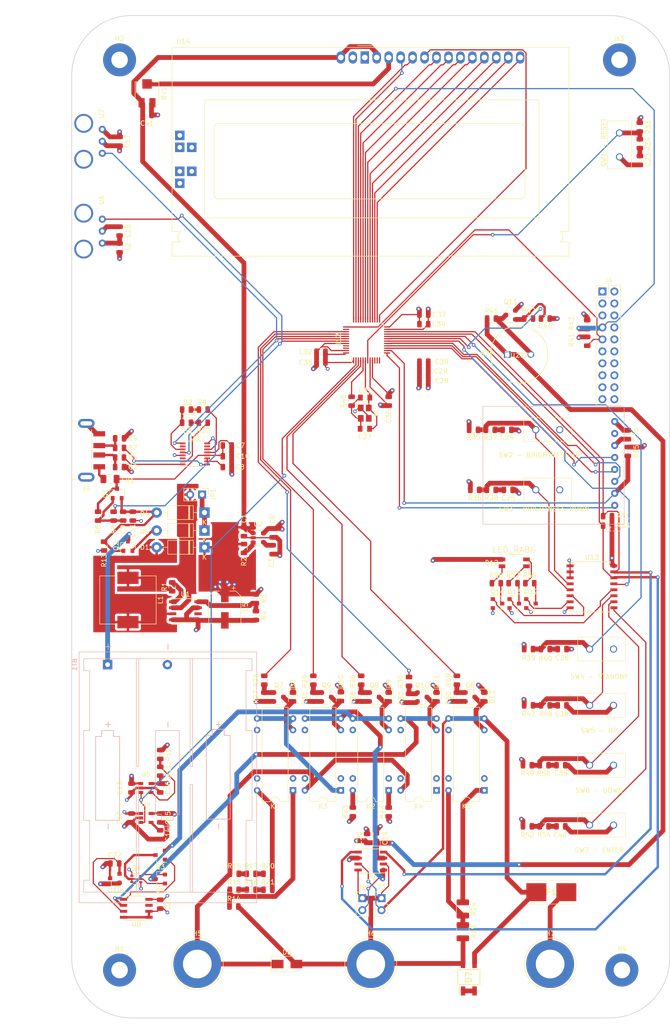
<source format=kicad_pcb>
(kicad_pcb (version 20171130) (host pcbnew "(5.0.1)-4")
  (layers (0 F.Cu signal) (1 In1.Cu power) (2 In2.Cu power) (31 B.Cu signal) (34 B.Paste user) (35 F.Paste user) (36 B.SilkS user) (37 F.SilkS user) (38 B.Mask user) (39 F.Mask user) (44 Edge.Cuts user))
  (net 0 "")
  (net 1 GNDREF)
  (net 2 Vbat)
  (net 3 +3.3VA)
  (net 4 "Net-(BZ1-Pad2)")
  (net 5 +5V)
  (net 6 /PowerAndComms/D-)
  (net 7 "Net-(C3-Pad1)")
  (net 8 /PowerAndComms/D+)
  (net 9 +3V3)
  (net 10 "Net-(C10-Pad1)")
  (net 11 "Net-(C8-Pad1)")
  (net 12 Vbus)
  (net 13 "Net-(C9-Pad2)")
  (net 14 "Net-(C14-Pad1)")
  (net 15 +5VA)
  (net 16 GNDD)
  (net 17 "Net-(C18-Pad1)")
  (net 18 GNDA)
  (net 19 /Measurement/Vref)
  (net 20 "Net-(C23-Pad1)")
  (net 21 "Net-(C24-Pad1)")
  (net 22 "Net-(C25-Pad1)")
  (net 23 "Net-(C26-Pad1)")
  (net 24 "Net-(C27-Pad2)")
  (net 25 "Net-(C27-Pad1)")
  (net 26 "Net-(C38-Pad1)")
  (net 27 "Net-(C39-Pad1)")
  (net 28 "Net-(C40-Pad1)")
  (net 29 "Net-(D1-Pad2)")
  (net 30 "Net-(D2-Pad2)")
  (net 31 "Net-(D2-Pad1)")
  (net 32 "Net-(D3-Pad1)")
  (net 33 "Net-(D4-Pad1)")
  (net 34 "Net-(D5-Pad2)")
  (net 35 Iout)
  (net 36 ADC1-)
  (net 37 "Net-(D7-Pad1)")
  (net 38 ADC2+)
  (net 39 "Net-(D8-Pad2)")
  (net 40 "Net-(D9-Pad2)")
  (net 41 "Net-(D10-Pad2)")
  (net 42 "Net-(D11-Pad2)")
  (net 43 "Net-(D12-Pad4)")
  (net 44 "Net-(D12-Pad3)")
  (net 45 "Net-(D12-Pad1)")
  (net 46 /Measurement/I)
  (net 47 "Net-(FB1-Pad2)")
  (net 48 ADC1+)
  (net 49 "Net-(J4-Pad3)")
  (net 50 "Net-(J4-Pad5)")
  (net 51 /Processing/SWDIO)
  (net 52 /Processing/SWDCLK)
  (net 53 "Net-(J4-Pad11)")
  (net 54 "Net-(J4-Pad13)")
  (net 55 "Net-(J4-Pad15)")
  (net 56 "Net-(J4-Pad17)")
  (net 57 "Net-(J4-Pad19)")
  (net 58 Vin)
  (net 59 VSC_1_NC)
  (net 60 VSC_1_COM)
  (net 61 VSC_1_NO)
  (net 62 RSC_NO)
  (net 63 RSC_COM)
  (net 64 RSC_NC)
  (net 65 IoutCommon)
  (net 66 "Net-(K4-Pad1)")
  (net 67 "Net-(Q3-Pad3)")
  (net 68 "Net-(Q3-Pad1)")
  (net 69 "Net-(Q4-Pad6)")
  (net 70 /Measurement/CSC)
  (net 71 "Net-(Q6-Pad1)")
  (net 72 "Net-(Q7-Pad1)")
  (net 73 "Net-(Q8-Pad1)")
  (net 74 "Net-(Q9-Pad1)")
  (net 75 "Net-(Q10-Pad1)")
  (net 76 "Net-(Q11-Pad1)")
  (net 77 "Net-(Q12-Pad3)")
  (net 78 /Processing/LED_R)
  (net 79 /Processing/LED_G)
  (net 80 "Net-(Q13-Pad3)")
  (net 81 /Processing/LED_B)
  (net 82 "Net-(Q14-Pad3)")
  (net 83 "Net-(R1-Pad2)")
  (net 84 "Net-(R2-Pad1)")
  (net 85 "Net-(R3-Pad2)")
  (net 86 "Net-(R5-Pad1)")
  (net 87 "Net-(R7-Pad1)")
  (net 88 /PowerAndComms/PWREN)
  (net 89 "Net-(R9-Pad1)")
  (net 90 "Net-(R10-Pad1)")
  (net 91 "Net-(R11-Pad2)")
  (net 92 "Net-(R15-Pad2)")
  (net 93 "Net-(R16-Pad2)")
  (net 94 "Net-(R17-Pad2)")
  (net 95 "Net-(R18-Pad2)")
  (net 96 /Measurement/VSC_1)
  (net 97 /Measurement/RSC)
  (net 98 /Measurement/VSC_2)
  (net 99 /Measurement/RMC)
  (net 100 /Processing/RESET)
  (net 101 /Processing/BRIGHTNESS_UP)
  (net 102 /Processing/BRIGHTNESS_DOWN)
  (net 103 /Processing/STANDBY)
  (net 104 /Processing/BUZZER_1)
  (net 105 "Net-(R46-Pad1)")
  (net 106 /Processing/MENU_UP)
  (net 107 /Processing/MENU_DOWN)
  (net 108 /Measurement/SDA)
  (net 109 /Processing/MENU_ENTER)
  (net 110 /Measurement/SCL)
  (net 111 /Processing/CS)
  (net 112 "Net-(RV1-Pad2)")
  (net 113 "Net-(U1-Pad6)")
  (net 114 /PowerAndComms/TXD)
  (net 115 "Net-(U3-Pad2)")
  (net 116 /PowerAndComms/RXD)
  (net 117 "Net-(U3-Pad6)")
  (net 118 "Net-(U3-Pad15)")
  (net 119 /PowerAndComms/ANALOG_ENABLE)
  (net 120 "Net-(U8-Pad7)")
  (net 121 /Processing/CD)
  (net 122 /Processing/MOSI)
  (net 123 /Processing/MISO)
  (net 124 /Processing/CLK)
  (net 125 "Net-(U11-Pad7)")
  (net 126 "Net-(U12-Pad10)")
  (net 127 "Net-(U12-Pad11)")
  (net 128 "Net-(U12-Pad12)")
  (net 129 /Processing/!INT)
  (net 130 /Processing/E)
  (net 131 /Processing/DB7)
  (net 132 /Processing/DB6)
  (net 133 /Processing/DB5)
  (net 134 /Processing/DB4)
  (net 135 /Processing/DB3)
  (net 136 /Processing/DB2)
  (net 137 /Processing/DB1)
  (net 138 /Processing/DB0)
  (net 139 /Processing/RS)
  (net 140 /Processing/RW)
  (net 141 "Net-(U12-Pad38)")
  (net 142 "Net-(U12-Pad45)")
  (net 143 "Net-(U12-Pad46)")
  (net 144 "Net-(D13-Pad2)")
  (net 145 CURRENT_NC)
  (net 146 CURRENT_NO)
  (module Battery_Holders:Keystone_2479_3xAAA (layer B.Cu) (at 109.22 -163.83 270)
    (fp_text reference BT1 (at 0 7 90) (layer B.SilkS) (effects (justify mirror)))
    (fp_text value "Battery Holder")
    (fp_text user + (at 12.7 0 270) (layer B.SilkS) (effects (font (size 1.5 1.5)) (justify mirror)))
    (fp_text user + (at 34.29 -12.7 270) (layer B.SilkS) (effects (font (size 1.5 1.5)) (justify mirror)))
    (fp_text user + (at 12.7 -23.495 270) (layer B.SilkS) (effects (font (size 1.5 1.5)) (justify mirror)))
    (fp_text user - (at 12.7 -12.7 270) (layer B.SilkS) (effects (font (size 1.5 1.5)) (justify mirror)))
    (fp_text user - (at 34.29 -23.495 270) (layer B.SilkS) (effects (font (size 1.5 1.5)) (justify mirror)))
    (fp_text user - (at 34.29 0 270) (layer B.SilkS) (effects (font (size 1.5 1.5)) (justify mirror)))
    (fp_text user - (at -3.81 -12.7 270) (layer B.SilkS) (effects (font (size 1.5 1.5)) (justify mirror)))
    (fp_text user + (at -3.81 0 270) (layer B.SilkS) (effects (font (size 1.5 1.5)) (justify mirror)))
    (pad 1 thru_hole rect (at 0 0 270) (size 2 2) (drill 1.02) (layers *.Cu *.Mask) (net 2 Vbat))
    (pad 2 thru_hole circle (at 0 -12.7 270) (size 2 2) (drill 1.02) (layers *.Cu *.Mask) (net 1 GNDREF))
    (pad "" np_thru_hole circle (at 23.7236 -23.495 270) (size 3.5 3.5) (drill 3.5) (layers *.Cu *.Mask))
    (pad "" np_thru_hole circle (at 23.7236 0 270) (size 3.5 3.5) (drill 3.5) (layers *.Cu *.Mask))
  )
  (module Resistor_SMD:R_1210_3225Metric (layer F.Cu) (at 184.658 -112.014 270)
    (fp_text reference R24 (at 0 -2.28 270) (layer F.SilkS))
    (fp_text value "24, 1/4W")
    (pad 2 smd roundrect (at 1.4 0 270) (size 1.25 2.65) (layers F.Cu F.Paste F.Mask) (roundrect_rratio 0.2) (net 146 CURRENT_NO))
    (pad 1 smd roundrect (at -1.4 0 270) (size 1.25 2.65) (layers F.Cu F.Paste F.Mask) (roundrect_rratio 0.2) (net 145 CURRENT_NC))
  )
  (module Resistor_SMD:R_1210_3225Metric (layer F.Cu) (at 184.658 -107.188 270)
    (fp_text reference R19 (at 0 -2.28 270) (layer F.SilkS))
    (fp_text value "1, 1/4 W")
    (pad 2 smd roundrect (at 1.4 0 270) (size 1.25 2.65) (layers F.Cu F.Paste F.Mask) (roundrect_rratio 0.2) (net 36 ADC1-))
    (pad 1 smd roundrect (at -1.4 0 270) (size 1.25 2.65) (layers F.Cu F.Paste F.Mask) (roundrect_rratio 0.2) (net 146 CURRENT_NO))
  )
  (module eec:TDK-PS1240P02BT-0 (layer F.Cu) (at 196.596 -229.616)
    (fp_text reference BZ1 (at -8.375 -0.15) (layer F.SilkS) (effects (justify left)))
    (fp_text value Buzzer (at 0 0) (layer F.SilkS) (effects (font (size 1.27 1.27))))
    (pad 2 thru_hole circle (at 2.5 0) (size 1.45 1.45) (drill 0.95) (layers *.Cu) (net 4 "Net-(BZ1-Pad2)"))
    (pad 1 thru_hole rect (at -2.5 0) (size 1.45 1.45) (drill 0.95) (layers *.Cu) (net 3 +3.3VA))
  )
  (module Capacitor_SMD:C_0805_2012Metric (layer F.Cu) (at 138.176 -192.024 270)
    (fp_text reference C1 (at -2.794 0 270) (layer F.SilkS))
    (fp_text value 0.1u)
    (pad 1 smd roundrect (at -0.9375 0 270) (size 0.975 1.4) (layers F.Cu F.Paste F.Mask) (net 5 +5V))
    (pad 2 smd roundrect (at 0.9375 0 270) (size 0.975 1.4) (layers F.Cu F.Paste F.Mask) (net 1 GNDREF))
  )
  (module Capacitor_SMD:C_0805_2012Metric (layer F.Cu) (at 111.76 -205.74)
    (fp_text reference C2 (at 2.794 0) (layer F.SilkS))
    (fp_text value 47p)
    (pad 2 smd roundrect (at 0.9375 0) (size 0.975 1.4) (layers F.Cu F.Paste F.Mask) (net 1 GNDREF))
    (pad 1 smd roundrect (at -0.9375 0) (size 0.975 1.4) (layers F.Cu F.Paste F.Mask) (net 6 /PowerAndComms/D-))
  )
  (module Capacitor_SMD:C_0805_2012Metric (layer F.Cu) (at 144.272 -188.214 270)
    (fp_text reference C3 (at 2.794 0.254 270) (layer F.SilkS))
    (fp_text value 0.01u)
    (pad 2 smd roundrect (at 0.9375 0 270) (size 0.975 1.4) (layers F.Cu F.Paste F.Mask) (net 1 GNDREF))
    (pad 1 smd roundrect (at -0.9375 0 270) (size 0.975 1.4) (layers F.Cu F.Paste F.Mask) (net 7 "Net-(C3-Pad1)"))
  )
  (module Capacitor_SMD:C_0805_2012Metric (layer F.Cu) (at 111.76 -211.836)
    (fp_text reference C4 (at 2.794 0) (layer F.SilkS))
    (fp_text value 47p)
    (pad 2 smd roundrect (at 0.9375 0) (size 0.975 1.4) (layers F.Cu F.Paste F.Mask) (net 1 GNDREF))
    (pad 1 smd roundrect (at -0.9375 0) (size 0.975 1.4) (layers F.Cu F.Paste F.Mask) (net 8 /PowerAndComms/D+))
  )
  (module Capacitor_SMD:CP_Elec_6.3x5.4 (layer F.Cu) (at 134.112 -176.022 270)
    (fp_text reference C5 (at 0 -4.35 270) (layer F.SilkS))
    (fp_text value "100u, Low ESR Al")
    (pad 1 smd rect (at -2.8 0 270) (size 3.5 1.6) (layers F.Cu F.Paste F.Mask) (net 5 +5V))
    (pad 2 smd rect (at 2.8 0 270) (size 3.5 1.6) (layers F.Cu F.Paste F.Mask) (net 1 GNDREF))
  )
  (module Capacitor_SMD:C_0805_2012Metric (layer F.Cu) (at 144.272 -191.77 270)
    (fp_text reference C6 (at -2.794 0 270) (layer F.SilkS))
    (fp_text value "0.1u, Ceramic")
    (pad 1 smd roundrect (at -0.9375 0 270) (size 0.975 1.4) (layers F.Cu F.Paste F.Mask) (net 9 +3V3))
    (pad 2 smd roundrect (at 0.9375 0 270) (size 0.975 1.4) (layers F.Cu F.Paste F.Mask) (net 1 GNDREF))
  )
  (module Capacitor_SMD:C_0805_2012Metric (layer F.Cu) (at 134.62 -210.312)
    (fp_text reference C7 (at 2.794 0) (layer F.SilkS))
    (fp_text value 0.1u)
    (pad 2 smd roundrect (at 0.9375 0) (size 0.975 1.4) (layers F.Cu F.Paste F.Mask) (net 1 GNDREF))
    (pad 1 smd roundrect (at -0.9375 0) (size 0.975 1.4) (layers F.Cu F.Paste F.Mask) (net 10 "Net-(C10-Pad1)"))
  )
  (module Capacitor_SMD:C_0805_2012Metric (layer F.Cu) (at 134.62 -205.74)
    (fp_text reference C8 (at 2.7155 0) (layer F.SilkS))
    (fp_text value 0.1u)
    (pad 1 smd roundrect (at -0.9375 0) (size 0.975 1.4) (layers F.Cu F.Paste F.Mask) (net 11 "Net-(C8-Pad1)"))
    (pad 2 smd roundrect (at 0.9375 0) (size 0.975 1.4) (layers F.Cu F.Paste F.Mask) (net 1 GNDREF))
  )
  (module Capacitor_SMD:C_0805_2012Metric (layer F.Cu) (at 112.522 -195.326 270)
    (fp_text reference C9 (at 2.794 0 270) (layer F.SilkS))
    (fp_text value 0.1u)
    (pad 1 smd roundrect (at -0.9375 0 270) (size 0.975 1.4) (layers F.Cu F.Paste F.Mask) (net 12 Vbus))
    (pad 2 smd roundrect (at 0.9375 0 270) (size 0.975 1.4) (layers F.Cu F.Paste F.Mask) (net 13 "Net-(C9-Pad2)"))
  )
  (module Capacitor_SMD:C_0805_2012Metric (layer F.Cu) (at 134.62 -208.026)
    (fp_text reference C10 (at 3.302 0) (layer F.SilkS))
    (fp_text value 4.7u)
    (pad 2 smd roundrect (at 0.9375 0) (size 0.975 1.4) (layers F.Cu F.Paste F.Mask) (net 1 GNDREF))
    (pad 1 smd roundrect (at -0.9375 0) (size 0.975 1.4) (layers F.Cu F.Paste F.Mask) (net 10 "Net-(C10-Pad1)"))
  )
  (module Capacitor_SMD:C_0805_2012Metric (layer F.Cu) (at 114.554 -195.326 270)
    (fp_text reference C11 (at 3.048 0 270) (layer F.SilkS))
    (fp_text value 0.1u)
    (pad 2 smd roundrect (at 0.9375 0 270) (size 0.975 1.4) (layers F.Cu F.Paste F.Mask) (net 1 GNDREF))
    (pad 1 smd roundrect (at -0.9375 0 270) (size 0.975 1.4) (layers F.Cu F.Paste F.Mask) (net 12 Vbus))
  )
  (module Capacitor_SMD:C_0805_2012Metric (layer F.Cu) (at 114.3 -131.318 270)
    (fp_text reference C12 (at 0 2.54 270) (layer F.SilkS))
    (fp_text value "0.1u, Ceramic")
    (pad 2 smd roundrect (at 0.9375 0 270) (size 0.975 1.4) (layers F.Cu F.Paste F.Mask) (net 1 GNDREF))
    (pad 1 smd roundrect (at -0.9375 0 270) (size 0.975 1.4) (layers F.Cu F.Paste F.Mask) (net 5 +5V))
  )
  (module Capacitor_SMD:C_0805_2012Metric (layer F.Cu) (at 114.3 -137.668 270)
    (fp_text reference C13 (at 0 2.54 270) (layer F.SilkS))
    (fp_text value "0.1u, Ceramic")
    (pad 1 smd roundrect (at -0.9375 0 270) (size 0.975 1.4) (layers F.Cu F.Paste F.Mask) (net 5 +5V))
    (pad 2 smd roundrect (at 0.9375 0 270) (size 0.975 1.4) (layers F.Cu F.Paste F.Mask) (net 1 GNDREF))
  )
  (module Capacitor_SMD:C_0805_2012Metric (layer F.Cu) (at 120.396 -127.762 270)
    (fp_text reference C14 (at 0 -1.65 270) (layer F.SilkS))
    (fp_text value 0.01u)
    (pad 2 smd roundrect (at 0.9375 0 270) (size 0.975 1.4) (layers F.Cu F.Paste F.Mask) (net 1 GNDREF))
    (pad 1 smd roundrect (at -0.9375 0 270) (size 0.975 1.4) (layers F.Cu F.Paste F.Mask) (net 14 "Net-(C14-Pad1)"))
  )
  (module Capacitor_SMD:C_0805_2012Metric (layer F.Cu) (at 120.396 -131.318 270)
    (fp_text reference C15 (at 0 -1.65 270) (layer F.SilkS))
    (fp_text value "0.1u, Ceramic")
    (pad 1 smd roundrect (at -0.9375 0 270) (size 0.975 1.4) (layers F.Cu F.Paste F.Mask) (net 3 +3.3VA))
    (pad 2 smd roundrect (at 0.9375 0 270) (size 0.975 1.4) (layers F.Cu F.Paste F.Mask) (net 1 GNDREF))
  )
  (module Capacitor_SMD:C_0805_2012Metric (layer F.Cu) (at 120.396 -137.668 270)
    (fp_text reference C16 (at 0 -1.65 270) (layer F.SilkS))
    (fp_text value "0.1u, Ceramic")
    (pad 1 smd roundrect (at -0.9375 0 270) (size 0.975 1.4) (layers F.Cu F.Paste F.Mask) (net 15 +5VA))
    (pad 2 smd roundrect (at 0.9375 0 270) (size 0.975 1.4) (layers F.Cu F.Paste F.Mask) (net 1 GNDREF))
  )
  (module Capacitor_SMD:C_0805_2012Metric (layer F.Cu) (at 111.76 -274.828 270)
    (fp_text reference C17 (at 0 -1.65 270) (layer F.SilkS))
    (fp_text value 0.1u)
    (pad 2 smd roundrect (at 0.9375 0 270) (size 0.975 1.4) (layers F.Cu F.Paste F.Mask) (net 9 +3V3))
    (pad 1 smd roundrect (at -0.9375 0 270) (size 0.975 1.4) (layers F.Cu F.Paste F.Mask) (net 16 GNDD))
  )
  (module Capacitor_SMD:C_0805_2012Metric (layer F.Cu) (at 111.76 -255.778 90)
    (fp_text reference C18 (at 0 1.778 90) (layer F.SilkS))
    (fp_text value 0.1u)
    (pad 1 smd roundrect (at -0.9375 0 90) (size 0.975 1.4) (layers F.Cu F.Paste F.Mask) (net 17 "Net-(C18-Pad1)"))
    (pad 2 smd roundrect (at 0.9375 0 90) (size 0.975 1.4) (layers F.Cu F.Paste F.Mask) (net 16 GNDD))
  )
  (module Capacitor_Tantalum_SMD:CP_EIA-2012-12_Kemet-R_Pad1.30x1.05mm_HandSolder (layer F.Cu) (at 166.37 -127.254 90)
    (fp_text reference C19 (at -0.254 1.778 90) (layer F.SilkS))
    (fp_text value "10u, Tantalum")
    (pad 1 smd roundrect (at -0.975 0 90) (size 1.3 1.05) (layers F.Cu F.Paste F.Mask) (roundrect_rratio 0.238095) (net 3 +3.3VA))
    (pad 2 smd roundrect (at 0.975 0 90) (size 1.3 1.05) (layers F.Cu F.Paste F.Mask) (roundrect_rratio 0.238095) (net 18 GNDA))
  )
  (module Capacitor_SMD:C_0805_2012Metric (layer F.Cu) (at 164.338 -127 90)
    (fp_text reference C20 (at 0 -1.65 90) (layer F.SilkS))
    (fp_text value "0.1u, Ceramic")
    (pad 1 smd roundrect (at -0.9375 0 90) (size 0.975 1.4) (layers F.Cu F.Paste F.Mask) (net 3 +3.3VA))
    (pad 2 smd roundrect (at 0.9375 0 90) (size 0.975 1.4) (layers F.Cu F.Paste F.Mask) (net 18 GNDA))
  )
  (module Capacitor_SMD:C_0805_2012Metric (layer F.Cu) (at 120.396 -113.03 270)
    (fp_text reference C21 (at 0 -1.65 270) (layer F.SilkS))
    (fp_text value 0.1u)
    (pad 2 smd roundrect (at 0.9375 0 270) (size 0.975 1.4) (layers F.Cu F.Paste F.Mask) (net 18 GNDA))
    (pad 1 smd roundrect (at -0.9375 0 270) (size 0.975 1.4) (layers F.Cu F.Paste F.Mask) (net 15 +5VA))
  )
  (module Capacitor_SMD:C_0805_2012Metric (layer F.Cu) (at 110.744 -121.666 180)
    (fp_text reference C22 (at 0 1.778 180) (layer F.SilkS))
    (fp_text value 1u)
    (pad 1 smd roundrect (at -0.9375 0 180) (size 0.975 1.4) (layers F.Cu F.Paste F.Mask) (net 19 /Measurement/Vref))
    (pad 2 smd roundrect (at 0.9375 0 180) (size 0.975 1.4) (layers F.Cu F.Paste F.Mask) (net 18 GNDA))
  )
  (module Capacitor_SMD:C_0805_2012Metric (layer F.Cu) (at 222.25 -270.764 270)
    (fp_text reference C23 (at -0.156 -1.790134 270) (layer F.SilkS))
    (fp_text value 0.1u)
    (pad 2 smd roundrect (at 0.9375 0 270) (size 0.975 1.4) (layers F.Cu F.Paste F.Mask) (net 16 GNDD))
    (pad 1 smd roundrect (at -0.9375 0 270) (size 0.975 1.4) (layers F.Cu F.Paste F.Mask) (net 20 "Net-(C23-Pad1)"))
  )
  (module Capacitor_SMD:C_0805_2012Metric (layer F.Cu) (at 194.0365 -213.635866)
    (fp_text reference C24 (at 0 1.545866) (layer F.SilkS))
    (fp_text value 0.1u)
    (pad 2 smd roundrect (at 0.9375 0) (size 0.975 1.4) (layers F.Cu F.Paste F.Mask) (net 16 GNDD))
    (pad 1 smd roundrect (at -0.9375 0) (size 0.975 1.4) (layers F.Cu F.Paste F.Mask) (net 21 "Net-(C24-Pad1)"))
  )
  (module Capacitor_SMD:C_0805_2012Metric (layer F.Cu) (at 194.31 -200.901866)
    (fp_text reference C25 (at 0 1.765866) (layer F.SilkS))
    (fp_text value 0.1u)
    (pad 1 smd roundrect (at -0.9375 0) (size 0.975 1.4) (layers F.Cu F.Paste F.Mask) (net 22 "Net-(C25-Pad1)"))
    (pad 2 smd roundrect (at 0.9375 0) (size 0.975 1.4) (layers F.Cu F.Paste F.Mask) (net 16 GNDD))
  )
  (module Capacitor_SMD:C_0805_2012Metric (layer F.Cu) (at 205.74 -167.132)
    (fp_text reference C26 (at 0 1.847866) (layer F.SilkS))
    (fp_text value 0.1u)
    (pad 1 smd roundrect (at -0.9375 0) (size 0.975 1.4) (layers F.Cu F.Paste F.Mask) (net 23 "Net-(C26-Pad1)"))
    (pad 2 smd roundrect (at 0.9375 0) (size 0.975 1.4) (layers F.Cu F.Paste F.Mask) (net 16 GNDD))
  )
  (module Capacitors_SMD:C_0805 (layer F.Cu) (at 163.847397 -213.868)
    (fp_text reference C27 (at 0 1.7018) (layer F.SilkS))
    (fp_text value 27p)
    (pad 2 smd rect (at 1 0) (size 1 1.25) (layers F.Cu F.Paste F.Mask) (net 24 "Net-(C27-Pad2)"))
    (pad 1 smd rect (at -1 0) (size 1 1.25) (layers F.Cu F.Paste F.Mask) (net 25 "Net-(C27-Pad1)"))
  )
  (module Capacitor_SMD:C_0805_2012Metric (layer F.Cu) (at 176.378603 -224.028)
    (fp_text reference C28 (at 3.81 0) (layer F.SilkS))
    (fp_text value 10u)
    (pad 2 smd roundrect (at 0.9375 0) (size 0.975 1.4) (layers F.Cu F.Paste F.Mask) (net 16 GNDD))
    (pad 1 smd roundrect (at -0.9375 0) (size 0.975 1.4) (layers F.Cu F.Paste F.Mask) (net 9 +3V3))
  )
  (module Capacitor_SMD:C_0805_2012Metric (layer F.Cu) (at 176.378603 -226.06)
    (fp_text reference C29 (at 3.6 0) (layer F.SilkS))
    (fp_text value 100n)
    (pad 1 smd roundrect (at -0.9375 0) (size 0.975 1.4) (layers F.Cu F.Paste F.Mask) (net 9 +3V3))
    (pad 2 smd roundrect (at 0.9375 0) (size 0.975 1.4) (layers F.Cu F.Paste F.Mask) (net 16 GNDD))
  )
  (module Capacitor_SMD:C_0805_2012Metric (layer F.Cu) (at 176.378603 -228.092)
    (fp_text reference C30 (at 3.81 0) (layer F.SilkS))
    (fp_text value 100n)
    (pad 2 smd roundrect (at 0.9375 0) (size 0.975 1.4) (layers F.Cu F.Paste F.Mask) (net 16 GNDD))
    (pad 1 smd roundrect (at -0.9375 0) (size 0.975 1.4) (layers F.Cu F.Paste F.Mask) (net 9 +3V3))
  )
  (module Capacitors_SMD:C_0805 (layer F.Cu) (at 163.905197 -220.472)
    (fp_text reference C31 (at 0 -1.5) (layer F.SilkS))
    (fp_text value 27p)
    (pad 1 smd rect (at -1 0) (size 1 1.25) (layers F.Cu F.Paste F.Mask) (net 25 "Net-(C27-Pad1)"))
    (pad 2 smd rect (at 1 0) (size 1 1.25) (layers F.Cu F.Paste F.Mask) (net 24 "Net-(C27-Pad2)"))
  )
  (module Capacitor_SMD:C_0805_2012Metric (layer F.Cu) (at 154.534603 -230.201423 180)
    (fp_text reference C32 (at 3.302 0 180) (layer F.SilkS))
    (fp_text value 100n)
    (pad 1 smd roundrect (at -0.9375 0 180) (size 0.975 1.4) (layers F.Cu F.Paste F.Mask) (net 9 +3V3))
    (pad 2 smd roundrect (at 0.9375 0 180) (size 0.975 1.4) (layers F.Cu F.Paste F.Mask) (net 16 GNDD))
  )
  (module Capacitor_SMD:C_0805_2012Metric (layer F.Cu) (at 154.534603 -227.915423 180)
    (fp_text reference C33 (at 3.302 0 180) (layer F.SilkS))
    (fp_text value 100n)
    (pad 1 smd roundrect (at -0.9375 0 180) (size 0.975 1.4) (layers F.Cu F.Paste F.Mask) (net 9 +3V3))
    (pad 2 smd roundrect (at 0.9375 0 180) (size 0.975 1.4) (layers F.Cu F.Paste F.Mask) (net 16 GNDD))
  )
  (module Capacitor_SMD:C_0805_2012Metric (layer F.Cu) (at 176.378603 -236.043423)
    (fp_text reference C34 (at 3.1705 0) (layer F.SilkS))
    (fp_text value 100n)
    (pad 2 smd roundrect (at 0.9375 0) (size 0.975 1.4) (layers F.Cu F.Paste F.Mask) (net 16 GNDD))
    (pad 1 smd roundrect (at -0.9375 0) (size 0.975 1.4) (layers F.Cu F.Paste F.Mask) (net 9 +3V3))
  )
  (module Capacitor_SMD:C_0805_2012Metric (layer F.Cu) (at 219.71 -212.598 270)
    (fp_text reference C35 (at 0 -1.65 270) (layer F.SilkS))
    (fp_text value 0.1u)
    (pad 2 smd roundrect (at 0.9375 0 270) (size 0.975 1.4) (layers F.Cu F.Paste F.Mask) (net 16 GNDD))
    (pad 1 smd roundrect (at -0.9375 0 270) (size 0.975 1.4) (layers F.Cu F.Paste F.Mask) (net 5 +5V))
  )
  (module Capacitor_SMD:C_0805_2012Metric (layer F.Cu) (at 168.91 -219.71 270)
    (fp_text reference C36 (at 3.302 0 270) (layer F.SilkS))
    (fp_text value 100n)
    (pad 1 smd roundrect (at -0.9375 0 270) (size 0.975 1.4) (layers F.Cu F.Paste F.Mask) (net 9 +3V3))
    (pad 2 smd roundrect (at 0.9375 0 270) (size 0.975 1.4) (layers F.Cu F.Paste F.Mask) (net 16 GNDD))
  )
  (module Capacitor_SMD:C_0805_2012Metric (layer F.Cu) (at 176.378603 -238.075423)
    (fp_text reference C37 (at 3.302 0) (layer F.SilkS))
    (fp_text value 100n)
    (pad 2 smd roundrect (at 0.9375 0) (size 0.975 1.4) (layers F.Cu F.Paste F.Mask) (net 16 GNDD))
    (pad 1 smd roundrect (at -0.9375 0) (size 0.975 1.4) (layers F.Cu F.Paste F.Mask) (net 9 +3V3))
  )
  (module Capacitor_SMD:C_0805_2012Metric (layer F.Cu) (at 205.74 -155.194)
    (fp_text reference C38 (at -0.0525 1.848666) (layer F.SilkS))
    (fp_text value 0.1u)
    (pad 2 smd roundrect (at 0.9375 0) (size 0.975 1.4) (layers F.Cu F.Paste F.Mask) (net 16 GNDD))
    (pad 1 smd roundrect (at -0.9375 0) (size 0.975 1.4) (layers F.Cu F.Paste F.Mask) (net 26 "Net-(C38-Pad1)"))
  )
  (module Capacitor_SMD:C_0805_2012Metric (layer F.Cu) (at 205.486 -142.494)
    (fp_text reference C39 (at 0.0245 1.689866) (layer F.SilkS))
    (fp_text value 0.1u)
    (pad 1 smd roundrect (at -0.9375 0) (size 0.975 1.4) (layers F.Cu F.Paste F.Mask) (net 27 "Net-(C39-Pad1)"))
    (pad 2 smd roundrect (at 0.9375 0) (size 0.975 1.4) (layers F.Cu F.Paste F.Mask) (net 16 GNDD))
  )
  (module Capacitor_SMD:C_0805_2012Metric (layer F.Cu) (at 205.486 -129.54)
    (fp_text reference C40 (at -0.1675 1.865866) (layer F.SilkS))
    (fp_text value 0.1u)
    (pad 1 smd roundrect (at -0.9375 0) (size 0.975 1.4) (layers F.Cu F.Paste F.Mask) (net 28 "Net-(C40-Pad1)"))
    (pad 2 smd roundrect (at 0.9375 0) (size 0.975 1.4) (layers F.Cu F.Paste F.Mask) (net 16 GNDD))
  )
  (module Capacitor_SMD:C_0805_2012Metric (layer F.Cu) (at 117.602 -280.416)
    (fp_text reference C41 (at 0 1.778) (layer F.SilkS))
    (fp_text value 0.1u)
    (pad 1 smd roundrect (at -0.9375 0) (size 0.975 1.4) (layers F.Cu F.Paste F.Mask) (net 5 +5V))
    (pad 2 smd roundrect (at 0.9375 0) (size 0.975 1.4) (layers F.Cu F.Paste F.Mask) (net 16 GNDD))
  )
  (module Diode_THT:D_DO-41_SOD81_P10.16mm_Horizontal (layer F.Cu) (at 129.794 -188.722 180)
    (fp_text reference D1 (at 12.7 0 180) (layer F.SilkS))
    (fp_text value 1N5818)
    (fp_text user K (at 0 -2.1 180) (layer F.SilkS))
    (pad 1 thru_hole rect (at 0 0 180) (size 2.2 2.2) (drill 1.1) (layers *.Cu *.Mask) (net 5 +5V))
    (pad 2 thru_hole oval (at 10.16 0 180) (size 2.2 2.2) (drill 1.1) (layers *.Cu *.Mask) (net 29 "Net-(D1-Pad2)"))
  )
  (module Diode_SMD:D_0805_2012Metric (layer F.Cu) (at 125.984 -217.932 180)
    (fp_text reference D2 (at -0.254 1.524 180) (layer F.SilkS))
    (fp_text value LED)
    (pad 2 smd roundrect (at 0.9375 0 180) (size 0.975 1.4) (layers F.Cu F.Paste F.Mask) (net 30 "Net-(D2-Pad2)"))
    (pad 1 smd roundrect (at -0.9375 0 180) (size 0.975 1.4) (layers F.Cu F.Paste F.Mask) (net 31 "Net-(D2-Pad1)"))
  )
  (module Diode_SMD:D_0805_2012Metric (layer F.Cu) (at 125.984 -215.138 180)
    (fp_text reference D3 (at -0.254 -1.778 180) (layer F.SilkS))
    (fp_text value LED)
    (pad 1 smd roundrect (at -0.9375 0 180) (size 0.975 1.4) (layers F.Cu F.Paste F.Mask) (net 32 "Net-(D3-Pad1)"))
    (pad 2 smd roundrect (at 0.9375 0 180) (size 0.975 1.4) (layers F.Cu F.Paste F.Mask) (net 30 "Net-(D2-Pad2)"))
  )
  (module Diode_THT:D_DO-41_SOD81_P10.16mm_Horizontal (layer F.Cu) (at 129.794 -196.088 180)
    (fp_text reference D4 (at 12.7 -0.254 180) (layer F.SilkS))
    (fp_text value 1N5818)
    (fp_text user K (at 0 -2.1 180) (layer F.SilkS))
    (pad 2 thru_hole oval (at 10.16 0 180) (size 2.2 2.2) (drill 1.1) (layers *.Cu *.Mask) (net 12 Vbus))
    (pad 1 thru_hole rect (at 0 0 180) (size 2.2 2.2) (drill 1.1) (layers *.Cu *.Mask) (net 33 "Net-(D4-Pad1)"))
  )
  (module Diode_THT:D_DO-41_SOD81_P10.16mm_Horizontal (layer F.Cu) (at 129.794 -192.278 180)
    (fp_text reference D5 (at 12.7 -0.254 180) (layer F.SilkS))
    (fp_text value 1N5818)
    (fp_text user K (at 0 -2.1 180) (layer F.SilkS))
    (pad 1 thru_hole rect (at 0 0 180) (size 2.2 2.2) (drill 1.1) (layers *.Cu *.Mask) (net 33 "Net-(D4-Pad1)"))
    (pad 2 thru_hole oval (at 10.16 0 180) (size 2.2 2.2) (drill 1.1) (layers *.Cu *.Mask) (net 34 "Net-(D5-Pad2)"))
  )
  (module Diode_SMD:D_SMA (layer F.Cu) (at 147.32 -100.33)
    (fp_text reference D6 (at 0 -2.5) (layer F.SilkS))
    (fp_text value D_TVS)
    (pad 1 smd rect (at -2 0) (size 2.5 1.8) (layers F.Cu F.Paste F.Mask) (net 35 Iout))
    (pad 2 smd rect (at 2 0) (size 2.5 1.8) (layers F.Cu F.Paste F.Mask) (net 36 ADC1-))
  )
  (module SamacSys_Parts:SOP245P670X290-4N (layer F.Cu) (at 185.928 -97.536 90)
    (fp_text reference D7 (at 0 0 90) (layer F.SilkS) (effects (font (size 1.27 1.27) (thickness 0.254))))
    (fp_text value MB8S hide)
    (pad 1 smd rect (at -2.912 -1.225 180) (size 0.95 1.925) (layers F.Cu F.Paste F.Mask) (net 37 "Net-(D7-Pad1)"))
    (pad 2 smd rect (at -2.912 1.225 180) (size 0.95 1.925) (layers F.Cu F.Paste F.Mask) (net 37 "Net-(D7-Pad1)"))
    (pad 3 smd rect (at 2.912 1.225 180) (size 0.95 1.925) (layers F.Cu F.Paste F.Mask) (net 38 ADC2+))
    (pad 4 smd rect (at 2.912 -1.225 180) (size 0.95 1.925) (layers F.Cu F.Paste F.Mask) (net 36 ADC1-))
  )
  (module Diode_SMD:D_0805_2012Metric (layer F.Cu) (at 148.59 -156.972 270)
    (fp_text reference D8 (at -2.794 0 270) (layer F.SilkS))
    (fp_text value D)
    (pad 1 smd roundrect (at -0.9375 0 270) (size 0.975 1.4) (layers F.Cu F.Paste F.Mask) (net 15 +5VA))
    (pad 2 smd roundrect (at 0.9375 0 270) (size 0.975 1.4) (layers F.Cu F.Paste F.Mask) (net 39 "Net-(D8-Pad2)"))
  )
  (module Diode_SMD:D_0805_2012Metric (layer F.Cu) (at 168.91 -156.972 270)
    (fp_text reference D9 (at -2.794 0 270) (layer F.SilkS))
    (fp_text value D)
    (pad 2 smd roundrect (at 0.9375 0 270) (size 0.975 1.4) (layers F.Cu F.Paste F.Mask) (net 40 "Net-(D9-Pad2)"))
    (pad 1 smd roundrect (at -0.9375 0 270) (size 0.975 1.4) (layers F.Cu F.Paste F.Mask) (net 15 +5VA))
  )
  (module Diode_SMD:D_0805_2012Metric (layer F.Cu) (at 158.75 -157.0505 270)
    (fp_text reference D10 (at -3.2235 0 270) (layer F.SilkS))
    (fp_text value D)
    (pad 1 smd roundrect (at -0.9375 0 270) (size 0.975 1.4) (layers F.Cu F.Paste F.Mask) (net 15 +5VA))
    (pad 2 smd roundrect (at 0.9375 0 270) (size 0.975 1.4) (layers F.Cu F.Paste F.Mask) (net 41 "Net-(D10-Pad2)"))
  )
  (module Diode_SMD:D_0805_2012Metric (layer F.Cu) (at 179.07 -156.972 270)
    (fp_text reference D11 (at -3.302 0 270) (layer F.SilkS))
    (fp_text value D)
    (pad 2 smd roundrect (at 0.9375 0 270) (size 0.975 1.4) (layers F.Cu F.Paste F.Mask) (net 42 "Net-(D11-Pad2)"))
    (pad 1 smd roundrect (at -0.9375 0 270) (size 0.975 1.4) (layers F.Cu F.Paste F.Mask) (net 15 +5VA))
  )
  (module Diode_SunLED_XZMDKCBDDG45S-9:SunLED-XZMDKCBDDG45S-9-MFG (layer F.Cu) (at 195.58 -185.42)
    (fp_text reference D12 (at -6.35 0) (layer F.SilkS) (effects (justify left)))
    (fp_text value LED_RABG (at 0 -2.794) (layer F.SilkS) (effects (font (size 1.27 1.27))))
    (pad ~ np_thru_hole circle (at 0 0) (size 3.2 3.2) (drill 3.2) (layers *.Cu *.Mask))
    (pad 4 smd rect (at 2.6 0.725) (size 1.4 0.8) (layers F.Cu F.Paste F.Mask) (net 43 "Net-(D12-Pad4)"))
    (pad 3 smd rect (at -2.6 0.725) (size 1.4 0.8) (layers F.Cu F.Paste F.Mask) (net 44 "Net-(D12-Pad3)"))
    (pad 2 smd rect (at -2.6 -0.725) (size 1.4 0.8) (layers F.Cu F.Paste F.Mask) (net 5 +5V))
    (pad 1 smd rect (at 2.6 -0.725) (size 1.4 0.8) (layers F.Cu F.Paste F.Mask) (net 45 "Net-(D12-Pad1)"))
  )
  (module SamacSys_Parts:0154500DRT (layer F.Cu) (at 203.454 -115.57)
    (fp_text reference F1 (at 0 0) (layer F.SilkS) (effects (font (size 1.27 1.27) (thickness 0.254))))
    (fp_text value "Fuse - 500 mA" hide)
    (pad 1 smd rect (at -3.185 0 90) (size 3.81 4.24) (layers F.Cu F.Paste F.Mask) (net 38 ADC2+))
    (pad 2 smd rect (at 3.185 0 90) (size 3.81 4.24) (layers F.Cu F.Paste F.Mask) (net 46 /Measurement/I))
  )
  (module Resistor_SMD:R_1206_3216Metric (layer F.Cu) (at 109.728 -203.2 180)
    (fp_text reference FB1 (at -3.81 -0.254 180) (layer F.SilkS))
    (fp_text value "600 Ohms @ 100 MHz, 1.5A, 80mOhm")
    (pad 1 smd roundrect (at -1.4 0 180) (size 1.25 1.75) (layers F.Cu F.Paste F.Mask) (roundrect_rratio 0.2) (net 10 "Net-(C10-Pad1)"))
    (pad 2 smd roundrect (at 1.4 0 180) (size 1.25 1.75) (layers F.Cu F.Paste F.Mask) (roundrect_rratio 0.2) (net 47 "Net-(FB1-Pad2)"))
  )
  (module Connector:Banana_Jack_1Pin (layer F.Cu) (at 128.27 -100.33)
    (fp_text reference H5 (at 0 -6.5) (layer F.SilkS))
    (fp_text value MountingHole_Pad)
    (pad 1 thru_hole circle (at 0 0) (size 10.16 10.16) (drill 6.1) (layers *.Cu *.Mask) (net 35 Iout))
  )
  (module Connector:Banana_Jack_1Pin (layer F.Cu) (at 165.1 -100.33)
    (fp_text reference H6 (at 0 -6.5) (layer F.SilkS))
    (fp_text value MountingHole_Pad)
    (pad 1 thru_hole circle (at 0 0) (size 10.16 10.16) (drill 6.1) (layers *.Cu *.Mask) (net 36 ADC1-))
  )
  (module Connector:Banana_Jack_1Pin (layer F.Cu) (at 203.2 -100.33)
    (fp_text reference H7 (at 0 -6.5) (layer F.SilkS))
    (fp_text value MountingHole_Pad)
    (pad 1 thru_hole circle (at 0 0) (size 10.16 10.16) (drill 6.1) (layers *.Cu *.Mask) (net 46 /Measurement/I))
  )
  (module Connector_USB:USB_A_CNCTech_1001-011-01101_Horizontal (layer F.Cu) (at 97.79 -209.296 180)
    (fp_text reference J1 (at -6.9 -8 180) (layer F.SilkS))
    (fp_text value USB_A)
    (pad 2 smd rect (at -9.65 -1 180) (size 2.5 1.1) (layers F.Cu F.Paste F.Mask) (net 6 /PowerAndComms/D-))
    (pad 3 smd rect (at -9.65 1 180) (size 2.5 1.1) (layers F.Cu F.Paste F.Mask) (net 8 /PowerAndComms/D+))
    (pad 1 smd rect (at -9.65 -3.5 180) (size 2.5 1.1) (layers F.Cu F.Paste F.Mask) (net 47 "Net-(FB1-Pad2)"))
    (pad 4 smd rect (at -9.65 3.5 180) (size 2.5 1.1) (layers F.Cu F.Paste F.Mask) (net 1 GNDREF))
    (pad 5 thru_hole oval (at -6.9 -5.7 180) (size 3.5 1.9) (drill oval 2.5 0.9) (layers *.Cu *.Mask) (net 1 GNDREF))
    (pad 5 thru_hole oval (at -6.9 5.7 180) (size 3.5 1.9) (drill oval 2.5 0.9) (layers *.Cu *.Mask) (net 1 GNDREF))
    (pad "" np_thru_hole circle (at -6.9 -2.3 180) (size 1.1 1.1) (drill 1.1) (layers *.Cu *.Mask))
    (pad "" np_thru_hole circle (at -6.9 2.3 180) (size 1.1 1.1) (drill 1.1) (layers *.Cu *.Mask))
  )
  (module Connector_PinHeader_2.54mm:PinHeader_1x02_P2.54mm_Vertical (layer F.Cu) (at 163.322 -114.3)
    (fp_text reference J2 (at 0 -2.33) (layer F.SilkS))
    (fp_text value Conn_01x02_Male)
    (pad 2 thru_hole oval (at 0 2.54) (size 1.7 1.7) (drill 1) (layers *.Cu *.Mask) (net 48 ADC1+))
    (pad 1 thru_hole rect (at 0 0) (size 1.7 1.7) (drill 1) (layers *.Cu *.Mask) (net 36 ADC1-))
  )
  (module Connector_PinHeader_2.54mm:PinHeader_1x02_P2.54mm_Vertical (layer F.Cu) (at 167.386 -114.3)
    (fp_text reference J3 (at 0 -2.33) (layer F.SilkS))
    (fp_text value Conn_01x02_Male)
    (pad 1 thru_hole rect (at 0 0) (size 1.7 1.7) (drill 1) (layers *.Cu *.Mask) (net 36 ADC1-))
    (pad 2 thru_hole oval (at 0 2.54) (size 1.7 1.7) (drill 1) (layers *.Cu *.Mask) (net 38 ADC2+))
  )
  (module Connector_PinHeader_2.54mm:PinHeader_2x10_P2.54mm_Vertical (layer F.Cu) (at 214.304 -242.976)
    (fp_text reference J4 (at 1.27 -2.33) (layer F.SilkS))
    (fp_text value Conn_ARM_JTAG_SWD_20)
    (pad 1 thru_hole rect (at 0 0) (size 1.7 1.7) (drill 1) (layers *.Cu *.Mask) (net 9 +3V3))
    (pad 2 thru_hole oval (at 2.54 0) (size 1.7 1.7) (drill 1) (layers *.Cu *.Mask) (net 9 +3V3))
    (pad 3 thru_hole oval (at 0 2.54) (size 1.7 1.7) (drill 1) (layers *.Cu *.Mask) (net 49 "Net-(J4-Pad3)"))
    (pad 4 thru_hole oval (at 2.54 2.54) (size 1.7 1.7) (drill 1) (layers *.Cu *.Mask) (net 16 GNDD))
    (pad 5 thru_hole oval (at 0 5.08) (size 1.7 1.7) (drill 1) (layers *.Cu *.Mask) (net 50 "Net-(J4-Pad5)"))
    (pad 6 thru_hole oval (at 2.54 5.08) (size 1.7 1.7) (drill 1) (layers *.Cu *.Mask) (net 16 GNDD))
    (pad 7 thru_hole oval (at 0 7.62) (size 1.7 1.7) (drill 1) (layers *.Cu *.Mask) (net 51 /Processing/SWDIO))
    (pad 8 thru_hole oval (at 2.54 7.62) (size 1.7 1.7) (drill 1) (layers *.Cu *.Mask) (net 16 GNDD))
    (pad 9 thru_hole oval (at 0 10.16) (size 1.7 1.7) (drill 1) (layers *.Cu *.Mask) (net 52 /Processing/SWDCLK))
    (pad 10 thru_hole oval (at 2.54 10.16) (size 1.7 1.7) (drill 1) (layers *.Cu *.Mask) (net 16 GNDD))
    (pad 11 thru_hole oval (at 0 12.7) (size 1.7 1.7) (drill 1) (layers *.Cu *.Mask) (net 53 "Net-(J4-Pad11)"))
    (pad 12 thru_hole oval (at 2.54 12.7) (size 1.7 1.7) (drill 1) (layers *.Cu *.Mask) (net 16 GNDD))
    (pad 13 thru_hole oval (at 0 15.24) (size 1.7 1.7) (drill 1) (layers *.Cu *.Mask) (net 54 "Net-(J4-Pad13)"))
    (pad 14 thru_hole oval (at 2.54 15.24) (size 1.7 1.7) (drill 1) (layers *.Cu *.Mask) (net 16 GNDD))
    (pad 15 thru_hole oval (at 0 17.78) (size 1.7 1.7) (drill 1) (layers *.Cu *.Mask) (net 55 "Net-(J4-Pad15)"))
    (pad 16 thru_hole oval (at 2.54 17.78) (size 1.7 1.7) (drill 1) (layers *.Cu *.Mask) (net 16 GNDD))
    (pad 17 thru_hole oval (at 0 20.32) (size 1.7 1.7) (drill 1) (layers *.Cu *.Mask) (net 56 "Net-(J4-Pad17)"))
    (pad 18 thru_hole oval (at 2.54 20.32) (size 1.7 1.7) (drill 1) (layers *.Cu *.Mask) (net 16 GNDD))
    (pad 19 thru_hole oval (at 0 22.86) (size 1.7 1.7) (drill 1) (layers *.Cu *.Mask) (net 57 "Net-(J4-Pad19)"))
    (pad 20 thru_hole oval (at 2.54 22.86) (size 1.7 1.7) (drill 1) (layers *.Cu *.Mask) (net 16 GNDD))
  )
  (module Connector_PinHeader_2.54mm:PinHeader_1x02_P2.54mm_Vertical (layer F.Cu) (at 129.286 -199.898 270)
    (fp_text reference JP1 (at 0 -2.33 270) (layer F.SilkS))
    (fp_text value Jumper_2_Open)
    (pad 1 thru_hole rect (at 0 0 270) (size 1.7 1.7) (drill 1) (layers *.Cu *.Mask) (net 33 "Net-(D4-Pad1)"))
    (pad 2 thru_hole oval (at 0 2.54 270) (size 1.7 1.7) (drill 1) (layers *.Cu *.Mask) (net 58 Vin))
  )
  (module Relay_THT:Relay_StandexMeder_DIP_LowProfile (layer F.Cu) (at 148.59 -137.16 180)
    (fp_text reference K1 (at 3.81 -3.39 180) (layer F.SilkS))
    (fp_text value DIPxx-1Cxx-51x)
    (pad 13 thru_hole circle (at 7.62 2.54 180) (size 1.4 1.4) (drill 0.7) (layers *.Cu *.Mask))
    (pad 9 thru_hole circle (at 7.62 12.8 180) (size 1.4 1.4) (drill 0.7) (layers *.Cu *.Mask))
    (pad 6 thru_hole circle (at 0 12.8 180) (size 1.4 1.4) (drill 0.7) (layers *.Cu *.Mask) (net 39 "Net-(D8-Pad2)"))
    (pad 2 thru_hole circle (at 0 2.54 180) (size 1.4 1.4) (drill 0.7) (layers *.Cu *.Mask) (net 15 +5VA))
    (pad 1 thru_hole rect (at 0 0 180) (size 1.4 1.4) (drill 0.7) (layers *.Cu *.Mask) (net 59 VSC_1_NC))
    (pad 8 thru_hole circle (at 7.62 15.24 180) (size 1.4 1.4) (drill 0.7) (layers *.Cu *.Mask) (net 60 VSC_1_COM))
    (pad 7 thru_hole circle (at 0 15.24 180) (size 1.4 1.4) (drill 0.7) (layers *.Cu *.Mask) (net 60 VSC_1_COM))
    (pad 14 thru_hole circle (at 7.62 0 180) (size 1.4 1.4) (drill 0.7) (layers *.Cu *.Mask) (net 61 VSC_1_NO))
  )
  (module Relay_THT:Relay_StandexMeder_DIP_LowProfile (layer F.Cu) (at 168.91 -137.16 180)
    (fp_text reference K2 (at 3.81 -3.39 180) (layer F.SilkS))
    (fp_text value DIPxx-1Cxx-51x)
    (pad 14 thru_hole circle (at 7.62 0 180) (size 1.4 1.4) (drill 0.7) (layers *.Cu *.Mask) (net 62 RSC_NO))
    (pad 7 thru_hole circle (at 0 15.24 180) (size 1.4 1.4) (drill 0.7) (layers *.Cu *.Mask) (net 63 RSC_COM))
    (pad 8 thru_hole circle (at 7.62 15.24 180) (size 1.4 1.4) (drill 0.7) (layers *.Cu *.Mask) (net 63 RSC_COM))
    (pad 1 thru_hole rect (at 0 0 180) (size 1.4 1.4) (drill 0.7) (layers *.Cu *.Mask) (net 64 RSC_NC))
    (pad 2 thru_hole circle (at 0 2.54 180) (size 1.4 1.4) (drill 0.7) (layers *.Cu *.Mask) (net 15 +5VA))
    (pad 6 thru_hole circle (at 0 12.8 180) (size 1.4 1.4) (drill 0.7) (layers *.Cu *.Mask) (net 40 "Net-(D9-Pad2)"))
    (pad 9 thru_hole circle (at 7.62 12.8 180) (size 1.4 1.4) (drill 0.7) (layers *.Cu *.Mask))
    (pad 13 thru_hole circle (at 7.62 2.54 180) (size 1.4 1.4) (drill 0.7) (layers *.Cu *.Mask))
  )
  (module Relay_THT:Relay_StandexMeder_DIP_LowProfile (layer F.Cu) (at 158.75 -137.16 180)
    (fp_text reference K3 (at 3.81 -3.39 180) (layer F.SilkS))
    (fp_text value DIPxx-1Cxx-51x)
    (pad 13 thru_hole circle (at 7.62 2.54 180) (size 1.4 1.4) (drill 0.7) (layers *.Cu *.Mask))
    (pad 9 thru_hole circle (at 7.62 12.8 180) (size 1.4 1.4) (drill 0.7) (layers *.Cu *.Mask))
    (pad 6 thru_hole circle (at 0 12.8 180) (size 1.4 1.4) (drill 0.7) (layers *.Cu *.Mask) (net 41 "Net-(D10-Pad2)"))
    (pad 2 thru_hole circle (at 0 2.54 180) (size 1.4 1.4) (drill 0.7) (layers *.Cu *.Mask) (net 15 +5VA))
    (pad 1 thru_hole rect (at 0 0 180) (size 1.4 1.4) (drill 0.7) (layers *.Cu *.Mask) (net 60 VSC_1_COM))
    (pad 8 thru_hole circle (at 7.62 15.24 180) (size 1.4 1.4) (drill 0.7) (layers *.Cu *.Mask) (net 48 ADC1+))
    (pad 7 thru_hole circle (at 0 15.24 180) (size 1.4 1.4) (drill 0.7) (layers *.Cu *.Mask) (net 48 ADC1+))
    (pad 14 thru_hole circle (at 7.62 0 180) (size 1.4 1.4) (drill 0.7) (layers *.Cu *.Mask) (net 35 Iout))
  )
  (module Relay_THT:Relay_StandexMeder_DIP_LowProfile (layer F.Cu) (at 179.07 -137.16 180)
    (fp_text reference K4 (at 3.81 -3.39 180) (layer F.SilkS))
    (fp_text value DIPxx-1Cxx-51x)
    (pad 14 thru_hole circle (at 7.62 0 180) (size 1.4 1.4) (drill 0.7) (layers *.Cu *.Mask) (net 35 Iout))
    (pad 7 thru_hole circle (at 0 15.24 180) (size 1.4 1.4) (drill 0.7) (layers *.Cu *.Mask) (net 65 IoutCommon))
    (pad 8 thru_hole circle (at 7.62 15.24 180) (size 1.4 1.4) (drill 0.7) (layers *.Cu *.Mask) (net 65 IoutCommon))
    (pad 1 thru_hole rect (at 0 0 180) (size 1.4 1.4) (drill 0.7) (layers *.Cu *.Mask) (net 66 "Net-(K4-Pad1)"))
    (pad 2 thru_hole circle (at 0 2.54 180) (size 1.4 1.4) (drill 0.7) (layers *.Cu *.Mask) (net 15 +5VA))
    (pad 6 thru_hole circle (at 0 12.8 180) (size 1.4 1.4) (drill 0.7) (layers *.Cu *.Mask) (net 42 "Net-(D11-Pad2)"))
    (pad 9 thru_hole circle (at 7.62 12.8 180) (size 1.4 1.4) (drill 0.7) (layers *.Cu *.Mask))
    (pad 13 thru_hole circle (at 7.62 2.54 180) (size 1.4 1.4) (drill 0.7) (layers *.Cu *.Mask))
  )
  (module Inductors_SMD:L_Wuerth_HCM-1240 (layer F.Cu) (at 113.538 -177.546 270)
    (fp_text reference L1 (at 0 -6.9 270) (layer F.SilkS))
    (fp_text value 150uH)
    (pad 2 smd rect (at 4.7 0 270) (size 2.6 4.5) (layers F.Cu F.Paste F.Mask) (net 29 "Net-(D1-Pad2)"))
    (pad 1 smd rect (at -4.7 0 270) (size 2.6 4.5) (layers F.Cu F.Paste F.Mask) (net 58 Vin))
  )
  (module Inductor_SMD:L_0805_2012Metric (layer F.Cu) (at 111.76 -252.222 90)
    (fp_text reference L2 (at 0.254 1.778 90) (layer F.SilkS))
    (fp_text value 47u)
    (pad 1 smd roundrect (at -0.9375 0 90) (size 0.975 1.4) (layers F.Cu F.Paste F.Mask) (net 9 +3V3))
    (pad 2 smd roundrect (at 0.9375 0 90) (size 0.975 1.4) (layers F.Cu F.Paste F.Mask) (net 17 "Net-(C18-Pad1)"))
  )
  (module Package_TO_SOT_SMD:SOT-23 (layer F.Cu) (at 111.252 -200.152 90)
    (fp_text reference Q1 (at 0 -2.5 90) (layer F.SilkS))
    (fp_text value IRLML6402)
    (pad 3 smd rect (at 1 0 90) (size 0.9 0.8) (layers F.Cu F.Paste F.Mask) (net 10 "Net-(C10-Pad1)"))
    (pad 2 smd rect (at -1 0.95 90) (size 0.9 0.8) (layers F.Cu F.Paste F.Mask) (net 12 Vbus))
    (pad 1 smd rect (at -1 -0.95 90) (size 0.9 0.8) (layers F.Cu F.Paste F.Mask) (net 13 "Net-(C9-Pad2)"))
  )
  (module Package_TO_SOT_SMD:SOT-23 (layer F.Cu) (at 113.538 -188.976 90)
    (fp_text reference Q2 (at 0 -2.5 90) (layer F.SilkS))
    (fp_text value IRLML6402)
    (pad 1 smd rect (at -1 -0.95 90) (size 0.9 0.8) (layers F.Cu F.Paste F.Mask) (net 12 Vbus))
    (pad 2 smd rect (at -1 0.95 90) (size 0.9 0.8) (layers F.Cu F.Paste F.Mask) (net 34 "Net-(D5-Pad2)"))
    (pad 3 smd rect (at 1 0 90) (size 0.9 0.8) (layers F.Cu F.Paste F.Mask) (net 2 Vbat))
  )
  (module Package_TO_SOT_SMD:SOT-23 (layer F.Cu) (at 120.396 -123.444 180)
    (fp_text reference Q3 (at 0 -2.5 180) (layer F.SilkS))
    (fp_text value BC818)
    (pad 3 smd rect (at 1 0 180) (size 0.9 0.8) (layers F.Cu F.Paste F.Mask) (net 67 "Net-(Q3-Pad3)"))
    (pad 2 smd rect (at -1 0.95 180) (size 0.9 0.8) (layers F.Cu F.Paste F.Mask) (net 63 RSC_COM))
    (pad 1 smd rect (at -1 -0.95 180) (size 0.9 0.8) (layers F.Cu F.Paste F.Mask) (net 68 "Net-(Q3-Pad1)"))
  )
  (module Package_TO_SOT_SMD:SOT-363_SC-70-6 (layer F.Cu) (at 115.316 -118.364)
    (fp_text reference Q4 (at 0 -2.286) (layer F.SilkS))
    (fp_text value BC857BDW1)
    (pad 1 smd rect (at -0.95 -0.65) (size 0.65 0.4) (layers F.Cu F.Paste F.Mask) (net 15 +5VA))
    (pad 3 smd rect (at -0.95 0.65) (size 0.65 0.4) (layers F.Cu F.Paste F.Mask) (net 67 "Net-(Q3-Pad3)"))
    (pad 5 smd rect (at 0.95 0) (size 0.65 0.4) (layers F.Cu F.Paste F.Mask) (net 67 "Net-(Q3-Pad3)"))
    (pad 2 smd rect (at -0.95 0) (size 0.65 0.4) (layers F.Cu F.Paste F.Mask) (net 67 "Net-(Q3-Pad3)"))
    (pad 4 smd rect (at 0.95 0.65) (size 0.65 0.4) (layers F.Cu F.Paste F.Mask) (net 15 +5VA))
    (pad 6 smd rect (at 0.95 -0.65) (size 0.65 0.4) (layers F.Cu F.Paste F.Mask) (net 69 "Net-(Q4-Pad6)"))
  )
  (module Package_TO_SOT_SMD:SOT-23 (layer F.Cu) (at 120.396 -118.364 180)
    (fp_text reference Q5 (at 0 -2.5 180) (layer F.SilkS))
    (fp_text value BC856)
    (pad 1 smd rect (at -1 -0.95 180) (size 0.9 0.8) (layers F.Cu F.Paste F.Mask) (net 67 "Net-(Q3-Pad3)"))
    (pad 2 smd rect (at -1 0.95 180) (size 0.9 0.8) (layers F.Cu F.Paste F.Mask) (net 69 "Net-(Q4-Pad6)"))
    (pad 3 smd rect (at 1 0 180) (size 0.9 0.8) (layers F.Cu F.Paste F.Mask) (net 65 IoutCommon))
  )
  (module Package_TO_SOT_SMD:SOT-23 (layer F.Cu) (at 145.542 -156.972)
    (fp_text reference Q7 (at 0 -2.5) (layer F.SilkS))
    (fp_text value 2N7002)
    (pad 1 smd rect (at -1 -0.95) (size 0.9 0.8) (layers F.Cu F.Paste F.Mask) (net 72 "Net-(Q7-Pad1)"))
    (pad 2 smd rect (at -1 0.95) (size 0.9 0.8) (layers F.Cu F.Paste F.Mask) (net 16 GNDD))
    (pad 3 smd rect (at 1 0) (size 0.9 0.8) (layers F.Cu F.Paste F.Mask) (net 39 "Net-(D8-Pad2)"))
  )
  (module Package_TO_SOT_SMD:SOT-23 (layer F.Cu) (at 165.862 -156.972)
    (fp_text reference Q8 (at 0 -2.5) (layer F.SilkS))
    (fp_text value 2N7002)
    (pad 1 smd rect (at -1 -0.95) (size 0.9 0.8) (layers F.Cu F.Paste F.Mask) (net 73 "Net-(Q8-Pad1)"))
    (pad 2 smd rect (at -1 0.95) (size 0.9 0.8) (layers F.Cu F.Paste F.Mask) (net 16 GNDD))
    (pad 3 smd rect (at 1 0) (size 0.9 0.8) (layers F.Cu F.Paste F.Mask) (net 40 "Net-(D9-Pad2)"))
  )
  (module Package_TO_SOT_SMD:SOT-23 (layer F.Cu) (at 155.702 -156.972)
    (fp_text reference Q9 (at 0 -2.5) (layer F.SilkS))
    (fp_text value 2N7002)
    (pad 3 smd rect (at 1 0) (size 0.9 0.8) (layers F.Cu F.Paste F.Mask) (net 41 "Net-(D10-Pad2)"))
    (pad 2 smd rect (at -1 0.95) (size 0.9 0.8) (layers F.Cu F.Paste F.Mask) (net 16 GNDD))
    (pad 1 smd rect (at -1 -0.95) (size 0.9 0.8) (layers F.Cu F.Paste F.Mask) (net 74 "Net-(Q9-Pad1)"))
  )
  (module Package_TO_SOT_SMD:SOT-23 (layer F.Cu) (at 176.022 -156.972)
    (fp_text reference Q10 (at 0 -2.5) (layer F.SilkS))
    (fp_text value 2N7002)
    (pad 3 smd rect (at 1 0) (size 0.9 0.8) (layers F.Cu F.Paste F.Mask) (net 42 "Net-(D11-Pad2)"))
    (pad 2 smd rect (at -1 0.95) (size 0.9 0.8) (layers F.Cu F.Paste F.Mask) (net 16 GNDD))
    (pad 1 smd rect (at -1 -0.95) (size 0.9 0.8) (layers F.Cu F.Paste F.Mask) (net 75 "Net-(Q10-Pad1)"))
  )
  (module Package_TO_SOT_SMD:SOT-23 (layer F.Cu) (at 194.818 -237.998 180)
    (fp_text reference Q11 (at 0 2.794 180) (layer F.SilkS))
    (fp_text value 2N7002)
    (pad 1 smd rect (at -1 -0.95 180) (size 0.9 0.8) (layers F.Cu F.Paste F.Mask) (net 76 "Net-(Q11-Pad1)"))
    (pad 2 smd rect (at -1 0.95 180) (size 0.9 0.8) (layers F.Cu F.Paste F.Mask) (net 16 GNDD))
    (pad 3 smd rect (at 1 0 180) (size 0.9 0.8) (layers F.Cu F.Paste F.Mask) (net 4 "Net-(BZ1-Pad2)"))
  )
  (module Package_TO_SOT_SMD:SOT-23 (layer F.Cu) (at 199.136 -176.784)
    (fp_text reference Q12 (at 0 -2.5) (layer F.SilkS))
    (fp_text value 2N7002)
    (pad 3 smd rect (at 1 0) (size 0.9 0.8) (layers F.Cu F.Paste F.Mask) (net 77 "Net-(Q12-Pad3)"))
    (pad 2 smd rect (at -1 0.95) (size 0.9 0.8) (layers F.Cu F.Paste F.Mask) (net 16 GNDD))
    (pad 1 smd rect (at -1 -0.95) (size 0.9 0.8) (layers F.Cu F.Paste F.Mask) (net 78 /Processing/LED_R))
  )
  (module Package_TO_SOT_SMD:SOT-23 (layer F.Cu) (at 195.58 -176.784)
    (fp_text reference Q13 (at 0 -2.5) (layer F.SilkS))
    (fp_text value 2N7002)
    (pad 1 smd rect (at -1 -0.95) (size 0.9 0.8) (layers F.Cu F.Paste F.Mask) (net 79 /Processing/LED_G))
    (pad 2 smd rect (at -1 0.95) (size 0.9 0.8) (layers F.Cu F.Paste F.Mask) (net 16 GNDD))
    (pad 3 smd rect (at 1 0) (size 0.9 0.8) (layers F.Cu F.Paste F.Mask) (net 80 "Net-(Q13-Pad3)"))
  )
  (module Package_TO_SOT_SMD:SOT-23 (layer F.Cu) (at 192.024 -176.784)
    (fp_text reference Q14 (at 0 -2.5) (layer F.SilkS))
    (fp_text value 2N7002)
    (pad 1 smd rect (at -1 -0.95) (size 0.9 0.8) (layers F.Cu F.Paste F.Mask) (net 81 /Processing/LED_B))
    (pad 2 smd rect (at -1 0.95) (size 0.9 0.8) (layers F.Cu F.Paste F.Mask) (net 16 GNDD))
    (pad 3 smd rect (at 1 0) (size 0.9 0.8) (layers F.Cu F.Paste F.Mask) (net 82 "Net-(Q14-Pad3)"))
  )
  (module Resistor_SMD:R_0805_2012Metric (layer F.Cu) (at 122.936 -180.34 90)
    (fp_text reference R1 (at 0 -1.65 90) (layer F.SilkS))
    (fp_text value 10k)
    (pad 1 smd roundrect (at -0.9375 0 90) (size 0.975 1.4) (layers F.Cu F.Paste F.Mask) (net 58 Vin))
    (pad 2 smd roundrect (at 0.9375 0 90) (size 0.975 1.4) (layers F.Cu F.Paste F.Mask) (net 83 "Net-(R1-Pad2)"))
  )
  (module Resistor_SMD:R_0805_2012Metric (layer F.Cu) (at 138.176 -188.468 90)
    (fp_text reference R2 (at -2.794 0 90) (layer F.SilkS))
    (fp_text value 10k)
    (pad 1 smd roundrect (at -0.9375 0 90) (size 0.975 1.4) (layers F.Cu F.Paste F.Mask) (net 84 "Net-(R2-Pad1)"))
    (pad 2 smd roundrect (at 0.9375 0 90) (size 0.975 1.4) (layers F.Cu F.Paste F.Mask) (net 5 +5V))
  )
  (module Resistor_SMD:R_0805_2012Metric (layer F.Cu) (at 140.716 -177.8 270)
    (fp_text reference R3 (at 0 -1.65 270) (layer F.SilkS))
    (fp_text value 31.6k)
    (pad 1 smd roundrect (at -0.9375 0 270) (size 0.975 1.4) (layers F.Cu F.Paste F.Mask) (net 5 +5V))
    (pad 2 smd roundrect (at 0.9375 0 270) (size 0.975 1.4) (layers F.Cu F.Paste F.Mask) (net 85 "Net-(R3-Pad2)"))
  )
  (module Resistor_SMD:R_0805_2012Metric (layer F.Cu) (at 140.716 -174.244 270)
    (fp_text reference R4 (at 0 -1.65 270) (layer F.SilkS))
    (fp_text value 10k)
    (pad 2 smd roundrect (at 0.9375 0 270) (size 0.975 1.4) (layers F.Cu F.Paste F.Mask) (net 1 GNDREF))
    (pad 1 smd roundrect (at -0.9375 0 270) (size 0.975 1.4) (layers F.Cu F.Paste F.Mask) (net 85 "Net-(R3-Pad2)"))
  )
  (module Resistor_SMD:R_0805_2012Metric (layer F.Cu) (at 111.76 -207.772 180)
    (fp_text reference R5 (at -2.794 0 180) (layer F.SilkS))
    (fp_text value 27)
    (pad 2 smd roundrect (at 0.9375 0 180) (size 0.975 1.4) (layers F.Cu F.Paste F.Mask) (net 6 /PowerAndComms/D-))
    (pad 1 smd roundrect (at -0.9375 0 180) (size 0.975 1.4) (layers F.Cu F.Paste F.Mask) (net 86 "Net-(R5-Pad1)"))
  )
  (module Resistor_SMD:R_0805_2012Metric (layer F.Cu) (at 107.188 -195.326 90)
    (fp_text reference R6 (at -2.794 0 90) (layer F.SilkS))
    (fp_text value 100k)
    (pad 1 smd roundrect (at -0.9375 0 90) (size 0.975 1.4) (layers F.Cu F.Paste F.Mask) (net 13 "Net-(C9-Pad2)"))
    (pad 2 smd roundrect (at 0.9375 0 90) (size 0.975 1.4) (layers F.Cu F.Paste F.Mask) (net 10 "Net-(C10-Pad1)"))
  )
  (module Resistor_SMD:R_0805_2012Metric (layer F.Cu) (at 111.76 -209.804 180)
    (fp_text reference R7 (at -2.794 0 180) (layer F.SilkS))
    (fp_text value 27)
    (pad 1 smd roundrect (at -0.9375 0 180) (size 0.975 1.4) (layers F.Cu F.Paste F.Mask) (net 87 "Net-(R7-Pad1)"))
    (pad 2 smd roundrect (at 0.9375 0 180) (size 0.975 1.4) (layers F.Cu F.Paste F.Mask) (net 8 /PowerAndComms/D+))
  )
  (module Resistor_SMD:R_0805_2012Metric (layer F.Cu) (at 110.49 -195.326 270)
    (fp_text reference R8 (at 2.794 0 270) (layer F.SilkS))
    (fp_text value 1k)
    (pad 1 smd roundrect (at -0.9375 0 270) (size 0.975 1.4) (layers F.Cu F.Paste F.Mask) (net 88 /PowerAndComms/PWREN))
    (pad 2 smd roundrect (at 0.9375 0 270) (size 0.975 1.4) (layers F.Cu F.Paste F.Mask) (net 13 "Net-(C9-Pad2)"))
  )
  (module Resistor_SMD:R_0805_2012Metric (layer F.Cu) (at 129.54 -217.932 180)
    (fp_text reference R9 (at 0.254 1.524 180) (layer F.SilkS))
    (fp_text value 330)
    (pad 1 smd roundrect (at -0.9375 0 180) (size 0.975 1.4) (layers F.Cu F.Paste F.Mask) (net 89 "Net-(R9-Pad1)"))
    (pad 2 smd roundrect (at 0.9375 0 180) (size 0.975 1.4) (layers F.Cu F.Paste F.Mask) (net 31 "Net-(D2-Pad1)"))
  )
  (module Resistor_SMD:R_0805_2012Metric (layer F.Cu) (at 129.54 -215.138 180)
    (fp_text reference R10 (at 0 -1.65 180) (layer F.SilkS))
    (fp_text value 330)
    (pad 2 smd roundrect (at 0.9375 0 180) (size 0.975 1.4) (layers F.Cu F.Paste F.Mask) (net 32 "Net-(D3-Pad1)"))
    (pad 1 smd roundrect (at -0.9375 0 180) (size 0.975 1.4) (layers F.Cu F.Paste F.Mask) (net 90 "Net-(R10-Pad1)"))
  )
  (module Resistor_SMD:R_0805_2012Metric (layer F.Cu) (at 120.396 -141.224 90)
    (fp_text reference R11 (at 0 1.778 90) (layer F.SilkS))
    (fp_text value "75k, 0.1%")
    (pad 2 smd roundrect (at 0.9375 0 90) (size 0.975 1.4) (layers F.Cu F.Paste F.Mask) (net 91 "Net-(R11-Pad2)"))
    (pad 1 smd roundrect (at -0.9375 0 90) (size 0.975 1.4) (layers F.Cu F.Paste F.Mask) (net 15 +5VA))
  )
  (module Resistor_SMD:R_0805_2012Metric (layer F.Cu) (at 120.396 -144.78 90)
    (fp_text reference R12 (at 0 1.778 90) (layer F.SilkS))
    (fp_text value "23.7k, 0.1%")
    (pad 1 smd roundrect (at -0.9375 0 90) (size 0.975 1.4) (layers F.Cu F.Paste F.Mask) (net 91 "Net-(R11-Pad2)"))
    (pad 2 smd roundrect (at 0.9375 0 90) (size 0.975 1.4) (layers F.Cu F.Paste F.Mask) (net 1 GNDREF))
  )
  (module Resistor_SMD:R_0805_2012Metric (layer F.Cu) (at 108.458 -188.976 270)
    (fp_text reference R13 (at 3.048 0 270) (layer F.SilkS))
    (fp_text value 10k)
    (pad 2 smd roundrect (at 0.9375 0 270) (size 0.975 1.4) (layers F.Cu F.Paste F.Mask) (net 1 GNDREF))
    (pad 1 smd roundrect (at -0.9375 0 270) (size 0.975 1.4) (layers F.Cu F.Paste F.Mask) (net 12 Vbus))
  )
  (module Resistor_SMD:R_0805_2012Metric (layer F.Cu) (at 136.042 -112.522)
    (fp_text reference R14 (at 0 -1.65) (layer F.SilkS))
    (fp_text value "180k, 0.1%")
    (pad 1 smd roundrect (at -0.9375 0) (size 0.975 1.4) (layers F.Cu F.Paste F.Mask) (net 59 VSC_1_NC))
    (pad 2 smd roundrect (at 0.9375 0) (size 0.975 1.4) (layers F.Cu F.Paste F.Mask) (net 36 ADC1-))
  )
  (module Resistor_SMD:R_0805_2012Metric (layer F.Cu) (at 136.144 -119.468)
    (fp_text reference R15 (at 0 -1.65) (layer F.SilkS))
    (fp_text value "620k, 1%")
    (pad 1 smd roundrect (at -0.9375 0) (size 0.975 1.4) (layers F.Cu F.Paste F.Mask) (net 35 Iout))
    (pad 2 smd roundrect (at 0.9375 0) (size 0.975 1.4) (layers F.Cu F.Paste F.Mask) (net 92 "Net-(R15-Pad2)"))
  )
  (module Resistor_SMD:R_0805_2012Metric (layer F.Cu) (at 136.1045 -116.078)
    (fp_text reference R16 (at 0 -1.65) (layer F.SilkS))
    (fp_text value "2k, 0.1%")
    (pad 2 smd roundrect (at 0.9375 0) (size 0.975 1.4) (layers F.Cu F.Paste F.Mask) (net 93 "Net-(R16-Pad2)"))
    (pad 1 smd roundrect (at -0.9375 0) (size 0.975 1.4) (layers F.Cu F.Paste F.Mask) (net 59 VSC_1_NC))
  )
  (module Resistor_SMD:R_0805_2012Metric (layer F.Cu) (at 139.7 -119.468)
    (fp_text reference R17 (at 0 -1.65) (layer F.SilkS))
    (fp_text value "27k, 0.1%")
    (pad 2 smd roundrect (at 0.9375 0) (size 0.975 1.4) (layers F.Cu F.Paste F.Mask) (net 94 "Net-(R17-Pad2)"))
    (pad 1 smd roundrect (at -0.9375 0) (size 0.975 1.4) (layers F.Cu F.Paste F.Mask) (net 92 "Net-(R15-Pad2)"))
  )
  (module Resistor_SMD:R_0805_2012Metric (layer F.Cu) (at 139.7 -116.078)
    (fp_text reference R18 (at 0 -1.65) (layer F.SilkS))
    (fp_text value "10k, 0.1%")
    (pad 1 smd roundrect (at -0.9375 0) (size 0.975 1.4) (layers F.Cu F.Paste F.Mask) (net 93 "Net-(R16-Pad2)"))
    (pad 2 smd roundrect (at 0.9375 0) (size 0.975 1.4) (layers F.Cu F.Paste F.Mask) (net 95 "Net-(R18-Pad2)"))
  )
  (module Resistor_SMD:R_0805_2012Metric (layer F.Cu) (at 143.256 -119.468)
    (fp_text reference R20 (at 0 -1.65) (layer F.SilkS))
    (fp_text value "1k, 0.1%")
    (pad 1 smd roundrect (at -0.9375 0) (size 0.975 1.4) (layers F.Cu F.Paste F.Mask) (net 94 "Net-(R17-Pad2)"))
    (pad 2 smd roundrect (at 0.9375 0) (size 0.975 1.4) (layers F.Cu F.Paste F.Mask) (net 61 VSC_1_NO))
  )
  (module Resistor_SMD:R_0805_2012Metric (layer F.Cu) (at 143.256 -116.078)
    (fp_text reference R21 (at 0 -1.65) (layer F.SilkS))
    (fp_text value "240k, 0.1%")
    (pad 2 smd roundrect (at 0.9375 0) (size 0.975 1.4) (layers F.Cu F.Paste F.Mask) (net 61 VSC_1_NO))
    (pad 1 smd roundrect (at -0.9375 0) (size 0.975 1.4) (layers F.Cu F.Paste F.Mask) (net 95 "Net-(R18-Pad2)"))
  )
  (module Resistor_SMD:R_0805_2012Metric (layer F.Cu) (at 168.91 -132.588 90)
    (fp_text reference R22 (at 0 -1.65 90) (layer F.SilkS))
    (fp_text value "200, 5%")
    (pad 2 smd roundrect (at 0.9375 0 90) (size 0.975 1.4) (layers F.Cu F.Paste F.Mask) (net 64 RSC_NC))
    (pad 1 smd roundrect (at -0.9375 0 90) (size 0.975 1.4) (layers F.Cu F.Paste F.Mask) (net 18 GNDA))
  )
  (module Resistor_SMD:R_0805_2012Metric (layer F.Cu) (at 161.29 -132.588 90)
    (fp_text reference R23 (at 0 -1.65 90) (layer F.SilkS))
    (fp_text value "200k, 5%")
    (pad 1 smd roundrect (at -0.9375 0 90) (size 0.975 1.4) (layers F.Cu F.Paste F.Mask) (net 18 GNDA))
    (pad 2 smd roundrect (at 0.9375 0 90) (size 0.975 1.4) (layers F.Cu F.Paste F.Mask) (net 62 RSC_NO))
  )
  (module Resistor_SMD:R_0805_2012Metric (layer F.Cu) (at 142.494 -160.528 270)
    (fp_text reference R25 (at 0 1.778 270) (layer F.SilkS))
    (fp_text value 220)
    (pad 1 smd roundrect (at -0.9375 0 270) (size 0.975 1.4) (layers F.Cu F.Paste F.Mask) (net 96 /Measurement/VSC_1))
    (pad 2 smd roundrect (at 0.9375 0 270) (size 0.975 1.4) (layers F.Cu F.Paste F.Mask) (net 72 "Net-(Q7-Pad1)"))
  )
  (module Resistor_SMD:R_0805_2012Metric (layer F.Cu) (at 163.068 -160.528 270)
    (fp_text reference R26 (at 0.254 1.778 270) (layer F.SilkS))
    (fp_text value 220)
    (pad 2 smd roundrect (at 0.9375 0 270) (size 0.975 1.4) (layers F.Cu F.Paste F.Mask) (net 73 "Net-(Q8-Pad1)"))
    (pad 1 smd roundrect (at -0.9375 0 270) (size 0.975 1.4) (layers F.Cu F.Paste F.Mask) (net 97 /Measurement/RSC))
  )
  (module Resistor_SMD:R_0805_2012Metric (layer F.Cu) (at 142.494 -156.972 90)
    (fp_text reference R27 (at 0 -1.778 90) (layer F.SilkS))
    (fp_text value 100k)
    (pad 1 smd roundrect (at -0.9375 0 90) (size 0.975 1.4) (layers F.Cu F.Paste F.Mask) (net 16 GNDD))
    (pad 2 smd roundrect (at 0.9375 0 90) (size 0.975 1.4) (layers F.Cu F.Paste F.Mask) (net 72 "Net-(Q7-Pad1)"))
  )
  (module Resistor_SMD:R_0805_2012Metric (layer F.Cu) (at 163.068 -156.972 90)
    (fp_text reference R28 (at -0.254 -1.778 90) (layer F.SilkS))
    (fp_text value 100k)
    (pad 1 smd roundrect (at -0.9375 0 90) (size 0.975 1.4) (layers F.Cu F.Paste F.Mask) (net 16 GNDD))
    (pad 2 smd roundrect (at 0.9375 0 90) (size 0.975 1.4) (layers F.Cu F.Paste F.Mask) (net 73 "Net-(Q8-Pad1)"))
  )
  (module Resistor_SMD:R_0805_2012Metric (layer F.Cu) (at 152.908 -160.528 270)
    (fp_text reference R29 (at 0.254 1.778 270) (layer F.SilkS))
    (fp_text value 220)
    (pad 1 smd roundrect (at -0.9375 0 270) (size 0.975 1.4) (layers F.Cu F.Paste F.Mask) (net 98 /Measurement/VSC_2))
    (pad 2 smd roundrect (at 0.9375 0 270) (size 0.975 1.4) (layers F.Cu F.Paste F.Mask) (net 74 "Net-(Q9-Pad1)"))
  )
  (module Resistor_SMD:R_0805_2012Metric (layer F.Cu) (at 173.228 -160.274 270)
    (fp_text reference R30 (at 0 1.778 270) (layer F.SilkS))
    (fp_text value 220)
    (pad 2 smd roundrect (at 0.9375 0 270) (size 0.975 1.4) (layers F.Cu F.Paste F.Mask) (net 75 "Net-(Q10-Pad1)"))
    (pad 1 smd roundrect (at -0.9375 0 270) (size 0.975 1.4) (layers F.Cu F.Paste F.Mask) (net 99 /Measurement/RMC))
  )
  (module Resistor_SMD:R_0805_2012Metric (layer F.Cu) (at 152.908 -156.972 90)
    (fp_text reference R31 (at -0.254 -1.778 90) (layer F.SilkS))
    (fp_text value 100k)
    (pad 2 smd roundrect (at 0.9375 0 90) (size 0.975 1.4) (layers F.Cu F.Paste F.Mask) (net 74 "Net-(Q9-Pad1)"))
    (pad 1 smd roundrect (at -0.9375 0 90) (size 0.975 1.4) (layers F.Cu F.Paste F.Mask) (net 16 GNDD))
  )
  (module Resistor_SMD:R_0805_2012Metric (layer F.Cu) (at 173.228 -156.718 90)
    (fp_text reference R32 (at 0 -1.65 90) (layer F.SilkS))
    (fp_text value 100k)
    (pad 1 smd roundrect (at -0.9375 0 90) (size 0.975 1.4) (layers F.Cu F.Paste F.Mask) (net 16 GNDD))
    (pad 2 smd roundrect (at 0.9375 0 90) (size 0.975 1.4) (layers F.Cu F.Paste F.Mask) (net 75 "Net-(Q10-Pad1)"))
  )
  (module Resistor_SMD:R_0805_2012Metric (layer F.Cu) (at 222.237866 -277.846 270)
    (fp_text reference R33 (at 0 -1.790134 270) (layer F.SilkS))
    (fp_text value 10k)
    (pad 2 smd roundrect (at 0.9375 0 270) (size 0.975 1.4) (layers F.Cu F.Paste F.Mask) (net 100 /Processing/RESET))
    (pad 1 smd roundrect (at -0.9375 0 270) (size 0.975 1.4) (layers F.Cu F.Paste F.Mask) (net 9 +3V3))
  )
  (module Resistor_SMD:R_0805_2012Metric (layer F.Cu) (at 222.25 -274.32 90)
    (fp_text reference R34 (at -0.034 1.790134 90) (layer F.SilkS))
    (fp_text value 1k)
    (pad 2 smd roundrect (at 0.9375 0 90) (size 0.975 1.4) (layers F.Cu F.Paste F.Mask) (net 100 /Processing/RESET))
    (pad 1 smd roundrect (at -0.9375 0 90) (size 0.975 1.4) (layers F.Cu F.Paste F.Mask) (net 20 "Net-(C23-Pad1)"))
  )
  (module Resistor_SMD:R_0805_2012Metric (layer F.Cu) (at 186.944 -213.635866)
    (fp_text reference R35 (at 0 1.545866) (layer F.SilkS))
    (fp_text value 10k)
    (pad 1 smd roundrect (at -0.9375 0) (size 0.975 1.4) (layers F.Cu F.Paste F.Mask) (net 9 +3V3))
    (pad 2 smd roundrect (at 0.9375 0) (size 0.975 1.4) (layers F.Cu F.Paste F.Mask) (net 101 /Processing/BRIGHTNESS_UP))
  )
  (module Resistor_SMD:R_0805_2012Metric (layer F.Cu) (at 187.198 -200.901866)
    (fp_text reference R36 (at 0 1.765866) (layer F.SilkS))
    (fp_text value 10k)
    (pad 2 smd roundrect (at 0.9375 0) (size 0.975 1.4) (layers F.Cu F.Paste F.Mask) (net 102 /Processing/BRIGHTNESS_DOWN))
    (pad 1 smd roundrect (at -0.9375 0) (size 0.975 1.4) (layers F.Cu F.Paste F.Mask) (net 9 +3V3))
  )
  (module Resistor_SMD:R_0805_2012Metric (layer F.Cu) (at 190.5 -213.635866 180)
    (fp_text reference R37 (at 0 -1.65 180) (layer F.SilkS))
    (fp_text value 1k)
    (pad 2 smd roundrect (at 0.9375 0 180) (size 0.975 1.4) (layers F.Cu F.Paste F.Mask) (net 101 /Processing/BRIGHTNESS_UP))
    (pad 1 smd roundrect (at -0.9375 0 180) (size 0.975 1.4) (layers F.Cu F.Paste F.Mask) (net 21 "Net-(C24-Pad1)"))
  )
  (module Resistor_SMD:R_0805_2012Metric (layer F.Cu) (at 190.702 -200.901866 180)
    (fp_text reference R38 (at 0 -1.65 180) (layer F.SilkS))
    (fp_text value 1k)
    (pad 1 smd roundrect (at -0.9375 0 180) (size 0.975 1.4) (layers F.Cu F.Paste F.Mask) (net 22 "Net-(C25-Pad1)"))
    (pad 2 smd roundrect (at 0.9375 0 180) (size 0.975 1.4) (layers F.Cu F.Paste F.Mask) (net 102 /Processing/BRIGHTNESS_DOWN))
  )
  (module Resistor_SMD:R_0805_2012Metric (layer F.Cu) (at 198.628 -167.132)
    (fp_text reference R39 (at 0 1.847866) (layer F.SilkS))
    (fp_text value 10k)
    (pad 2 smd roundrect (at 0.9375 0) (size 0.975 1.4) (layers F.Cu F.Paste F.Mask) (net 103 /Processing/STANDBY))
    (pad 1 smd roundrect (at -0.9375 0) (size 0.975 1.4) (layers F.Cu F.Paste F.Mask) (net 9 +3V3))
  )
  (module Resistor_SMD:R_0805_2012Metric (layer F.Cu) (at 202.184 -167.132 180)
    (fp_text reference R40 (at 0 -2.032 180) (layer F.SilkS))
    (fp_text value 1k)
    (pad 1 smd roundrect (at -0.9375 0 180) (size 0.975 1.4) (layers F.Cu F.Paste F.Mask) (net 23 "Net-(C26-Pad1)"))
    (pad 2 smd roundrect (at 0.9375 0 180) (size 0.975 1.4) (layers F.Cu F.Paste F.Mask) (net 103 /Processing/STANDBY))
  )
  (module Resistor_SMD:R_0805_2012Metric (layer F.Cu) (at 211.074 -232.41 270)
    (fp_text reference R41 (at -0.254 3.302 270) (layer F.SilkS))
    (fp_text value 10k)
    (pad 2 smd roundrect (at 0.9375 0 270) (size 0.975 1.4) (layers F.Cu F.Paste F.Mask) (net 52 /Processing/SWDCLK))
    (pad 1 smd roundrect (at -0.9375 0 270) (size 0.975 1.4) (layers F.Cu F.Paste F.Mask) (net 9 +3V3))
  )
  (module Resistor_SMD:R_0805_2012Metric (layer F.Cu) (at 198.628 -237.236)
    (fp_text reference R42 (at 0 -1.65) (layer F.SilkS))
    (fp_text value 220)
    (pad 2 smd roundrect (at 0.9375 0) (size 0.975 1.4) (layers F.Cu F.Paste F.Mask) (net 104 /Processing/BUZZER_1))
    (pad 1 smd roundrect (at -0.9375 0) (size 0.975 1.4) (layers F.Cu F.Paste F.Mask) (net 76 "Net-(Q11-Pad1)"))
  )
  (module Resistor_SMD:R_0805_2012Metric (layer F.Cu) (at 211.074 -235.966 270)
    (fp_text reference R43 (at -0.254 3.302 270) (layer F.SilkS))
    (fp_text value 10k)
    (pad 1 smd roundrect (at -0.9375 0 270) (size 0.975 1.4) (layers F.Cu F.Paste F.Mask) (net 9 +3V3))
    (pad 2 smd roundrect (at 0.9375 0 270) (size 0.975 1.4) (layers F.Cu F.Paste F.Mask) (net 51 /Processing/SWDIO))
  )
  (module Resistor_SMD:R_0805_2012Metric (layer F.Cu) (at 202.184 -237.236 180)
    (fp_text reference R44 (at 0 -1.65 180) (layer F.SilkS))
    (fp_text value 100k)
    (pad 1 smd roundrect (at -0.9375 0 180) (size 0.975 1.4) (layers F.Cu F.Paste F.Mask) (net 16 GNDD))
    (pad 2 smd roundrect (at 0.9375 0 180) (size 0.975 1.4) (layers F.Cu F.Paste F.Mask) (net 76 "Net-(Q11-Pad1)"))
  )
  (module Resistor_SMD:R_0805_2012Metric (layer F.Cu) (at 190.754 -237.236)
    (fp_text reference R45 (at 0 -1.65) (layer F.SilkS))
    (fp_text value 1k)
    (pad 1 smd roundrect (at -0.9375 0) (size 0.975 1.4) (layers F.Cu F.Paste F.Mask) (net 3 +3.3VA))
    (pad 2 smd roundrect (at 0.9375 0) (size 0.975 1.4) (layers F.Cu F.Paste F.Mask) (net 4 "Net-(BZ1-Pad2)"))
  )
  (module Resistor_SMD:R_0805_2012Metric (layer F.Cu) (at 161.036 -219.71 270)
    (fp_text reference R46 (at 0 1.778 270) (layer F.SilkS))
    (fp_text value 220)
    (pad 2 smd roundrect (at 0.9375 0 270) (size 0.975 1.4) (layers F.Cu F.Paste F.Mask) (net 25 "Net-(C27-Pad1)"))
    (pad 1 smd roundrect (at -0.9375 0 270) (size 0.975 1.4) (layers F.Cu F.Paste F.Mask) (net 105 "Net-(R46-Pad1)"))
  )
  (module Resistor_SMD:R_0805_2012Metric (layer F.Cu) (at 198.628 -155.194)
    (fp_text reference R47 (at -0.0047 1.823266) (layer F.SilkS))
    (fp_text value 10k)
    (pad 2 smd roundrect (at 0.9375 0) (size 0.975 1.4) (layers F.Cu F.Paste F.Mask) (net 106 /Processing/MENU_UP))
    (pad 1 smd roundrect (at -0.9375 0) (size 0.975 1.4) (layers F.Cu F.Paste F.Mask) (net 9 +3V3))
  )
  (module Resistor_SMD:R_0805_2012Metric (layer F.Cu) (at 202.184 -155.194 180)
    (fp_text reference R48 (at -0.1048 -1.797866 180) (layer F.SilkS))
    (fp_text value 1k)
    (pad 2 smd roundrect (at 0.9375 0 180) (size 0.975 1.4) (layers F.Cu F.Paste F.Mask) (net 106 /Processing/MENU_UP))
    (pad 1 smd roundrect (at -0.9375 0 180) (size 0.975 1.4) (layers F.Cu F.Paste F.Mask) (net 26 "Net-(C38-Pad1)"))
  )
  (module Resistor_SMD:R_0805_2012Metric (layer F.Cu) (at 198.374 -142.494)
    (fp_text reference R49 (at 0 1.689866) (layer F.SilkS))
    (fp_text value 10k)
    (pad 2 smd roundrect (at 0.9375 0) (size 0.975 1.4) (layers F.Cu F.Paste F.Mask) (net 107 /Processing/MENU_DOWN))
    (pad 1 smd roundrect (at -0.9375 0) (size 0.975 1.4) (layers F.Cu F.Paste F.Mask) (net 9 +3V3))
  )
  (module Resistor_SMD:R_0805_2012Metric (layer F.Cu) (at 201.93 -142.494 180)
    (fp_text reference R50 (at 0.08575 -1.778 180) (layer F.SilkS))
    (fp_text value 1k)
    (pad 1 smd roundrect (at -0.9375 0 180) (size 0.975 1.4) (layers F.Cu F.Paste F.Mask) (net 27 "Net-(C39-Pad1)"))
    (pad 2 smd roundrect (at 0.9375 0 180) (size 0.975 1.4) (layers F.Cu F.Paste F.Mask) (net 107 /Processing/MENU_DOWN))
  )
  (module Resistor_SMD:R_0805_2012Metric (layer F.Cu) (at 215.392 -195.326 180)
    (fp_text reference R51 (at -3.302 0 180) (layer F.SilkS))
    (fp_text value 10k)
    (pad 1 smd roundrect (at -0.9375 0 180) (size 0.975 1.4) (layers F.Cu F.Paste F.Mask) (net 9 +3V3))
    (pad 2 smd roundrect (at 0.9375 0 180) (size 0.975 1.4) (layers F.Cu F.Paste F.Mask) (net 108 /Measurement/SDA))
  )
  (module Resistor_SMD:R_0805_2012Metric (layer F.Cu) (at 198.374 -129.54)
    (fp_text reference R52 (at 0 1.865866) (layer F.SilkS))
    (fp_text value 10k)
    (pad 2 smd roundrect (at 0.9375 0) (size 0.975 1.4) (layers F.Cu F.Paste F.Mask) (net 109 /Processing/MENU_ENTER))
    (pad 1 smd roundrect (at -0.9375 0) (size 0.975 1.4) (layers F.Cu F.Paste F.Mask) (net 9 +3V3))
  )
  (module Resistor_SMD:R_0805_2012Metric (layer F.Cu) (at 215.392 -193.294 180)
    (fp_text reference R53 (at -3.302 0 180) (layer F.SilkS))
    (fp_text value 10k)
    (pad 2 smd roundrect (at 0.9375 0 180) (size 0.975 1.4) (layers F.Cu F.Paste F.Mask) (net 110 /Measurement/SCL))
    (pad 1 smd roundrect (at -0.9375 0 180) (size 0.975 1.4) (layers F.Cu F.Paste F.Mask) (net 9 +3V3))
  )
  (module Resistor_SMD:R_0805_2012Metric (layer F.Cu) (at 201.93 -129.54 180)
    (fp_text reference R54 (at 0 -1.778 180) (layer F.SilkS))
    (fp_text value 1k)
    (pad 1 smd roundrect (at -0.9375 0 180) (size 0.975 1.4) (layers F.Cu F.Paste F.Mask) (net 28 "Net-(C40-Pad1)"))
    (pad 2 smd roundrect (at 0.9375 0 180) (size 0.975 1.4) (layers F.Cu F.Paste F.Mask) (net 109 /Processing/MENU_ENTER))
  )
  (module Resistor_SMD:R_0805_2012Metric (layer F.Cu) (at 219.71 -209.042 270)
    (fp_text reference R55 (at 0 -1.778 270) (layer F.SilkS))
    (fp_text value 10k)
    (pad 1 smd roundrect (at -0.9375 0 270) (size 0.975 1.4) (layers F.Cu F.Paste F.Mask) (net 9 +3V3))
    (pad 2 smd roundrect (at 0.9375 0 270) (size 0.975 1.4) (layers F.Cu F.Paste F.Mask) (net 111 /Processing/CS))
  )
  (module Resistor_SMD:R_0805_2012Metric (layer F.Cu) (at 198.882 -181.102)
    (fp_text reference R56 (at 0 -1.65) (layer F.SilkS))
    (fp_text value 330)
    (pad 1 smd roundrect (at -0.9375 0) (size 0.975 1.4) (layers F.Cu F.Paste F.Mask) (net 45 "Net-(D12-Pad1)"))
    (pad 2 smd roundrect (at 0.9375 0) (size 0.975 1.4) (layers F.Cu F.Paste F.Mask) (net 77 "Net-(Q12-Pad3)"))
  )
  (module Resistor_SMD:R_0805_2012Metric (layer F.Cu) (at 195.326 -181.102)
    (fp_text reference R57 (at 0 -1.65) (layer F.SilkS))
    (fp_text value 330)
    (pad 2 smd roundrect (at 0.9375 0) (size 0.975 1.4) (layers F.Cu F.Paste F.Mask) (net 80 "Net-(Q13-Pad3)"))
    (pad 1 smd roundrect (at -0.9375 0) (size 0.975 1.4) (layers F.Cu F.Paste F.Mask) (net 43 "Net-(D12-Pad4)"))
  )
  (module Resistor_SMD:R_0805_2012Metric (layer F.Cu) (at 191.77 -181.102)
    (fp_text reference R58 (at 0 -1.65) (layer F.SilkS))
    (fp_text value 330)
    (pad 2 smd roundrect (at 0.9375 0) (size 0.975 1.4) (layers F.Cu F.Paste F.Mask) (net 82 "Net-(Q14-Pad3)"))
    (pad 1 smd roundrect (at -0.9375 0) (size 0.975 1.4) (layers F.Cu F.Paste F.Mask) (net 44 "Net-(D12-Pad3)"))
  )
  (module Potentiometer_SMD:Potentiometer_Bourns_3214J_Horizontal (layer F.Cu) (at 117.59 -284.998 270)
    (fp_text reference RV1 (at 0 -3.65 270) (layer F.SilkS))
    (fp_text value R_POT_TRIM_US)
    (pad 1 smd rect (at 2 -1.15 270) (size 2 1.3) (layers F.Cu F.Paste F.Mask) (net 16 GNDD))
    (pad 2 smd rect (at -2 0 270) (size 2 2) (layers F.Cu F.Paste F.Mask) (net 112 "Net-(RV1-Pad2)"))
    (pad 3 smd rect (at 2 1.15 270) (size 2 1.3) (layers F.Cu F.Paste F.Mask) (net 5 +5V))
  )
  (module multimeter:SPST-800SP9B6M2RE (layer F.Cu) (at 217.932 -276.606 270)
    (fp_text reference "SW1 - RESET" (at 2.032 3.302 270) (layer F.SilkS))
    (fp_text value SW_Push)
    (pad 1 thru_hole circle (at 0 0 270) (size 1.524 1.524) (drill 1.09) (layers *.Cu *.Mask) (net 100 /Processing/RESET))
    (pad 2 thru_hole circle (at 5.08 0 270) (size 1.524 1.524) (drill 1.09) (layers *.Cu *.Mask) (net 16 GNDD))
  )
  (module multimeter:SPST-800SP9B6M2RE (layer F.Cu) (at 200.152 -213.656335)
    (fp_text reference "SW2 - BRIGHTNESS UP" (at 1.016 5.376335) (layer F.SilkS))
    (fp_text value SW_Push)
    (pad 1 thru_hole circle (at 0 0) (size 1.524 1.524) (drill 1.09) (layers *.Cu *.Mask) (net 101 /Processing/BRIGHTNESS_UP))
    (pad 2 thru_hole circle (at 5.08 0) (size 1.524 1.524) (drill 1.09) (layers *.Cu *.Mask) (net 16 GNDD))
  )
  (module multimeter:SPST-800SP9B6M2RE (layer F.Cu) (at 200.152 -200.914)
    (fp_text reference "SW3 -BRIGHTNESS DOWN" (at 1.778 4.064) (layer F.SilkS))
    (fp_text value SW_Push)
    (pad 2 thru_hole circle (at 5.08 0) (size 1.524 1.524) (drill 1.09) (layers *.Cu *.Mask) (net 16 GNDD))
    (pad 1 thru_hole circle (at 0 0) (size 1.524 1.524) (drill 1.09) (layers *.Cu *.Mask) (net 102 /Processing/BRIGHTNESS_DOWN))
  )
  (module multimeter:SPST-800SP9B6M2RE (layer F.Cu) (at 211.582 -167.132)
    (fp_text reference "SW4 - STANDBY" (at 2.032 5.842) (layer F.SilkS))
    (fp_text value SW_Push)
    (pad 2 thru_hole circle (at 5.08 0) (size 1.524 1.524) (drill 1.09) (layers *.Cu *.Mask) (net 16 GNDD))
    (pad 1 thru_hole circle (at 0 0) (size 1.524 1.524) (drill 1.09) (layers *.Cu *.Mask) (net 103 /Processing/STANDBY))
  )
  (module multimeter:SPST-800SP9B6M2RE (layer F.Cu) (at 211.582 -155.194)
    (fp_text reference "SW5 - UP" (at 2.032 5.334) (layer F.SilkS))
    (fp_text value SW_Push)
    (pad 1 thru_hole circle (at 0 0) (size 1.524 1.524) (drill 1.09) (layers *.Cu *.Mask) (net 106 /Processing/MENU_UP))
    (pad 2 thru_hole circle (at 5.08 0) (size 1.524 1.524) (drill 1.09) (layers *.Cu *.Mask) (net 16 GNDD))
  )
  (module multimeter:SPST-800SP9B6M2RE (layer F.Cu) (at 211.582 -142.494)
    (fp_text reference "SW6 - DOWN" (at 2.032 5.334) (layer F.SilkS))
    (fp_text value SW_Push)
    (pad 1 thru_hole circle (at 0 0) (size 1.524 1.524) (drill 1.09) (layers *.Cu *.Mask) (net 107 /Processing/MENU_DOWN))
    (pad 2 thru_hole circle (at 5.08 0) (size 1.524 1.524) (drill 1.09) (layers *.Cu *.Mask) (net 16 GNDD))
  )
  (module multimeter:SPST-800SP9B6M2RE (layer F.Cu) (at 211.582 -129.794)
    (fp_text reference "SW7 - ENTER" (at 2.032 5.334) (layer F.SilkS))
    (fp_text value SW_Push)
    (pad 2 thru_hole circle (at 5.08 0) (size 1.524 1.524) (drill 1.09) (layers *.Cu *.Mask) (net 16 GNDD))
    (pad 1 thru_hole circle (at 0 0) (size 1.524 1.524) (drill 1.09) (layers *.Cu *.Mask) (net 109 /Processing/MENU_ENTER))
  )
  (module Package_SO:SOIC-8_3.9x4.9mm_P1.27mm (layer F.Cu) (at 125.73 -175.26)
    (fp_text reference U1 (at 0 -3.5) (layer F.SilkS))
    (fp_text value ADP1108AN)
    (pad 1 smd rect (at -2.7 -1.905) (size 1.55 0.6) (layers F.Cu F.Paste F.Mask) (net 83 "Net-(R1-Pad2)"))
    (pad 2 smd rect (at -2.7 -0.635) (size 1.55 0.6) (layers F.Cu F.Paste F.Mask) (net 58 Vin))
    (pad 3 smd rect (at -2.7 0.635) (size 1.55 0.6) (layers F.Cu F.Paste F.Mask) (net 29 "Net-(D1-Pad2)"))
    (pad 4 smd rect (at -2.7 1.905) (size 1.55 0.6) (layers F.Cu F.Paste F.Mask) (net 1 GNDREF))
    (pad 5 smd rect (at 2.7 1.905) (size 1.55 0.6) (layers F.Cu F.Paste F.Mask) (net 1 GNDREF))
    (pad 6 smd rect (at 2.7 0.635) (size 1.55 0.6) (layers F.Cu F.Paste F.Mask) (net 113 "Net-(U1-Pad6)"))
    (pad 7 smd rect (at 2.7 -0.635) (size 1.55 0.6) (layers F.Cu F.Paste F.Mask) (net 1 GNDREF))
    (pad 8 smd rect (at 2.7 -1.905) (size 1.55 0.6) (layers F.Cu F.Paste F.Mask) (net 85 "Net-(R3-Pad2)"))
  )
  (module Package_TO_SOT_SMD:SOT-23-5 (layer F.Cu) (at 141.224 -190.754)
    (fp_text reference U2 (at 0 -2.9) (layer F.SilkS))
    (fp_text value TPS73633DBV)
    (pad 5 smd rect (at 1.1 -0.95) (size 1.06 0.65) (layers F.Cu F.Paste F.Mask) (net 9 +3V3))
    (pad 4 smd rect (at 1.1 0.95) (size 1.06 0.65) (layers F.Cu F.Paste F.Mask) (net 7 "Net-(C3-Pad1)"))
    (pad 3 smd rect (at -1.1 0.95) (size 1.06 0.65) (layers F.Cu F.Paste F.Mask) (net 84 "Net-(R2-Pad1)"))
    (pad 2 smd rect (at -1.1 0) (size 1.06 0.65) (layers F.Cu F.Paste F.Mask) (net 1 GNDREF))
    (pad 1 smd rect (at -1.1 -0.95) (size 1.06 0.65) (layers F.Cu F.Paste F.Mask) (net 5 +5V))
  )
  (module Package_SO:SSOP-16_3.9x4.9mm_P0.635mm (layer F.Cu) (at 127.762 -208.534)
    (fp_text reference U3 (at 0 -3.5) (layer F.SilkS))
    (fp_text value FT230XS)
    (pad 1 smd rect (at -2.6 -2.2225) (size 1.2 0.4) (layers F.Cu F.Paste F.Mask) (net 114 /PowerAndComms/TXD))
    (pad 2 smd rect (at -2.6 -1.5875) (size 1.2 0.4) (layers F.Cu F.Paste F.Mask) (net 115 "Net-(U3-Pad2)"))
    (pad 3 smd rect (at -2.6 -0.9525) (size 1.2 0.4) (layers F.Cu F.Paste F.Mask) (net 30 "Net-(D2-Pad2)"))
    (pad 4 smd rect (at -2.6 -0.3175) (size 1.2 0.4) (layers F.Cu F.Paste F.Mask) (net 116 /PowerAndComms/RXD))
    (pad 5 smd rect (at -2.6 0.3175) (size 1.2 0.4) (layers F.Cu F.Paste F.Mask) (net 1 GNDREF))
    (pad 6 smd rect (at -2.6 0.9525) (size 1.2 0.4) (layers F.Cu F.Paste F.Mask) (net 117 "Net-(U3-Pad6)"))
    (pad 7 smd rect (at -2.6 1.5875) (size 1.2 0.4) (layers F.Cu F.Paste F.Mask) (net 90 "Net-(R10-Pad1)"))
    (pad 8 smd rect (at -2.6 2.2225) (size 1.2 0.4) (layers F.Cu F.Paste F.Mask) (net 86 "Net-(R5-Pad1)"))
    (pad 9 smd rect (at 2.6 2.2225) (size 1.2 0.4) (layers F.Cu F.Paste F.Mask) (net 87 "Net-(R7-Pad1)"))
    (pad 10 smd rect (at 2.6 1.5875) (size 1.2 0.4) (layers F.Cu F.Paste F.Mask) (net 11 "Net-(C8-Pad1)"))
    (pad 11 smd rect (at 2.6 0.9525) (size 1.2 0.4) (layers F.Cu F.Paste F.Mask) (net 11 "Net-(C8-Pad1)"))
    (pad 12 smd rect (at 2.6 0.3175) (size 1.2 0.4) (layers F.Cu F.Paste F.Mask) (net 10 "Net-(C10-Pad1)"))
    (pad 13 smd rect (at 2.6 -0.3175) (size 1.2 0.4) (layers F.Cu F.Paste F.Mask) (net 1 GNDREF))
    (pad 14 smd rect (at 2.6 -0.9525) (size 1.2 0.4) (layers F.Cu F.Paste F.Mask) (net 89 "Net-(R9-Pad1)"))
    (pad 15 smd rect (at 2.6 -1.5875) (size 1.2 0.4) (layers F.Cu F.Paste F.Mask) (net 118 "Net-(U3-Pad15)"))
    (pad 16 smd rect (at 2.6 -2.2225) (size 1.2 0.4) (layers F.Cu F.Paste F.Mask) (net 88 /PowerAndComms/PWREN))
  )
  (module Package_TO_SOT_SMD:SOT-23-5 (layer F.Cu) (at 117.348 -131.318)
    (fp_text reference U4 (at 0 -2.9) (layer F.SilkS))
    (fp_text value TPS73633DBV)
    (pad 1 smd rect (at -1.1 -0.95) (size 1.06 0.65) (layers F.Cu F.Paste F.Mask) (net 5 +5V))
    (pad 2 smd rect (at -1.1 0) (size 1.06 0.65) (layers F.Cu F.Paste F.Mask) (net 1 GNDREF))
    (pad 3 smd rect (at -1.1 0.95) (size 1.06 0.65) (layers F.Cu F.Paste F.Mask) (net 119 /PowerAndComms/ANALOG_ENABLE))
    (pad 4 smd rect (at 1.1 0.95) (size 1.06 0.65) (layers F.Cu F.Paste F.Mask) (net 14 "Net-(C14-Pad1)"))
    (pad 5 smd rect (at 1.1 -0.95) (size 1.06 0.65) (layers F.Cu F.Paste F.Mask) (net 3 +3.3VA))
  )
  (module Package_TO_SOT_SMD:SOT-23-5 (layer F.Cu) (at 117.348 -137.668)
    (fp_text reference U5 (at 0 -2.9) (layer F.SilkS))
    (fp_text value TPS73601DBV)
    (pad 1 smd rect (at -1.1 -0.95) (size 1.06 0.65) (layers F.Cu F.Paste F.Mask) (net 5 +5V))
    (pad 2 smd rect (at -1.1 0) (size 1.06 0.65) (layers F.Cu F.Paste F.Mask) (net 1 GNDREF))
    (pad 3 smd rect (at -1.1 0.95) (size 1.06 0.65) (layers F.Cu F.Paste F.Mask) (net 119 /PowerAndComms/ANALOG_ENABLE))
    (pad 4 smd rect (at 1.1 0.95) (size 1.06 0.65) (layers F.Cu F.Paste F.Mask) (net 91 "Net-(R11-Pad2)"))
    (pad 5 smd rect (at 1.1 -0.95) (size 1.06 0.65) (layers F.Cu F.Paste F.Mask) (net 15 +5VA))
  )
  (module "multimeter:Everlight - PLR135" (layer F.Cu) (at 108.09 -258.318 90)
    (fp_text reference U6 (at 4.064 -0.14 90) (layer F.SilkS))
    (fp_text value PLR135)
    (pad "" np_thru_hole circle (at -6.35 -3.95 90) (size 4 4) (drill 3.2) (layers *.Cu *.Mask))
    (pad "" np_thru_hole circle (at 1.27 -3.95 90) (size 4 4) (drill 3.2) (layers *.Cu *.Mask))
    (pad 3 thru_hole circle (at -5.08 0 90) (size 1.524 1.524) (drill 0.8) (layers *.Cu *.Mask) (net 17 "Net-(C18-Pad1)"))
    (pad 2 thru_hole circle (at -2.54 0 90) (size 1.524 1.524) (drill 0.8) (layers *.Cu *.Mask) (net 16 GNDD))
    (pad 1 thru_hole circle (at 0 0 90) (size 1.524 1.524) (drill 0.8) (layers *.Cu *.Mask) (net 116 /PowerAndComms/RXD))
  )
  (module "multimeter:Everlight - PLR135" (layer F.Cu) (at 108.09 -277.368 90)
    (fp_text reference U7 (at 3.302 -0.14 90) (layer F.SilkS))
    (fp_text value PLT133)
    (pad 1 thru_hole circle (at 0 0 90) (size 1.524 1.524) (drill 0.8) (layers *.Cu *.Mask) (net 16 GNDD))
    (pad 2 thru_hole circle (at -2.54 0 90) (size 1.524 1.524) (drill 0.8) (layers *.Cu *.Mask) (net 9 +3V3))
    (pad 3 thru_hole circle (at -5.08 0 90) (size 1.524 1.524) (drill 0.8) (layers *.Cu *.Mask) (net 114 /PowerAndComms/TXD))
    (pad "" np_thru_hole circle (at 1.27 -3.95 90) (size 4 4) (drill 3.2) (layers *.Cu *.Mask))
    (pad "" np_thru_hole circle (at -6.35 -3.95 90) (size 4 4) (drill 3.2) (layers *.Cu *.Mask))
  )
  (module Package_SO:SOIC-8_3.9x4.9mm_P1.27mm (layer F.Cu) (at 115.305001 -112.152999)
    (fp_text reference U8 (at 0 3.440999) (layer F.SilkS))
    (fp_text value TL072)
    (pad 1 smd rect (at -2.7 -1.905) (size 1.55 0.6) (layers F.Cu F.Paste F.Mask) (net 68 "Net-(Q3-Pad1)"))
    (pad 2 smd rect (at -2.7 -0.635) (size 1.55 0.6) (layers F.Cu F.Paste F.Mask) (net 63 RSC_COM))
    (pad 3 smd rect (at -2.7 0.635) (size 1.55 0.6) (layers F.Cu F.Paste F.Mask) (net 19 /Measurement/Vref))
    (pad 4 smd rect (at -2.7 1.905) (size 1.55 0.6) (layers F.Cu F.Paste F.Mask) (net 18 GNDA))
    (pad 5 smd rect (at 2.7 1.905) (size 1.55 0.6) (layers F.Cu F.Paste F.Mask) (net 18 GNDA))
    (pad 6 smd rect (at 2.7 0.635) (size 1.55 0.6) (layers F.Cu F.Paste F.Mask) (net 18 GNDA))
    (pad 7 smd rect (at 2.7 -0.635) (size 1.55 0.6) (layers F.Cu F.Paste F.Mask) (net 120 "Net-(U8-Pad7)"))
    (pad 8 smd rect (at 2.7 -1.905) (size 1.55 0.6) (layers F.Cu F.Paste F.Mask) (net 15 +5VA))
  )
  (module Package_SO:SOIC-8_3.9x4.9mm_P1.27mm (layer F.Cu) (at 165.114 -122.172 180)
    (fp_text reference U9 (at 0 -3.5 180) (layer F.SilkS))
    (fp_text value MCP3422)
    (pad 8 smd rect (at 2.7 -1.905 180) (size 1.55 0.6) (layers F.Cu F.Paste F.Mask) (net 36 ADC1-))
    (pad 7 smd rect (at 2.7 -0.635 180) (size 1.55 0.6) (layers F.Cu F.Paste F.Mask) (net 38 ADC2+))
    (pad 6 smd rect (at 2.7 0.635 180) (size 1.55 0.6) (layers F.Cu F.Paste F.Mask) (net 18 GNDA))
    (pad 5 smd rect (at 2.7 1.905 180) (size 1.55 0.6) (layers F.Cu F.Paste F.Mask) (net 110 /Measurement/SCL))
    (pad 4 smd rect (at -2.7 1.905 180) (size 1.55 0.6) (layers F.Cu F.Paste F.Mask) (net 108 /Measurement/SDA))
    (pad 3 smd rect (at -2.7 0.635 180) (size 1.55 0.6) (layers F.Cu F.Paste F.Mask) (net 3 +3.3VA))
    (pad 2 smd rect (at -2.7 -0.635 180) (size 1.55 0.6) (layers F.Cu F.Paste F.Mask) (net 36 ADC1-))
    (pad 1 smd rect (at -2.7 -1.905 180) (size 1.55 0.6) (layers F.Cu F.Paste F.Mask) (net 48 ADC1+))
  )
  (module Package_TO_SOT_SMD:SOT-23 (layer F.Cu) (at 110.744 -118.506 180)
    (fp_text reference U10 (at 0 -2.5 180) (layer F.SilkS))
    (fp_text value MAX6100)
    (pad 3 smd rect (at 1 0 180) (size 0.9 0.8) (layers F.Cu F.Paste F.Mask) (net 18 GNDA))
    (pad 2 smd rect (at -1 0.95 180) (size 0.9 0.8) (layers F.Cu F.Paste F.Mask) (net 19 /Measurement/Vref))
    (pad 1 smd rect (at -1 -0.95 180) (size 0.9 0.8) (layers F.Cu F.Paste F.Mask) (net 3 +3.3VA))
  )
  (module multimeter:MicroSD_Breakout (layer B.Cu) (at 216.916 -197.612)
    (fp_text reference U11 (at 0 5) (layer B.SilkS) (effects (justify mirror)))
    (fp_text value MicroSD_Breakout)
    (pad 1 thru_hole circle (at 0 0) (size 1.524 1.524) (drill 0.762) (layers *.Cu *.Mask) (net 121 /Processing/CD))
    (pad 2 thru_hole circle (at 0 -2.54) (size 1.524 1.524) (drill 0.762) (layers *.Cu *.Mask) (net 111 /Processing/CS))
    (pad 3 thru_hole circle (at 0 -5.08) (size 1.524 1.524) (drill 0.762) (layers *.Cu *.Mask) (net 122 /Processing/MOSI))
    (pad 4 thru_hole circle (at 0 -7.62) (size 1.524 1.524) (drill 0.762) (layers *.Cu *.Mask) (net 123 /Processing/MISO))
    (pad 5 thru_hole circle (at 0 -10.16) (size 1.524 1.524) (drill 0.762) (layers *.Cu *.Mask) (net 124 /Processing/CLK))
    (pad 6 thru_hole circle (at 0 -12.7) (size 1.524 1.524) (drill 0.762) (layers *.Cu *.Mask) (net 16 GNDD))
    (pad 7 thru_hole circle (at 0 -15.24) (size 1.524 1.524) (drill 0.762) (layers *.Cu *.Mask) (net 125 "Net-(U11-Pad7)"))
    (pad 8 thru_hole circle (at 0 -17.78) (size 1.524 1.524) (drill 0.762) (layers *.Cu *.Mask) (net 5 +5V))
  )
  (module Package_QFP:LQFP-48_7x7mm_P0.5mm (layer F.Cu) (at 164.217604 -232.696424 90)
    (fp_text reference U12 (at 0 -6 90) (layer F.SilkS))
    (fp_text value STM32F030C6Tx)
    (pad 1 smd rect (at -4.35 -2.75 90) (size 1.3 0.25) (layers F.Cu F.Paste F.Mask) (net 9 +3V3))
    (pad 2 smd rect (at -4.35 -2.25 90) (size 1.3 0.25) (layers F.Cu F.Paste F.Mask) (net 119 /PowerAndComms/ANALOG_ENABLE))
    (pad 3 smd rect (at -4.35 -1.75 90) (size 1.3 0.25) (layers F.Cu F.Paste F.Mask) (net 97 /Measurement/RSC))
    (pad 4 smd rect (at -4.35 -1.25 90) (size 1.3 0.25) (layers F.Cu F.Paste F.Mask) (net 70 /Measurement/CSC))
    (pad 5 smd rect (at -4.35 -0.75 90) (size 1.3 0.25) (layers F.Cu F.Paste F.Mask) (net 105 "Net-(R46-Pad1)"))
    (pad 6 smd rect (at -4.35 -0.25 90) (size 1.3 0.25) (layers F.Cu F.Paste F.Mask) (net 24 "Net-(C27-Pad2)"))
    (pad 7 smd rect (at -4.35 0.25 90) (size 1.3 0.25) (layers F.Cu F.Paste F.Mask) (net 100 /Processing/RESET))
    (pad 8 smd rect (at -4.35 0.75 90) (size 1.3 0.25) (layers F.Cu F.Paste F.Mask) (net 16 GNDD))
    (pad 9 smd rect (at -4.35 1.25 90) (size 1.3 0.25) (layers F.Cu F.Paste F.Mask) (net 9 +3V3))
    (pad 10 smd rect (at -4.35 1.75 90) (size 1.3 0.25) (layers F.Cu F.Paste F.Mask) (net 126 "Net-(U12-Pad10)"))
    (pad 11 smd rect (at -4.35 2.25 90) (size 1.3 0.25) (layers F.Cu F.Paste F.Mask) (net 127 "Net-(U12-Pad11)"))
    (pad 12 smd rect (at -4.35 2.75 90) (size 1.3 0.25) (layers F.Cu F.Paste F.Mask) (net 128 "Net-(U12-Pad12)"))
    (pad 13 smd rect (at -2.75 4.35 180) (size 1.3 0.25) (layers F.Cu F.Paste F.Mask) (net 121 /Processing/CD))
    (pad 14 smd rect (at -2.25 4.35 180) (size 1.3 0.25) (layers F.Cu F.Paste F.Mask) (net 111 /Processing/CS))
    (pad 15 smd rect (at -1.75 4.35 180) (size 1.3 0.25) (layers F.Cu F.Paste F.Mask) (net 124 /Processing/CLK))
    (pad 16 smd rect (at -1.25 4.35 180) (size 1.3 0.25) (layers F.Cu F.Paste F.Mask) (net 123 /Processing/MISO))
    (pad 17 smd rect (at -0.75 4.35 180) (size 1.3 0.25) (layers F.Cu F.Paste F.Mask) (net 122 /Processing/MOSI))
    (pad 18 smd rect (at -0.25 4.35 180) (size 1.3 0.25) (layers F.Cu F.Paste F.Mask) (net 129 /Processing/!INT))
    (pad 19 smd rect (at 0.25 4.35 180) (size 1.3 0.25) (layers F.Cu F.Paste F.Mask) (net 104 /Processing/BUZZER_1))
    (pad 20 smd rect (at 0.75 4.35 180) (size 1.3 0.25) (layers F.Cu F.Paste F.Mask) (net 103 /Processing/STANDBY))
    (pad 21 smd rect (at 1.25 4.35 180) (size 1.3 0.25) (layers F.Cu F.Paste F.Mask) (net 110 /Measurement/SCL))
    (pad 22 smd rect (at 1.75 4.35 180) (size 1.3 0.25) (layers F.Cu F.Paste F.Mask) (net 108 /Measurement/SDA))
    (pad 23 smd rect (at 2.25 4.35 180) (size 1.3 0.25) (layers F.Cu F.Paste F.Mask) (net 16 GNDD))
    (pad 24 smd rect (at 2.75 4.35 180) (size 1.3 0.25) (layers F.Cu F.Paste F.Mask) (net 9 +3V3))
    (pad 25 smd rect (at 4.35 2.75 90) (size 1.3 0.25) (layers F.Cu F.Paste F.Mask) (net 130 /Processing/E))
    (pad 26 smd rect (at 4.35 2.25 90) (size 1.3 0.25) (layers F.Cu F.Paste F.Mask) (net 131 /Processing/DB7))
    (pad 27 smd rect (at 4.35 1.75 90) (size 1.3 0.25) (layers F.Cu F.Paste F.Mask) (net 132 /Processing/DB6))
    (pad 28 smd rect (at 4.35 1.25 90) (size 1.3 0.25) (layers F.Cu F.Paste F.Mask) (net 133 /Processing/DB5))
    (pad 29 smd rect (at 4.35 0.75 90) (size 1.3 0.25) (layers F.Cu F.Paste F.Mask) (net 134 /Processing/DB4))
    (pad 30 smd rect (at 4.35 0.25 90) (size 1.3 0.25) (layers F.Cu F.Paste F.Mask) (net 135 /Processing/DB3))
    (pad 31 smd rect (at 4.35 -0.25 90) (size 1.3 0.25) (layers F.Cu F.Paste F.Mask) (net 136 /Processing/DB2))
    (pad 32 smd rect (at 4.35 -0.75 90) (size 1.3 0.25) (layers F.Cu F.Paste F.Mask) (net 137 /Processing/DB1))
    (pad 33 smd rect (at 4.35 -1.25 90) (size 1.3 0.25) (layers F.Cu F.Paste F.Mask) (net 138 /Processing/DB0))
    (pad 34 smd rect (at 4.35 -1.75 90) (size 1.3 0.25) (layers F.Cu F.Paste F.Mask) (net 51 /Processing/SWDIO))
    (pad 35 smd rect (at 4.35 -2.25 90) (size 1.3 0.25) (layers F.Cu F.Paste F.Mask) (net 139 /Processing/RS))
    (pad 36 smd rect (at 4.35 -2.75 90) (size 1.3 0.25) (layers F.Cu F.Paste F.Mask) (net 140 /Processing/RW))
    (pad 37 smd rect (at 2.75 -4.35 180) (size 1.3 0.25) (layers F.Cu F.Paste F.Mask) (net 52 /Processing/SWDCLK))
    (pad 38 smd rect (at 2.25 -4.35 180) (size 1.3 0.25) (layers F.Cu F.Paste F.Mask) (net 141 "Net-(U12-Pad38)"))
    (pad 39 smd rect (at 1.75 -4.35 180) (size 1.3 0.25) (layers F.Cu F.Paste F.Mask) (net 99 /Measurement/RMC))
    (pad 40 smd rect (at 1.25 -4.35 180) (size 1.3 0.25) (layers F.Cu F.Paste F.Mask) (net 96 /Measurement/VSC_1))
    (pad 41 smd rect (at 0.75 -4.35 180) (size 1.3 0.25) (layers F.Cu F.Paste F.Mask) (net 98 /Measurement/VSC_2))
    (pad 42 smd rect (at 0.25 -4.35 180) (size 1.3 0.25) (layers F.Cu F.Paste F.Mask) (net 114 /PowerAndComms/TXD))
    (pad 43 smd rect (at -0.25 -4.35 180) (size 1.3 0.25) (layers F.Cu F.Paste F.Mask) (net 116 /PowerAndComms/RXD))
    (pad 44 smd rect (at -0.75 -4.35 180) (size 1.3 0.25) (layers F.Cu F.Paste F.Mask) (net 16 GNDD))
    (pad 45 smd rect (at -1.25 -4.35 180) (size 1.3 0.25) (layers F.Cu F.Paste F.Mask) (net 142 "Net-(U12-Pad45)"))
    (pad 46 smd rect (at -1.75 -4.35 180) (size 1.3 0.25) (layers F.Cu F.Paste F.Mask) (net 143 "Net-(U12-Pad46)"))
    (pad 47 smd rect (at -2.25 -4.35 180) (size 1.3 0.25) (layers F.Cu F.Paste F.Mask) (net 16 GNDD))
    (pad 48 smd rect (at -2.75 -4.35 180) (size 1.3 0.25) (layers F.Cu F.Paste F.Mask) (net 9 +3V3))
  )
  (module Housings_SOIC:SOIC-16W_7.5x10.3mm_Pitch1.27mm (layer F.Cu) (at 212.09 -180.34)
    (fp_text reference U13 (at 0 -6.25) (layer F.SilkS))
    (fp_text value PCF8574)
    (pad 16 smd rect (at 4.65 -4.445) (size 1.5 0.6) (layers F.Cu F.Paste F.Mask) (net 9 +3V3))
    (pad 15 smd rect (at 4.65 -3.175) (size 1.5 0.6) (layers F.Cu F.Paste F.Mask) (net 108 /Measurement/SDA))
    (pad 14 smd rect (at 4.65 -1.905) (size 1.5 0.6) (layers F.Cu F.Paste F.Mask) (net 110 /Measurement/SCL))
    (pad 13 smd rect (at 4.65 -0.635) (size 1.5 0.6) (layers F.Cu F.Paste F.Mask) (net 129 /Processing/!INT))
    (pad 12 smd rect (at 4.65 0.635) (size 1.5 0.6) (layers F.Cu F.Paste F.Mask) (net 81 /Processing/LED_B))
    (pad 11 smd rect (at 4.65 1.905) (size 1.5 0.6) (layers F.Cu F.Paste F.Mask) (net 106 /Processing/MENU_UP))
    (pad 10 smd rect (at 4.65 3.175) (size 1.5 0.6) (layers F.Cu F.Paste F.Mask) (net 107 /Processing/MENU_DOWN))
    (pad 9 smd rect (at 4.65 4.445) (size 1.5 0.6) (layers F.Cu F.Paste F.Mask) (net 109 /Processing/MENU_ENTER))
    (pad 8 smd rect (at -4.65 4.445) (size 1.5 0.6) (layers F.Cu F.Paste F.Mask) (net 16 GNDD))
    (pad 7 smd rect (at -4.65 3.175) (size 1.5 0.6) (layers F.Cu F.Paste F.Mask) (net 78 /Processing/LED_R))
    (pad 6 smd rect (at -4.65 1.905) (size 1.5 0.6) (layers F.Cu F.Paste F.Mask) (net 79 /Processing/LED_G))
    (pad 5 smd rect (at -4.65 0.635) (size 1.5 0.6) (layers F.Cu F.Paste F.Mask) (net 102 /Processing/BRIGHTNESS_DOWN))
    (pad 4 smd rect (at -4.65 -0.635) (size 1.5 0.6) (layers F.Cu F.Paste F.Mask) (net 101 /Processing/BRIGHTNESS_UP))
    (pad 3 smd rect (at -4.65 -1.905) (size 1.5 0.6) (layers F.Cu F.Paste F.Mask) (net 16 GNDD))
    (pad 2 smd rect (at -4.65 -3.175) (size 1.5 0.6) (layers F.Cu F.Paste F.Mask) (net 16 GNDD))
    (pad 1 smd rect (at -4.65 -4.445) (size 1.5 0.6) (layers F.Cu F.Paste F.Mask) (net 16 GNDD))
  )
  (module Display:RC1602A (layer F.Cu) (at 163.83 -292.608)
    (fp_text reference U14 (at -38.53 -3.41 180) (layer F.SilkS))
    (fp_text value RC1602A)
    (pad 1 thru_hole rect (at 0 0 180) (size 1.8 2.6) (drill 1.2) (layers *.Cu *.Mask) (net 16 GNDD))
    (pad 2 thru_hole oval (at 2.54 0 180) (size 1.8 2.6) (drill 1.2) (layers *.Cu *.Mask) (net 5 +5V))
    (pad 3 thru_hole oval (at 5.08 0 180) (size 1.8 2.6) (drill 1.2) (layers *.Cu *.Mask) (net 112 "Net-(RV1-Pad2)"))
    (pad 4 thru_hole oval (at 7.62 0 180) (size 1.8 2.6) (drill 1.2) (layers *.Cu *.Mask) (net 139 /Processing/RS))
    (pad 5 thru_hole oval (at 10.16 0 180) (size 1.8 2.6) (drill 1.2) (layers *.Cu *.Mask) (net 140 /Processing/RW))
    (pad 6 thru_hole oval (at 12.7 0 180) (size 1.8 2.6) (drill 1.2) (layers *.Cu *.Mask) (net 130 /Processing/E))
    (pad 7 thru_hole oval (at 15.24 0 180) (size 1.8 2.6) (drill 1.2) (layers *.Cu *.Mask) (net 138 /Processing/DB0))
    (pad 8 thru_hole oval (at 17.78 0 180) (size 1.8 2.6) (drill 1.2) (layers *.Cu *.Mask) (net 137 /Processing/DB1))
    (pad 9 thru_hole oval (at 20.32 0 180) (size 1.8 2.6) (drill 1.2) (layers *.Cu *.Mask) (net 136 /Processing/DB2))
    (pad 10 thru_hole oval (at 22.86 0 180) (size 1.8 2.6) (drill 1.2) (layers *.Cu *.Mask) (net 135 /Processing/DB3))
    (pad 11 thru_hole oval (at 25.4 0 180) (size 1.8 2.6) (drill 1.2) (layers *.Cu *.Mask) (net 134 /Processing/DB4))
    (pad 12 thru_hole oval (at 27.94 0 180) (size 1.8 2.6) (drill 1.2) (layers *.Cu *.Mask) (net 133 /Processing/DB5))
    (pad 13 thru_hole oval (at 30.48508 0.00254 180) (size 1.8 2.6) (drill 1.2) (layers *.Cu *.Mask) (net 132 /Processing/DB6))
    (pad 14 thru_hole oval (at 33.02 0 180) (size 1.8 2.6) (drill 1.2) (layers *.Cu *.Mask) (net 131 /Processing/DB7))
    (pad 15 thru_hole oval (at -5.08 0 180) (size 1.8 2.6) (drill 1.2) (layers *.Cu *.Mask) (net 5 +5V))
    (pad 16 thru_hole oval (at -2.53492 0.00254 180) (size 1.8 2.6) (drill 1.2) (layers *.Cu *.Mask) (net 16 GNDD))
    (pad "" np_thru_hole circle (at 39.22 2 180) (size 2.5 2.5) (drill 2.5) (layers *.Cu *.Mask))
    (pad "" np_thru_hole circle (at 40.72 38 180) (size 2.5 2.5) (drill 2.5) (layers *.Cu *.Mask))
    (pad "" np_thru_hole circle (at -38.28 38 180) (size 2.5 2.5) (drill 2.5) (layers *.Cu *.Mask))
    (pad "" np_thru_hole circle (at -36.78 2 180) (size 2.5 2.5) (drill 2.5) (layers *.Cu *.Mask))
    (pad A1 thru_hole rect (at -39.28 26.68 180) (size 2 2) (drill 1) (layers *.Cu *.Mask))
    (pad A1 thru_hole rect (at -39.28 24.14 180) (size 2 2) (drill 1) (layers *.Cu *.Mask))
    (pad A1 thru_hole rect (at -36.74 24.14 180) (size 2 2) (drill 1) (layers *.Cu *.Mask))
    (pad K1 thru_hole rect (at -36.74 19.06 180) (size 2 2) (drill 1) (layers *.Cu *.Mask))
    (pad K1 thru_hole rect (at -39.28 19.06 180) (size 2 2) (drill 1) (layers *.Cu *.Mask))
    (pad K1 thru_hole rect (at -39.28 16.52 180) (size 2 2) (drill 1) (layers *.Cu *.Mask))
  )
  (module Crystal:Crystal_SMD_3225-4Pin_3.2x2.5mm (layer F.Cu) (at 163.83 -217.17 270)
    (fp_text reference Y1 (at 0 -2.45 270) (layer F.SilkS))
    (fp_text value "16 MHz")
    (pad 1 smd rect (at -1.1 0.85 270) (size 1.4 1.2) (layers F.Cu F.Paste F.Mask) (net 16 GNDD))
    (pad 2 smd rect (at 1.1 0.85 270) (size 1.4 1.2) (layers F.Cu F.Paste F.Mask) (net 25 "Net-(C27-Pad1)"))
    (pad 3 smd rect (at 1.1 -0.85 270) (size 1.4 1.2) (layers F.Cu F.Paste F.Mask) (net 16 GNDD))
    (pad 4 smd rect (at -1.1 -0.85 270) (size 1.4 1.2) (layers F.Cu F.Paste F.Mask) (net 24 "Net-(C27-Pad2)"))
  )
  (module Diode_SMD:D_0805_2012Metric (layer F.Cu) (at 189.23 -156.972 270)
    (fp_text reference D13 (at 0 -1.65 270) (layer F.SilkS))
    (fp_text value D)
    (pad 1 smd roundrect (at -0.9375 0 270) (size 0.975 1.4) (layers F.Cu F.Paste F.Mask) (net 15 +5VA))
    (pad 2 smd roundrect (at 0.9375 0 270) (size 0.975 1.4) (layers F.Cu F.Paste F.Mask) (net 144 "Net-(D13-Pad2)"))
  )
  (module Relay_THT:Relay_StandexMeder_DIP_LowProfile (layer F.Cu) (at 189.23 -137.16 180)
    (fp_text reference K5 (at 3.81 -3.39 180) (layer F.SilkS))
    (fp_text value DIPxx-1Cxx-51x)
    (pad 13 thru_hole circle (at 7.62 2.54 180) (size 1.4 1.4) (drill 0.7) (layers *.Cu *.Mask))
    (pad 9 thru_hole circle (at 7.62 12.8 180) (size 1.4 1.4) (drill 0.7) (layers *.Cu *.Mask))
    (pad 6 thru_hole circle (at 0 12.8 180) (size 1.4 1.4) (drill 0.7) (layers *.Cu *.Mask) (net 144 "Net-(D13-Pad2)"))
    (pad 2 thru_hole circle (at 0 2.54 180) (size 1.4 1.4) (drill 0.7) (layers *.Cu *.Mask) (net 15 +5VA))
    (pad 1 thru_hole rect (at 0 0 180) (size 1.4 1.4) (drill 0.7) (layers *.Cu *.Mask) (net 145 CURRENT_NC))
    (pad 8 thru_hole circle (at 7.62 15.24 180) (size 1.4 1.4) (drill 0.7) (layers *.Cu *.Mask) (net 38 ADC2+))
    (pad 7 thru_hole circle (at 0 15.24 180) (size 1.4 1.4) (drill 0.7) (layers *.Cu *.Mask) (net 38 ADC2+))
    (pad 14 thru_hole circle (at 7.62 0 180) (size 1.4 1.4) (drill 0.7) (layers *.Cu *.Mask) (net 146 CURRENT_NO))
  )
  (module Resistor_SMD:R_0805_2012Metric (layer F.Cu) (at 183.388 -160.528 270)
    (fp_text reference R59 (at 0 1.778 270) (layer F.SilkS))
    (fp_text value 220)
    (pad 1 smd roundrect (at -0.9375 0 270) (size 0.975 1.4) (layers F.Cu F.Paste F.Mask) (net 70 /Measurement/CSC))
    (pad 2 smd roundrect (at 0.9375 0 270) (size 0.975 1.4) (layers F.Cu F.Paste F.Mask) (net 71 "Net-(Q6-Pad1)"))
  )
  (module Resistor_SMD:R_0805_2012Metric (layer F.Cu) (at 183.388 -156.972 90)
    (fp_text reference R60 (at -0.254 -1.778 90) (layer F.SilkS))
    (fp_text value 100k)
    (pad 2 smd roundrect (at 0.9375 0 90) (size 0.975 1.4) (layers F.Cu F.Paste F.Mask) (net 71 "Net-(Q6-Pad1)"))
    (pad 1 smd roundrect (at -0.9375 0 90) (size 0.975 1.4) (layers F.Cu F.Paste F.Mask) (net 16 GNDD))
  )
  (module Package_TO_SOT_SMD:SOT-23 (layer F.Cu) (at 186.182 -156.972)
    (fp_text reference Q6 (at 0 -2.5) (layer F.SilkS))
    (fp_text value 2N7002)
    (pad 1 smd rect (at -1 -0.95) (size 0.9 0.8) (layers F.Cu F.Paste F.Mask) (net 71 "Net-(Q6-Pad1)"))
    (pad 2 smd rect (at -1 0.95) (size 0.9 0.8) (layers F.Cu F.Paste F.Mask) (net 16 GNDD))
    (pad 3 smd rect (at 1 0) (size 0.9 0.8) (layers F.Cu F.Paste F.Mask) (net 144 "Net-(D13-Pad2)"))
  )
  (module MountingHole:MountingHole_3.5mm_Pad (layer F.Cu) (at 111.76 -292.1)
    (fp_text reference H2 (at 0 -4.5) (layer F.SilkS))
    (fp_text value MountingHole_Pad)
    (pad 1 thru_hole circle (at 0 0) (size 7 7) (drill 3.5) (layers *.Cu *.Mask) (net 16 GNDD))
  )
  (module MountingHole:MountingHole_3.5mm_Pad (layer F.Cu) (at 217.932 -292.1)
    (fp_text reference H3 (at 0 -4.5) (layer F.SilkS))
    (fp_text value MountingHole_Pad)
    (pad 1 thru_hole circle (at 0 0) (size 7 7) (drill 3.5) (layers *.Cu *.Mask) (net 16 GNDD))
  )
  (module MountingHole:MountingHole_3.5mm_Pad (layer F.Cu) (at 218.44 -99.06)
    (fp_text reference H4 (at 0 -4.5) (layer F.SilkS))
    (fp_text value MountingHole_Pad)
    (pad 1 thru_hole circle (at 0 0) (size 7 7) (drill 3.5) (layers *.Cu *.Mask) (net 18 GNDA))
  )
  (module MountingHole:MountingHole_3.5mm_Pad (layer F.Cu) (at 111.76 -99.06)
    (fp_text reference H1 (at 0 -4.5) (layer F.SilkS))
    (fp_text value MountingHole_Pad)
    (pad 1 thru_hole circle (at 0 0) (size 7 7) (drill 3.5) (layers *.Cu *.Mask) (net 18 GNDA))
  )
  (gr_arc (start 114.3 -101.6) (end 101.6 -101.6) (angle -90) (layer Edge.Cuts) (width 0.15))
  (gr_arc (start 215.9 -101.6) (end 215.9 -88.9) (angle -90) (layer Edge.Cuts) (width 0.15))
  (gr_arc (start 114.3 -288.798) (end 114.3 -301.498) (angle -90) (layer Edge.Cuts) (width 0.15))
  (gr_arc (start 215.9 -288.798) (end 228.6 -288.798) (angle -90) (layer Edge.Cuts) (width 0.15))
  (gr_line (start 101.6 -288.798) (end 101.6 -101.6) (layer Edge.Cuts) (width 0.15))
  (gr_line (start 215.9 -88.9) (end 114.3 -88.9) (layer Edge.Cuts) (width 0.15))
  (gr_line (start 228.6 -288.798) (end 228.6 -101.6) (layer Edge.Cuts) (width 0.15))
  (gr_line (start 114.3 -301.498) (end 215.9 -301.498) (layer Edge.Cuts) (width 0.15))
  (segment (start 140.6315 -173.222) (end 140.716 -173.3065) (width 1.016) (layer F.Cu) (net 1))
  (segment (start 134.112 -173.222) (end 140.6315 -173.222) (width 1.016) (layer F.Cu) (net 1))
  (segment (start 128.53 -173.222) (end 134.112 -173.222) (width 1.016) (layer F.Cu) (net 1))
  (segment (start 128.397 -173.355) (end 128.53 -173.222) (width 1.016) (layer F.Cu) (net 1))
  (segment (start 125.984 -174.528402) (end 125.984 -173.355) (width 1.016) (layer F.Cu) (net 1))
  (segment (start 127.350598 -175.895) (end 125.984 -174.528402) (width 1.016) (layer F.Cu) (net 1))
  (segment (start 128.43 -175.895) (end 127.350598 -175.895) (width 1.016) (layer F.Cu) (net 1))
  (segment (start 123.03 -173.355) (end 125.984 -173.355) (width 1.016) (layer F.Cu) (net 1))
  (segment (start 125.984 -173.355) (end 128.397 -173.355) (width 1.016) (layer F.Cu) (net 1))
  (segment (start 115.2375 -137.668) (end 114.3 -136.7305) (width 0.508) (layer F.Cu) (net 1))
  (segment (start 116.248 -137.668) (end 115.2375 -137.668) (width 0.508) (layer F.Cu) (net 1))
  (segment (start 119.4585 -137.668) (end 120.396 -136.7305) (width 0.508) (layer F.Cu) (net 1))
  (segment (start 116.248 -137.668) (end 119.4585 -137.668) (width 0.508) (layer F.Cu) (net 1))
  (segment (start 115.2375 -131.318) (end 116.248 -131.318) (width 0.508) (layer F.Cu) (net 1))
  (segment (start 114.3 -130.3805) (end 115.2375 -131.318) (width 0.508) (layer F.Cu) (net 1))
  (segment (start 117.856 -126.8245) (end 120.396 -126.8245) (width 1.016) (layer F.Cu) (net 1))
  (segment (start 114.3 -130.3805) (end 117.856 -126.8245) (width 1.016) (layer F.Cu) (net 1))
  (segment (start 121.196 -126.8245) (end 120.396 -126.8245) (width 1.016) (layer F.Cu) (net 1))
  (segment (start 121.80401 -127.43251) (end 121.196 -126.8245) (width 1.016) (layer F.Cu) (net 1))
  (segment (start 121.80401 -129.77249) (end 121.80401 -127.43251) (width 1.016) (layer F.Cu) (net 1))
  (segment (start 121.196 -130.3805) (end 121.80401 -129.77249) (width 1.016) (layer F.Cu) (net 1))
  (segment (start 120.396 -130.3805) (end 121.196 -130.3805) (width 1.016) (layer F.Cu) (net 1))
  (via (at 121.92 -146.812) (size 0.8) (drill 0.4) (layers F.Cu B.Cu) (net 1))
  (segment (start 120.396 -145.7175) (end 120.8255 -145.7175) (width 1.016) (layer F.Cu) (net 1))
  (segment (start 120.8255 -145.7175) (end 121.92 -146.812) (width 1.016) (layer F.Cu) (net 1))
  (via (at 128.016 -171.196) (size 0.8) (drill 0.4) (layers F.Cu B.Cu) (net 1))
  (segment (start 128.43 -173.355) (end 128.43 -171.61) (width 1.016) (layer F.Cu) (net 1))
  (segment (start 128.43 -171.61) (end 128.016 -171.196) (width 1.016) (layer F.Cu) (net 1))
  (via (at 113.284 -135.128) (size 0.8) (drill 0.4) (layers F.Cu B.Cu) (net 1))
  (segment (start 114.3 -136.7305) (end 114.3 -136.144) (width 0.508) (layer F.Cu) (net 1))
  (segment (start 114.3 -136.144) (end 113.284 -135.128) (width 0.508) (layer F.Cu) (net 1))
  (segment (start 135.5575 -210.312) (end 135.5575 -205.74) (width 1.016) (layer F.Cu) (net 1))
  (via (at 135.636 -204.216) (size 0.8) (drill 0.4) (layers F.Cu B.Cu) (net 1))
  (segment (start 135.5575 -205.74) (end 135.5575 -204.2945) (width 1.016) (layer F.Cu) (net 1))
  (segment (start 135.5575 -204.2945) (end 135.636 -204.216) (width 1.016) (layer F.Cu) (net 1))
  (via (at 123.444 -208.28) (size 0.8) (drill 0.4) (layers F.Cu B.Cu) (net 1))
  (segment (start 125.162 -208.2165) (end 123.5075 -208.2165) (width 0.254) (layer F.Cu) (net 1))
  (segment (start 123.5075 -208.2165) (end 123.444 -208.28) (width 0.254) (layer F.Cu) (net 1))
  (segment (start 135.001263 -210.868237) (end 135.5575 -210.312) (width 0.254) (layer F.Cu) (net 1))
  (segment (start 134.53049 -211.33901) (end 135.001263 -210.868237) (width 0.254) (layer F.Cu) (net 1))
  (segment (start 133.202332 -211.33901) (end 134.53049 -211.33901) (width 0.254) (layer F.Cu) (net 1))
  (segment (start 132.86799 -211.004668) (end 133.202332 -211.33901) (width 0.254) (layer F.Cu) (net 1))
  (segment (start 132.86799 -209.619332) (end 132.86799 -211.004668) (width 0.254) (layer F.Cu) (net 1))
  (segment (start 132.100158 -208.8515) (end 132.86799 -209.619332) (width 0.254) (layer F.Cu) (net 1))
  (segment (start 130.362 -208.8515) (end 132.100158 -208.8515) (width 0.254) (layer F.Cu) (net 1))
  (segment (start 106.89 -212.796) (end 104.69 -214.996) (width 1.016) (layer F.Cu) (net 1))
  (segment (start 107.44 -212.796) (end 106.89 -212.796) (width 1.016) (layer F.Cu) (net 1))
  (via (at 114.3 -204.724) (size 0.8) (drill 0.4) (layers F.Cu B.Cu) (net 1))
  (segment (start 112.6975 -205.74) (end 113.284 -205.74) (width 1.016) (layer F.Cu) (net 1))
  (segment (start 113.284 -205.74) (end 114.3 -204.724) (width 1.016) (layer F.Cu) (net 1))
  (via (at 114.3 -213.36) (size 0.8) (drill 0.4) (layers F.Cu B.Cu) (net 1))
  (segment (start 112.6975 -211.836) (end 112.776 -211.836) (width 1.016) (layer F.Cu) (net 1))
  (segment (start 112.776 -211.836) (end 114.3 -213.36) (width 1.016) (layer F.Cu) (net 1))
  (via (at 145.796 -186.944) (size 0.8) (drill 0.4) (layers F.Cu B.Cu) (net 1))
  (segment (start 144.272 -187.2765) (end 145.4635 -187.2765) (width 1.016) (layer F.Cu) (net 1))
  (segment (start 145.4635 -187.2765) (end 145.796 -186.944) (width 1.016) (layer F.Cu) (net 1))
  (segment (start 145.796 -187.509685) (end 145.796 -186.944) (width 1.016) (layer F.Cu) (net 1))
  (segment (start 145.796 -190.1085) (end 145.796 -187.509685) (width 1.016) (layer F.Cu) (net 1))
  (segment (start 145.072 -190.8325) (end 145.796 -190.1085) (width 1.016) (layer F.Cu) (net 1))
  (segment (start 144.272 -190.8325) (end 145.072 -190.8325) (width 1.016) (layer F.Cu) (net 1))
  (segment (start 144.1935 -190.754) (end 144.272 -190.8325) (width 0.254) (layer F.Cu) (net 1))
  (segment (start 140.124 -190.754) (end 144.1935 -190.754) (width 0.254) (layer F.Cu) (net 1))
  (segment (start 138.5085 -190.754) (end 138.176 -191.0865) (width 0.254) (layer F.Cu) (net 1))
  (segment (start 140.124 -190.754) (end 138.5085 -190.754) (width 0.254) (layer F.Cu) (net 1))
  (via (at 116.332 -194.30099) (size 0.8) (drill 0.4) (layers F.Cu B.Cu) (net 1))
  (segment (start 114.554 -194.3885) (end 116.24449 -194.3885) (width 0.254) (layer F.Cu) (net 1))
  (segment (start 116.24449 -194.3885) (end 116.332 -194.30099) (width 0.254) (layer F.Cu) (net 1))
  (via (at 107.188 -187.96) (size 0.8) (drill 0.4) (layers F.Cu B.Cu) (net 1))
  (segment (start 108.458 -188.0385) (end 107.2665 -188.0385) (width 0.254) (layer F.Cu) (net 1))
  (segment (start 107.2665 -188.0385) (end 107.188 -187.96) (width 0.254) (layer F.Cu) (net 1))
  (via (at 112.776 -129.54) (size 0.8) (drill 0.4) (layers F.Cu B.Cu) (net 1))
  (segment (start 114.3 -130.3805) (end 113.6165 -130.3805) (width 1.016) (layer F.Cu) (net 1))
  (segment (start 113.6165 -130.3805) (end 112.776 -129.54) (width 1.016) (layer F.Cu) (net 1))
  (via (at 113.792 -191.516) (size 0.8) (drill 0.4) (layers F.Cu B.Cu) (net 2))
  (segment (start 109.22 -163.83) (end 109.22 -186.944) (width 1.016) (layer B.Cu) (net 2))
  (segment (start 109.22 -186.944) (end 113.792 -191.516) (width 1.016) (layer B.Cu) (net 2))
  (segment (start 113.792 -190.23) (end 113.538 -189.976) (width 0.508) (layer F.Cu) (net 2))
  (segment (start 113.792 -191.516) (end 113.792 -190.23) (width 0.508) (layer F.Cu) (net 2))
  (segment (start 120.3835 -132.268) (end 120.396 -132.2555) (width 0.508) (layer F.Cu) (net 3))
  (segment (start 118.448 -132.268) (end 120.3835 -132.268) (width 0.508) (layer F.Cu) (net 3))
  (via (at 123.444 -132.08) (size 0.8) (drill 0.4) (layers F.Cu B.Cu) (net 3))
  (segment (start 120.396 -132.2555) (end 123.2685 -132.2555) (width 1.016) (layer F.Cu) (net 3))
  (segment (start 123.2685 -132.2555) (end 123.444 -132.08) (width 1.016) (layer F.Cu) (net 3))
  (via (at 107.696 -117.348) (size 0.8) (drill 0.4) (layers F.Cu B.Cu) (net 3))
  (segment (start 111.536 -117.348) (end 111.744 -117.556) (width 1.016) (layer F.Cu) (net 3))
  (segment (start 107.696 -117.348) (end 111.536 -117.348) (width 1.016) (layer F.Cu) (net 3))
  (via (at 162.052 -126.492) (size 0.8) (drill 0.4) (layers F.Cu B.Cu) (net 3))
  (segment (start 163.9085 -126.492) (end 164.338 -126.0625) (width 1.016) (layer F.Cu) (net 3))
  (segment (start 162.052 -126.492) (end 163.9085 -126.492) (width 1.016) (layer F.Cu) (net 3))
  (segment (start 166.1535 -126.0625) (end 166.37 -126.279) (width 1.016) (layer F.Cu) (net 3))
  (segment (start 164.338 -126.0625) (end 166.1535 -126.0625) (width 1.016) (layer F.Cu) (net 3))
  (segment (start 166.734598 -122.807) (end 167.814 -122.807) (width 1.016) (layer F.Cu) (net 3))
  (segment (start 166.330999 -123.210599) (end 166.734598 -122.807) (width 1.016) (layer F.Cu) (net 3))
  (segment (start 166.330999 -125.489999) (end 166.330999 -123.210599) (width 1.016) (layer F.Cu) (net 3))
  (segment (start 166.37 -125.529) (end 166.330999 -125.489999) (width 1.016) (layer F.Cu) (net 3))
  (segment (start 166.37 -126.279) (end 166.37 -125.529) (width 1.016) (layer F.Cu) (net 3))
  (segment (start 189.8165 -233.8955) (end 194.096 -229.616) (width 1.016) (layer F.Cu) (net 3))
  (segment (start 189.8165 -237.236) (end 189.8165 -233.8955) (width 1.016) (layer F.Cu) (net 3))
  (segment (start 195.837 -229.616) (end 207.521 -217.932) (width 1.016) (layer F.Cu) (net 3))
  (segment (start 194.096 -229.616) (end 195.837 -229.616) (width 1.016) (layer F.Cu) (net 3))
  (segment (start 207.521 -217.932) (end 217.377964 -217.932) (width 1.016) (layer F.Cu) (net 3))
  (segment (start 217.377964 -217.932) (end 220.472 -217.932) (width 1.016) (layer F.Cu) (net 3))
  (segment (start 227.168001 -211.235999) (end 227.168001 -128.616001) (width 1.016) (layer F.Cu) (net 3))
  (segment (start 220.472 -217.932) (end 227.168001 -211.235999) (width 1.016) (layer F.Cu) (net 3))
  (via (at 196.596 -121.412) (size 0.8) (drill 0.4) (layers F.Cu B.Cu) (net 3))
  (segment (start 227.168001 -128.616001) (end 219.964 -121.412) (width 1.016) (layer F.Cu) (net 3))
  (segment (start 219.964 -121.412) (end 196.596 -121.412) (width 1.016) (layer F.Cu) (net 3))
  (via (at 169.672 -125.984) (size 0.8) (drill 0.4) (layers F.Cu B.Cu) (net 3))
  (segment (start 196.596 -121.412) (end 174.244 -121.412) (width 1.016) (layer B.Cu) (net 3))
  (segment (start 174.244 -121.412) (end 169.672 -125.984) (width 1.016) (layer B.Cu) (net 3))
  (segment (start 166.665 -125.984) (end 166.37 -126.279) (width 1.016) (layer F.Cu) (net 3))
  (segment (start 169.672 -125.984) (end 166.665 -125.984) (width 1.016) (layer F.Cu) (net 3))
  (segment (start 193.056 -237.236) (end 193.818 -237.998) (width 1.016) (layer F.Cu) (net 4))
  (segment (start 191.6915 -237.236) (end 193.056 -237.236) (width 1.016) (layer F.Cu) (net 4))
  (segment (start 199.096 -229.8315) (end 199.096 -229.616) (width 1.016) (layer F.Cu) (net 4))
  (segment (start 191.6915 -237.236) (end 199.096 -229.8315) (width 1.016) (layer F.Cu) (net 4))
  (segment (start 116.6645 -282.7735) (end 116.44 -282.998) (width 1.016) (layer F.Cu) (net 5))
  (segment (start 116.6645 -280.416) (end 116.6645 -282.7735) (width 1.016) (layer F.Cu) (net 5))
  (segment (start 140.6315 -178.822) (end 140.716 -178.7375) (width 1.016) (layer F.Cu) (net 5))
  (segment (start 134.112 -178.822) (end 140.6315 -178.822) (width 1.016) (layer F.Cu) (net 5))
  (via (at 132.08 -180.34) (size 0.8) (drill 0.4) (layers F.Cu B.Cu) (net 5))
  (segment (start 134.112 -178.822) (end 133.598 -178.822) (width 1.016) (layer F.Cu) (net 5))
  (segment (start 133.598 -178.822) (end 132.08 -180.34) (width 1.016) (layer F.Cu) (net 5))
  (via (at 133.096 -181.356) (size 0.8) (drill 0.4) (layers F.Cu B.Cu) (net 5))
  (segment (start 134.112 -178.822) (end 134.112 -180.34) (width 1.016) (layer F.Cu) (net 5))
  (segment (start 134.112 -180.34) (end 133.096 -181.356) (width 1.016) (layer F.Cu) (net 5))
  (via (at 134.62 -181.356) (size 0.8) (drill 0.4) (layers F.Cu B.Cu) (net 5))
  (segment (start 134.112 -178.822) (end 134.112 -180.848) (width 1.016) (layer F.Cu) (net 5))
  (segment (start 134.112 -180.848) (end 134.62 -181.356) (width 1.016) (layer F.Cu) (net 5))
  (via (at 136.144 -180.848) (size 0.8) (drill 0.4) (layers F.Cu B.Cu) (net 5))
  (segment (start 134.112 -178.822) (end 134.118 -178.822) (width 1.016) (layer F.Cu) (net 5))
  (segment (start 134.118 -178.822) (end 136.144 -180.848) (width 1.016) (layer F.Cu) (net 5))
  (segment (start 139.422737 -192.405263) (end 140.040999 -191.787001) (width 1.016) (layer F.Cu) (net 5))
  (segment (start 138.732237 -192.405263) (end 139.422737 -192.405263) (width 1.016) (layer F.Cu) (net 5))
  (segment (start 138.176 -192.9615) (end 138.732237 -192.405263) (width 1.016) (layer F.Cu) (net 5))
  (segment (start 138.176 -193.549) (end 138.176 -192.9615) (width 1.016) (layer F.Cu) (net 5))
  (segment (start 138.176 -249.027598) (end 138.176 -193.549) (width 1.016) (layer F.Cu) (net 5))
  (segment (start 116.6645 -270.539098) (end 138.176 -249.027598) (width 1.016) (layer F.Cu) (net 5))
  (segment (start 116.6645 -280.416) (end 116.6645 -270.539098) (width 1.016) (layer F.Cu) (net 5))
  (segment (start 119.925598 -292.608) (end 158.75 -292.608) (width 1.016) (layer F.Cu) (net 5))
  (segment (start 114.774 -287.456402) (end 119.925598 -292.608) (width 1.016) (layer F.Cu) (net 5))
  (segment (start 114.774 -285.014) (end 114.774 -287.456402) (width 1.016) (layer F.Cu) (net 5))
  (segment (start 116.44 -283.348) (end 114.774 -285.014) (width 1.016) (layer F.Cu) (net 5))
  (segment (start 116.44 -282.998) (end 116.44 -283.348) (width 1.016) (layer F.Cu) (net 5))
  (segment (start 166.37 -293.542402) (end 166.37 -292.608) (width 1.016) (layer F.Cu) (net 5))
  (segment (start 164.988402 -294.924) (end 166.37 -293.542402) (width 1.016) (layer F.Cu) (net 5))
  (segment (start 160.666 -294.924) (end 164.988402 -294.924) (width 1.016) (layer F.Cu) (net 5))
  (segment (start 158.75 -293.008) (end 160.666 -294.924) (width 1.016) (layer F.Cu) (net 5))
  (segment (start 158.75 -292.608) (end 158.75 -293.008) (width 1.016) (layer F.Cu) (net 5))
  (via (at 114.3 -140.208) (size 0.8) (drill 0.4) (layers F.Cu B.Cu) (net 5))
  (segment (start 114.3 -138.6055) (end 114.3 -140.208) (width 1.016) (layer F.Cu) (net 5))
  (segment (start 116.2355 -138.6055) (end 116.248 -138.618) (width 0.508) (layer F.Cu) (net 5))
  (segment (start 114.3 -138.6055) (end 116.2355 -138.6055) (width 0.508) (layer F.Cu) (net 5))
  (segment (start 116.2355 -132.2555) (end 116.248 -132.268) (width 0.508) (layer F.Cu) (net 5))
  (segment (start 114.3 -132.2555) (end 116.2355 -132.2555) (width 0.508) (layer F.Cu) (net 5))
  (via (at 112.776 -132.588) (size 0.8) (drill 0.4) (layers F.Cu B.Cu) (net 5))
  (segment (start 114.3 -132.2555) (end 113.1085 -132.2555) (width 0.508) (layer F.Cu) (net 5))
  (segment (start 113.1085 -132.2555) (end 112.776 -132.588) (width 0.508) (layer F.Cu) (net 5))
  (segment (start 140.716 -178.7375) (end 141.8105 -179.832) (width 1.016) (layer F.Cu) (net 5))
  (via (at 141.8105 -179.832) (size 0.8) (drill 0.4) (layers F.Cu B.Cu) (net 5))
  (segment (start 218.7725 -213.5355) (end 216.916 -215.392) (width 1.016) (layer F.Cu) (net 5))
  (segment (start 219.71 -213.5355) (end 218.7725 -213.5355) (width 1.016) (layer F.Cu) (net 5))
  (via (at 178.308 -185.928) (size 0.8) (drill 0.4) (layers F.Cu B.Cu) (net 5))
  (segment (start 178.525 -186.145) (end 178.308 -185.928) (width 1.016) (layer F.Cu) (net 5))
  (segment (start 192.98 -186.145) (end 178.525 -186.145) (width 1.016) (layer F.Cu) (net 5))
  (segment (start 110.2985 -208.296) (end 110.8225 -207.772) (width 0.508) (layer F.Cu) (net 6))
  (segment (start 107.44 -208.296) (end 110.2985 -208.296) (width 0.508) (layer F.Cu) (net 6))
  (segment (start 110.8225 -207.772) (end 110.8225 -205.74) (width 0.508) (layer F.Cu) (net 6))
  (segment (start 142.9765 -189.1515) (end 144.272 -189.1515) (width 1.016) (layer F.Cu) (net 7))
  (segment (start 142.324 -189.804) (end 142.9765 -189.1515) (width 1.016) (layer F.Cu) (net 7))
  (segment (start 110.3305 -210.296) (end 110.8225 -209.804) (width 0.508) (layer F.Cu) (net 8))
  (segment (start 107.44 -210.296) (end 110.3305 -210.296) (width 0.508) (layer F.Cu) (net 8))
  (segment (start 110.8225 -209.804) (end 110.8225 -211.836) (width 0.508) (layer F.Cu) (net 8))
  (segment (start 171.721603 -238.075423) (end 175.441103 -238.075423) (width 0.254) (layer F.Cu) (net 9))
  (segment (start 168.567604 -235.446424) (end 169.092604 -235.446424) (width 0.254) (layer F.Cu) (net 9))
  (segment (start 169.092604 -235.446424) (end 171.721603 -238.075423) (width 0.254) (layer F.Cu) (net 9))
  (segment (start 175.441103 -236.043423) (end 175.441103 -238.075423) (width 0.254) (layer F.Cu) (net 9))
  (segment (start 175.441103 -228.092) (end 175.441103 -224.028) (width 1.016) (layer F.Cu) (net 9))
  (segment (start 168.91 -221.235) (end 165.421614 -224.723386) (width 0.254) (layer F.Cu) (net 9))
  (segment (start 168.91 -220.6475) (end 168.91 -221.235) (width 0.254) (layer F.Cu) (net 9))
  (segment (start 165.467604 -224.769376) (end 165.467604 -228.346424) (width 0.254) (layer F.Cu) (net 9))
  (segment (start 165.421614 -224.723386) (end 165.467604 -224.769376) (width 0.254) (layer F.Cu) (net 9))
  (segment (start 161.036603 -227.915423) (end 161.467604 -228.346424) (width 0.254) (layer F.Cu) (net 9))
  (segment (start 155.472103 -227.915423) (end 161.036603 -227.915423) (width 0.254) (layer F.Cu) (net 9))
  (segment (start 159.566366 -229.645186) (end 159.867604 -229.946424) (width 0.254) (layer F.Cu) (net 9))
  (segment (start 156.02834 -229.645186) (end 159.566366 -229.645186) (width 0.254) (layer F.Cu) (net 9))
  (segment (start 155.472103 -230.201423) (end 156.02834 -229.645186) (width 0.254) (layer F.Cu) (net 9))
  (segment (start 109.0275 -273.8905) (end 108.09 -274.828) (width 1.016) (layer F.Cu) (net 9))
  (segment (start 111.76 -273.8905) (end 109.0275 -273.8905) (width 1.016) (layer F.Cu) (net 9))
  (segment (start 143.3275 -192.7075) (end 144.272 -192.7075) (width 1.016) (layer F.Cu) (net 9))
  (segment (start 142.324 -191.704) (end 143.3275 -192.7075) (width 1.016) (layer F.Cu) (net 9))
  (via (at 146.304 -192.532) (size 0.8) (drill 0.4) (layers F.Cu B.Cu) (net 9))
  (segment (start 144.272 -192.7075) (end 146.1285 -192.7075) (width 1.016) (layer F.Cu) (net 9))
  (segment (start 146.1285 -192.7075) (end 146.304 -192.532) (width 1.016) (layer F.Cu) (net 9))
  (via (at 146.304 -194.056) (size 0.8) (drill 0.4) (layers F.Cu B.Cu) (net 9))
  (segment (start 144.272 -192.7075) (end 144.9555 -192.7075) (width 1.016) (layer F.Cu) (net 9))
  (segment (start 144.9555 -192.7075) (end 146.304 -194.056) (width 1.016) (layer F.Cu) (net 9))
  (via (at 222.504 -279.908) (size 0.8) (drill 0.4) (layers F.Cu B.Cu) (net 9))
  (segment (start 222.237866 -278.7835) (end 222.237866 -279.641866) (width 1.016) (layer F.Cu) (net 9))
  (segment (start 222.237866 -279.641866) (end 222.504 -279.908) (width 1.016) (layer F.Cu) (net 9))
  (via (at 169.672 -221.996) (size 0.8) (drill 0.4) (layers F.Cu B.Cu) (net 9))
  (segment (start 168.91 -220.6475) (end 168.91 -221.234) (width 1.016) (layer F.Cu) (net 9))
  (segment (start 168.91 -221.234) (end 169.672 -221.996) (width 1.016) (layer F.Cu) (net 9))
  (via (at 175.26 -222.504) (size 0.8) (drill 0.4) (layers F.Cu B.Cu) (net 9))
  (segment (start 175.441103 -224.028) (end 175.441103 -222.685103) (width 1.016) (layer F.Cu) (net 9))
  (segment (start 175.441103 -222.685103) (end 175.26 -222.504) (width 1.016) (layer F.Cu) (net 9))
  (via (at 185.928 -215.392) (size 0.8) (drill 0.4) (layers F.Cu B.Cu) (net 9))
  (segment (start 186.0065 -213.635866) (end 186.0065 -215.3135) (width 1.016) (layer F.Cu) (net 9))
  (segment (start 186.0065 -215.3135) (end 185.928 -215.392) (width 1.016) (layer F.Cu) (net 9))
  (via (at 155.956 -226.568) (size 0.8) (drill 0.4) (layers F.Cu B.Cu) (net 9))
  (segment (start 155.472103 -227.915423) (end 155.472103 -227.051897) (width 0.254) (layer F.Cu) (net 9))
  (segment (start 155.472103 -227.051897) (end 155.956 -226.568) (width 0.254) (layer F.Cu) (net 9))
  (segment (start 155.472103 -227.915423) (end 155.472103 -230.201423) (width 1.016) (layer F.Cu) (net 9))
  (via (at 223.231 -210.359268) (size 0.8) (drill 0.4) (layers F.Cu B.Cu) (net 9))
  (segment (start 219.71 -209.9795) (end 222.851232 -209.9795) (width 1.016) (layer F.Cu) (net 9))
  (segment (start 222.851232 -209.9795) (end 223.231 -210.359268) (width 1.016) (layer F.Cu) (net 9))
  (segment (start 216.3295 -195.326) (end 216.3295 -193.294) (width 1.016) (layer F.Cu) (net 9))
  (segment (start 216.3295 -185.1955) (end 216.74 -184.785) (width 1.016) (layer F.Cu) (net 9))
  (via (at 216.3295 -186.436) (size 0.8) (drill 0.4) (layers F.Cu B.Cu) (net 9))
  (segment (start 216.3295 -186.436) (end 216.3295 -185.1955) (width 1.016) (layer F.Cu) (net 9))
  (segment (start 216.3295 -193.294) (end 216.3295 -186.436) (width 1.016) (layer F.Cu) (net 9))
  (via (at 210.312 -238.252) (size 0.8) (drill 0.4) (layers F.Cu B.Cu) (net 9))
  (segment (start 211.074 -236.9035) (end 211.074 -237.49) (width 1.016) (layer F.Cu) (net 9))
  (segment (start 211.074 -237.49) (end 210.312 -238.252) (width 1.016) (layer F.Cu) (net 9))
  (via (at 175.26 -239.268) (size 0.8) (drill 0.4) (layers F.Cu B.Cu) (net 9))
  (segment (start 175.441103 -238.075423) (end 175.441103 -239.086897) (width 1.016) (layer F.Cu) (net 9))
  (segment (start 175.441103 -239.086897) (end 175.26 -239.268) (width 1.016) (layer F.Cu) (net 9))
  (via (at 111.76 -272.796) (size 0.8) (drill 0.4) (layers F.Cu B.Cu) (net 9))
  (segment (start 111.76 -273.8905) (end 111.76 -272.796) (width 1.016) (layer F.Cu) (net 9))
  (via (at 111.76 -249.936) (size 0.8) (drill 0.4) (layers F.Cu B.Cu) (net 9))
  (segment (start 111.76 -251.2845) (end 111.76 -249.936) (width 1.016) (layer F.Cu) (net 9))
  (via (at 197.612 -168.148) (size 0.8) (drill 0.4) (layers F.Cu B.Cu) (net 9))
  (segment (start 197.6905 -167.132) (end 197.6905 -168.0695) (width 1.016) (layer F.Cu) (net 9))
  (segment (start 197.6905 -168.0695) (end 197.612 -168.148) (width 1.016) (layer F.Cu) (net 9))
  (via (at 197.612 -156.464) (size 0.8) (drill 0.4) (layers F.Cu B.Cu) (net 9))
  (segment (start 197.6905 -155.194) (end 197.6905 -156.3855) (width 1.016) (layer F.Cu) (net 9))
  (segment (start 197.6905 -156.3855) (end 197.612 -156.464) (width 1.016) (layer F.Cu) (net 9))
  (via (at 197.104 -143.764) (size 0.8) (drill 0.4) (layers F.Cu B.Cu) (net 9))
  (segment (start 197.4365 -142.494) (end 197.4365 -143.4315) (width 1.016) (layer F.Cu) (net 9))
  (segment (start 197.4365 -143.4315) (end 197.104 -143.764) (width 1.016) (layer F.Cu) (net 9))
  (via (at 197.104 -131.064) (size 0.8) (drill 0.4) (layers F.Cu B.Cu) (net 9))
  (segment (start 197.4365 -129.54) (end 197.4365 -130.7315) (width 1.016) (layer F.Cu) (net 9))
  (segment (start 197.4365 -130.7315) (end 197.104 -131.064) (width 1.016) (layer F.Cu) (net 9))
  (via (at 209.296 -233.172) (size 0.8) (drill 0.4) (layers F.Cu B.Cu) (net 9))
  (segment (start 211.074 -233.3475) (end 209.4715 -233.3475) (width 1.016) (layer F.Cu) (net 9))
  (segment (start 209.4715 -233.3475) (end 209.296 -233.172) (width 1.016) (layer F.Cu) (net 9))
  (via (at 185.928 -202.692) (size 0.8) (drill 0.4) (layers F.Cu B.Cu) (net 9))
  (segment (start 186.2605 -200.901866) (end 186.2605 -202.3595) (width 1.016) (layer F.Cu) (net 9))
  (segment (start 186.2605 -202.3595) (end 185.928 -202.692) (width 1.016) (layer F.Cu) (net 9))
  (segment (start 111.128 -201.276) (end 111.252 -201.152) (width 0.508) (layer F.Cu) (net 10))
  (segment (start 111.128 -203.2) (end 111.128 -201.276) (width 0.508) (layer F.Cu) (net 10))
  (segment (start 133.492 -208.2165) (end 133.6825 -208.026) (width 0.254) (layer F.Cu) (net 10))
  (segment (start 130.362 -208.2165) (end 133.492 -208.2165) (width 0.254) (layer F.Cu) (net 10))
  (segment (start 133.6825 -208.026) (end 133.6825 -210.312) (width 0.254) (layer F.Cu) (net 10))
  (segment (start 111.853 -203.2) (end 111.128 -203.2) (width 0.254) (layer F.Cu) (net 10))
  (segment (start 123.439102 -203.2) (end 111.853 -203.2) (width 0.254) (layer F.Cu) (net 10))
  (segment (start 128.455602 -208.2165) (end 123.439102 -203.2) (width 0.254) (layer F.Cu) (net 10))
  (segment (start 130.362 -208.2165) (end 128.455602 -208.2165) (width 0.254) (layer F.Cu) (net 10))
  (segment (start 107.188 -196.851) (end 107.188 -196.2635) (width 0.508) (layer F.Cu) (net 10))
  (segment (start 107.188 -197.996) (end 107.188 -196.851) (width 0.508) (layer F.Cu) (net 10))
  (segment (start 110.344 -201.152) (end 107.188 -197.996) (width 0.508) (layer F.Cu) (net 10))
  (segment (start 111.252 -201.152) (end 110.344 -201.152) (width 0.508) (layer F.Cu) (net 10))
  (segment (start 130.362 -206.9465) (end 130.362 -207.5815) (width 0.254) (layer F.Cu) (net 11))
  (segment (start 132.476 -206.9465) (end 133.6825 -205.74) (width 0.254) (layer F.Cu) (net 11))
  (segment (start 130.362 -206.9465) (end 132.476 -206.9465) (width 0.254) (layer F.Cu) (net 11))
  (segment (start 112.202 -196.5835) (end 112.522 -196.2635) (width 0.508) (layer F.Cu) (net 12))
  (segment (start 112.202 -199.152) (end 112.202 -196.5835) (width 0.508) (layer F.Cu) (net 12))
  (segment (start 112.522 -196.2635) (end 114.554 -196.2635) (width 0.508) (layer F.Cu) (net 12))
  (segment (start 119.4585 -196.2635) (end 119.634 -196.088) (width 0.508) (layer F.Cu) (net 12))
  (segment (start 114.554 -196.2635) (end 119.4585 -196.2635) (width 0.508) (layer F.Cu) (net 12))
  (segment (start 110.3955 -187.976) (end 108.458 -189.9135) (width 0.508) (layer F.Cu) (net 12))
  (segment (start 112.588 -187.976) (end 110.3955 -187.976) (width 0.508) (layer F.Cu) (net 12))
  (segment (start 118.534001 -194.988001) (end 119.634 -196.088) (width 0.508) (layer F.Cu) (net 12))
  (segment (start 116.99299 -193.44699) (end 118.534001 -194.988001) (width 0.508) (layer F.Cu) (net 12))
  (segment (start 111.99149 -193.44699) (end 116.99299 -193.44699) (width 0.508) (layer F.Cu) (net 12))
  (segment (start 108.458 -189.9135) (end 111.99149 -193.44699) (width 0.508) (layer F.Cu) (net 12))
  (segment (start 107.188 -194.3885) (end 112.522 -194.3885) (width 0.508) (layer F.Cu) (net 13))
  (segment (start 110.302 -198.194) (end 110.302 -199.152) (width 0.508) (layer F.Cu) (net 13))
  (segment (start 108.34201 -196.23401) (end 110.302 -198.194) (width 0.508) (layer F.Cu) (net 13))
  (segment (start 108.34201 -195.54251) (end 108.34201 -196.23401) (width 0.508) (layer F.Cu) (net 13))
  (segment (start 107.188 -194.3885) (end 108.34201 -195.54251) (width 0.508) (layer F.Cu) (net 13))
  (segment (start 120.1165 -128.6995) (end 120.396 -128.6995) (width 0.508) (layer F.Cu) (net 14))
  (segment (start 118.448 -130.368) (end 120.1165 -128.6995) (width 0.508) (layer F.Cu) (net 14))
  (segment (start 120.3835 -138.618) (end 120.396 -138.6055) (width 0.508) (layer F.Cu) (net 15))
  (segment (start 118.448 -138.618) (end 120.3835 -138.618) (width 0.508) (layer F.Cu) (net 15))
  (segment (start 120.396 -138.6055) (end 120.396 -140.2865) (width 0.508) (layer F.Cu) (net 15))
  (via (at 121.92 -138.684) (size 0.8) (drill 0.4) (layers F.Cu B.Cu) (net 15))
  (segment (start 120.396 -138.6055) (end 121.8415 -138.6055) (width 1.016) (layer F.Cu) (net 15))
  (segment (start 121.8415 -138.6055) (end 121.92 -138.684) (width 1.016) (layer F.Cu) (net 15))
  (via (at 113.792 -120.396) (size 0.8) (drill 0.4) (layers F.Cu B.Cu) (net 15))
  (segment (start 114.366 -119.014) (end 114.366 -119.822) (width 0.254) (layer F.Cu) (net 15))
  (segment (start 114.366 -119.822) (end 113.792 -120.396) (width 0.254) (layer F.Cu) (net 15))
  (via (at 116.332 -116.332) (size 0.8) (drill 0.4) (layers F.Cu B.Cu) (net 15))
  (segment (start 116.266 -117.714) (end 116.266 -116.398) (width 0.254) (layer F.Cu) (net 15))
  (segment (start 116.266 -116.398) (end 116.332 -116.332) (width 0.254) (layer F.Cu) (net 15))
  (segment (start 120.305501 -114.057999) (end 120.396 -113.9675) (width 0.254) (layer F.Cu) (net 15))
  (segment (start 118.005001 -114.057999) (end 120.305501 -114.057999) (width 0.254) (layer F.Cu) (net 15))
  (via (at 121.92 -114.808) (size 0.8) (drill 0.4) (layers F.Cu B.Cu) (net 15))
  (segment (start 120.396 -113.9675) (end 121.0795 -113.9675) (width 0.254) (layer F.Cu) (net 15))
  (segment (start 121.0795 -113.9675) (end 121.92 -114.808) (width 0.254) (layer F.Cu) (net 15))
  (via (at 148.336 -159.512) (size 0.8) (drill 0.4) (layers F.Cu B.Cu) (net 15))
  (segment (start 148.59 -157.9095) (end 148.59 -159.258) (width 1.016) (layer F.Cu) (net 15))
  (segment (start 148.59 -159.258) (end 148.336 -159.512) (width 1.016) (layer F.Cu) (net 15))
  (via (at 157.988 -159.512) (size 0.8) (drill 0.4) (layers F.Cu B.Cu) (net 15))
  (segment (start 158.75 -157.988) (end 158.75 -158.75) (width 1.016) (layer F.Cu) (net 15))
  (segment (start 158.75 -158.75) (end 157.988 -159.512) (width 1.016) (layer F.Cu) (net 15))
  (via (at 168.148 -159.512) (size 0.8) (drill 0.4) (layers F.Cu B.Cu) (net 15))
  (segment (start 168.91 -157.9095) (end 168.91 -158.75) (width 1.016) (layer F.Cu) (net 15))
  (segment (start 168.91 -158.75) (end 168.148 -159.512) (width 1.016) (layer F.Cu) (net 15))
  (via (at 178.308 -159.512) (size 0.8) (drill 0.4) (layers F.Cu B.Cu) (net 15))
  (segment (start 179.07 -157.9095) (end 179.07 -158.75) (width 1.016) (layer F.Cu) (net 15))
  (segment (start 179.07 -158.75) (end 178.308 -159.512) (width 1.016) (layer F.Cu) (net 15))
  (via (at 187.96 -159.512) (size 0.8) (drill 0.4) (layers F.Cu B.Cu) (net 15))
  (segment (start 189.23 -157.9095) (end 189.23 -158.242) (width 1.016) (layer F.Cu) (net 15))
  (segment (start 189.23 -158.242) (end 187.96 -159.512) (width 1.016) (layer F.Cu) (net 15))
  (segment (start 176.219104 -234.946424) (end 177.316103 -236.043423) (width 0.254) (layer F.Cu) (net 16))
  (segment (start 168.567604 -234.946424) (end 176.219104 -234.946424) (width 0.254) (layer F.Cu) (net 16))
  (segment (start 177.316103 -238.075423) (end 177.316103 -236.043423) (width 0.254) (layer F.Cu) (net 16))
  (segment (start 177.316103 -228.092) (end 177.316103 -224.028) (width 1.016) (layer F.Cu) (net 16))
  (segment (start 164.967604 -222.714896) (end 168.91 -218.7725) (width 0.254) (layer F.Cu) (net 16))
  (segment (start 164.967604 -228.346424) (end 164.967604 -222.714896) (width 0.254) (layer F.Cu) (net 16))
  (segment (start 154.15334 -230.75766) (end 153.597103 -230.201423) (width 0.254) (layer F.Cu) (net 16))
  (segment (start 154.624113 -231.228433) (end 154.15334 -230.75766) (width 0.254) (layer F.Cu) (net 16))
  (segment (start 155.952271 -231.228433) (end 154.624113 -231.228433) (width 0.254) (layer F.Cu) (net 16))
  (segment (start 156.73428 -230.446424) (end 155.952271 -231.228433) (width 0.254) (layer F.Cu) (net 16))
  (segment (start 159.867604 -230.446424) (end 156.73428 -230.446424) (width 0.254) (layer F.Cu) (net 16))
  (segment (start 153.597103 -230.201423) (end 153.597103 -227.915423) (width 1.016) (layer F.Cu) (net 16))
  (segment (start 155.342104 -231.946424) (end 153.597103 -230.201423) (width 0.254) (layer F.Cu) (net 16))
  (segment (start 159.867604 -231.946424) (end 155.342104 -231.946424) (width 0.254) (layer F.Cu) (net 16))
  (segment (start 162.98 -218.17) (end 162.98 -218.27) (width 0.254) (layer F.Cu) (net 16))
  (segment (start 164.68 -216.47) (end 162.98 -218.17) (width 0.254) (layer F.Cu) (net 16))
  (segment (start 164.68 -216.07) (end 164.68 -216.47) (width 0.254) (layer F.Cu) (net 16))
  (segment (start 109.6925 -275.7655) (end 108.09 -277.368) (width 1.016) (layer F.Cu) (net 16))
  (segment (start 111.76 -275.7655) (end 109.6925 -275.7655) (width 1.016) (layer F.Cu) (net 16))
  (segment (start 109.0275 -256.7155) (end 108.09 -255.778) (width 1.016) (layer F.Cu) (net 16))
  (segment (start 111.76 -256.7155) (end 109.0275 -256.7155) (width 1.016) (layer F.Cu) (net 16))
  (segment (start 118.5395 -282.7975) (end 118.74 -282.998) (width 1.016) (layer F.Cu) (net 16))
  (segment (start 118.5395 -280.416) (end 118.5395 -282.7975) (width 1.016) (layer F.Cu) (net 16))
  (segment (start 219.6315 -269.8265) (end 222.25 -269.8265) (width 1.016) (layer F.Cu) (net 16))
  (segment (start 217.932 -271.526) (end 219.6315 -269.8265) (width 1.016) (layer F.Cu) (net 16))
  (via (at 177.292 -239.268) (size 0.8) (drill 0.4) (layers F.Cu B.Cu) (net 16))
  (segment (start 177.316103 -238.075423) (end 177.316103 -239.243897) (width 1.016) (layer F.Cu) (net 16))
  (segment (start 177.316103 -239.243897) (end 177.292 -239.268) (width 1.016) (layer F.Cu) (net 16))
  (via (at 177.292 -222.504) (size 0.8) (drill 0.4) (layers F.Cu B.Cu) (net 16))
  (segment (start 177.316103 -224.028) (end 177.316103 -222.528103) (width 1.016) (layer F.Cu) (net 16))
  (segment (start 177.316103 -222.528103) (end 177.292 -222.504) (width 1.016) (layer F.Cu) (net 16))
  (via (at 167.132 -218.948) (size 0.8) (drill 0.4) (layers F.Cu B.Cu) (net 16))
  (segment (start 168.91 -218.7725) (end 167.3075 -218.7725) (width 1.016) (layer F.Cu) (net 16))
  (segment (start 167.3075 -218.7725) (end 167.132 -218.948) (width 1.016) (layer F.Cu) (net 16))
  (via (at 161.763 -217.552067) (size 0.8) (drill 0.4) (layers F.Cu B.Cu) (net 16))
  (segment (start 162.98 -218.27) (end 162.480933 -218.27) (width 0.254) (layer F.Cu) (net 16))
  (segment (start 162.480933 -218.27) (end 161.763 -217.552067) (width 0.254) (layer F.Cu) (net 16))
  (via (at 152.908 -226.568) (size 0.8) (drill 0.4) (layers F.Cu B.Cu) (net 16))
  (segment (start 153.597103 -227.915423) (end 153.597103 -227.257103) (width 1.016) (layer F.Cu) (net 16))
  (segment (start 153.597103 -227.257103) (end 152.908 -226.568) (width 1.016) (layer F.Cu) (net 16))
  (segment (start 218.2645 -211.6605) (end 219.71 -211.6605) (width 1.016) (layer F.Cu) (net 16))
  (segment (start 216.916 -210.312) (end 218.2645 -211.6605) (width 1.016) (layer F.Cu) (net 16))
  (via (at 111.76 -276.86) (size 0.8) (drill 0.4) (layers F.Cu B.Cu) (net 16))
  (segment (start 111.76 -275.7655) (end 111.76 -276.86) (width 1.016) (layer F.Cu) (net 16))
  (via (at 119.888 -280.416) (size 0.8) (drill 0.4) (layers F.Cu B.Cu) (net 16))
  (segment (start 118.5395 -280.416) (end 119.888 -280.416) (width 1.016) (layer F.Cu) (net 16))
  (via (at 191.008 -174.752) (size 0.8) (drill 0.4) (layers F.Cu B.Cu) (net 16))
  (segment (start 191.024 -175.834) (end 191.024 -174.768) (width 0.254) (layer F.Cu) (net 16))
  (segment (start 191.024 -174.768) (end 191.008 -174.752) (width 0.254) (layer F.Cu) (net 16))
  (via (at 195.072 -174.752) (size 0.8) (drill 0.4) (layers F.Cu B.Cu) (net 16))
  (segment (start 194.58 -175.834) (end 194.58 -175.244) (width 0.254) (layer F.Cu) (net 16))
  (segment (start 194.58 -175.244) (end 195.072 -174.752) (width 0.254) (layer F.Cu) (net 16))
  (via (at 199.136 -174.971) (size 0.8) (drill 0.4) (layers F.Cu B.Cu) (net 16))
  (segment (start 198.136 -175.834) (end 198.273 -175.834) (width 0.254) (layer F.Cu) (net 16))
  (segment (start 198.273 -175.834) (end 199.136 -174.971) (width 0.254) (layer F.Cu) (net 16))
  (via (at 206.248 -174.971) (size 0.8) (drill 0.4) (layers F.Cu B.Cu) (net 16))
  (segment (start 207.44 -175.895) (end 207.172 -175.895) (width 0.254) (layer F.Cu) (net 16))
  (segment (start 207.172 -175.895) (end 206.248 -174.971) (width 0.254) (layer F.Cu) (net 16))
  (via (at 207.264 -185.928) (size 0.8) (drill 0.4) (layers F.Cu B.Cu) (net 16))
  (segment (start 207.44 -184.785) (end 207.44 -185.752) (width 0.254) (layer F.Cu) (net 16))
  (segment (start 207.44 -185.752) (end 207.264 -185.928) (width 0.254) (layer F.Cu) (net 16))
  (segment (start 207.44 -183.515) (end 207.44 -184.785) (width 0.254) (layer F.Cu) (net 16))
  (segment (start 207.44 -182.245) (end 207.44 -183.515) (width 0.254) (layer F.Cu) (net 16))
  (segment (start 215.900001 -141.732001) (end 216.662 -142.494) (width 1.016) (layer F.Cu) (net 16))
  (segment (start 215.191999 -141.023999) (end 215.900001 -141.732001) (width 1.016) (layer F.Cu) (net 16))
  (segment (start 208.481001 -141.023999) (end 215.191999 -141.023999) (width 1.016) (layer F.Cu) (net 16))
  (segment (start 207.011 -142.494) (end 208.481001 -141.023999) (width 1.016) (layer F.Cu) (net 16))
  (segment (start 206.4235 -142.494) (end 207.011 -142.494) (width 1.016) (layer F.Cu) (net 16))
  (segment (start 215.900001 -129.032001) (end 216.662 -129.794) (width 1.016) (layer F.Cu) (net 16))
  (segment (start 215.191999 -128.323999) (end 215.900001 -129.032001) (width 1.016) (layer F.Cu) (net 16))
  (segment (start 207.639501 -128.323999) (end 215.191999 -128.323999) (width 1.016) (layer F.Cu) (net 16))
  (segment (start 206.4235 -129.54) (end 207.639501 -128.323999) (width 1.016) (layer F.Cu) (net 16))
  (segment (start 215.900001 -154.432001) (end 216.662 -155.194) (width 1.016) (layer F.Cu) (net 16))
  (segment (start 215.191999 -153.723999) (end 215.900001 -154.432001) (width 1.016) (layer F.Cu) (net 16))
  (segment (start 208.147501 -153.723999) (end 215.191999 -153.723999) (width 1.016) (layer F.Cu) (net 16))
  (segment (start 206.6775 -155.194) (end 208.147501 -153.723999) (width 1.016) (layer F.Cu) (net 16))
  (via (at 207.772 -167.132) (size 0.8) (drill 0.4) (layers F.Cu B.Cu) (net 16))
  (segment (start 206.6775 -167.132) (end 207.772 -167.132) (width 1.016) (layer F.Cu) (net 16))
  (segment (start 185.1695 -156.0345) (end 185.182 -156.022) (width 1.016) (layer F.Cu) (net 16))
  (segment (start 183.388 -156.0345) (end 185.1695 -156.0345) (width 1.016) (layer F.Cu) (net 16))
  (via (at 181.864 -155.956) (size 0.8) (drill 0.4) (layers F.Cu B.Cu) (net 16))
  (segment (start 183.388 -156.0345) (end 181.9425 -156.0345) (width 1.016) (layer F.Cu) (net 16))
  (segment (start 181.9425 -156.0345) (end 181.864 -155.956) (width 1.016) (layer F.Cu) (net 16))
  (segment (start 174.7805 -155.7805) (end 175.022 -156.022) (width 1.016) (layer F.Cu) (net 16))
  (segment (start 173.228 -155.7805) (end 174.7805 -155.7805) (width 1.016) (layer F.Cu) (net 16))
  (via (at 171.704 -155.956) (size 0.8) (drill 0.4) (layers F.Cu B.Cu) (net 16))
  (segment (start 173.228 -155.7805) (end 171.8795 -155.7805) (width 1.016) (layer F.Cu) (net 16))
  (segment (start 171.8795 -155.7805) (end 171.704 -155.956) (width 1.016) (layer F.Cu) (net 16))
  (segment (start 163.0805 -156.022) (end 163.068 -156.0345) (width 1.016) (layer F.Cu) (net 16))
  (segment (start 164.862 -156.022) (end 163.0805 -156.022) (width 1.016) (layer F.Cu) (net 16))
  (via (at 161.544 -155.956) (size 0.8) (drill 0.4) (layers F.Cu B.Cu) (net 16))
  (segment (start 163.068 -156.0345) (end 161.6225 -156.0345) (width 1.016) (layer F.Cu) (net 16))
  (segment (start 161.6225 -156.0345) (end 161.544 -155.956) (width 1.016) (layer F.Cu) (net 16))
  (segment (start 152.9205 -156.022) (end 152.908 -156.0345) (width 1.016) (layer F.Cu) (net 16))
  (segment (start 154.702 -156.022) (end 152.9205 -156.022) (width 1.016) (layer F.Cu) (net 16))
  (via (at 151.384 -155.956) (size 0.8) (drill 0.4) (layers F.Cu B.Cu) (net 16))
  (segment (start 152.908 -156.0345) (end 151.4625 -156.0345) (width 1.016) (layer F.Cu) (net 16))
  (segment (start 151.4625 -156.0345) (end 151.384 -155.956) (width 1.016) (layer F.Cu) (net 16))
  (segment (start 144.5295 -156.0345) (end 144.542 -156.022) (width 1.016) (layer F.Cu) (net 16))
  (segment (start 142.494 -156.0345) (end 144.5295 -156.0345) (width 1.016) (layer F.Cu) (net 16))
  (via (at 140.716 -155.956) (size 0.8) (drill 0.4) (layers F.Cu B.Cu) (net 16))
  (segment (start 142.494 -156.0345) (end 140.7945 -156.0345) (width 1.016) (layer F.Cu) (net 16))
  (segment (start 140.7945 -156.0345) (end 140.716 -155.956) (width 1.016) (layer F.Cu) (net 16))
  (via (at 204.724 -237.236) (size 0.8) (drill 0.4) (layers F.Cu B.Cu) (net 16))
  (segment (start 203.1215 -237.236) (end 204.724 -237.236) (width 1.016) (layer F.Cu) (net 16))
  (via (at 197.104 -240.284) (size 0.8) (drill 0.4) (layers F.Cu B.Cu) (net 16))
  (segment (start 195.818 -238.948) (end 195.818 -238.998) (width 1.016) (layer F.Cu) (net 16))
  (segment (start 195.818 -238.998) (end 197.104 -240.284) (width 1.016) (layer F.Cu) (net 16))
  (via (at 196.596 -213.36) (size 0.8) (drill 0.4) (layers F.Cu B.Cu) (net 16))
  (segment (start 194.974 -213.635866) (end 196.320134 -213.635866) (width 1.016) (layer F.Cu) (net 16))
  (segment (start 196.320134 -213.635866) (end 196.596 -213.36) (width 1.016) (layer F.Cu) (net 16))
  (via (at 196.596 -200.152) (size 0.8) (drill 0.4) (layers F.Cu B.Cu) (net 16))
  (segment (start 195.2475 -200.901866) (end 195.846134 -200.901866) (width 1.016) (layer F.Cu) (net 16))
  (segment (start 195.846134 -200.901866) (end 196.596 -200.152) (width 1.016) (layer F.Cu) (net 16))
  (segment (start 111.6815 -253.238) (end 111.76 -253.1595) (width 1.016) (layer F.Cu) (net 17))
  (segment (start 108.09 -253.238) (end 111.6815 -253.238) (width 1.016) (layer F.Cu) (net 17))
  (segment (start 111.76 -253.1595) (end 111.76 -254.8405) (width 1.016) (layer F.Cu) (net 17))
  (segment (start 109.744 -121.6035) (end 109.8065 -121.666) (width 0.508) (layer F.Cu) (net 18))
  (segment (start 109.744 -118.506) (end 109.744 -121.6035) (width 0.508) (layer F.Cu) (net 18))
  (segment (start 119.821499 -111.517999) (end 120.396 -112.0925) (width 0.254) (layer F.Cu) (net 18))
  (segment (start 118.005001 -111.517999) (end 119.821499 -111.517999) (width 0.254) (layer F.Cu) (net 18))
  (via (at 121.92 -111.252) (size 0.8) (drill 0.4) (layers F.Cu B.Cu) (net 18))
  (segment (start 120.396 -112.0925) (end 121.0795 -112.0925) (width 0.254) (layer F.Cu) (net 18))
  (segment (start 121.0795 -112.0925) (end 121.92 -111.252) (width 0.254) (layer F.Cu) (net 18))
  (segment (start 112.605001 -110.247999) (end 118.005001 -110.247999) (width 0.508) (layer F.Cu) (net 18))
  (segment (start 118.005001 -110.247999) (end 118.005001 -111.517999) (width 0.508) (layer F.Cu) (net 18))
  (via (at 160.528 -122.428) (size 0.8) (drill 0.4) (layers F.Cu B.Cu) (net 18))
  (segment (start 162.414 -122.807) (end 160.907 -122.807) (width 1.016) (layer F.Cu) (net 18))
  (segment (start 160.907 -122.807) (end 160.528 -122.428) (width 1.016) (layer F.Cu) (net 18))
  (via (at 160.528 -130.556) (size 0.8) (drill 0.4) (layers F.Cu B.Cu) (net 18))
  (segment (start 161.29 -131.6505) (end 161.29 -131.318) (width 1.016) (layer F.Cu) (net 18))
  (segment (start 161.29 -131.318) (end 160.528 -130.556) (width 1.016) (layer F.Cu) (net 18))
  (via (at 169.164 -130.556) (size 0.8) (drill 0.4) (layers F.Cu B.Cu) (net 18))
  (segment (start 168.91 -131.6505) (end 168.91 -130.81) (width 1.016) (layer F.Cu) (net 18))
  (segment (start 168.91 -130.81) (end 169.164 -130.556) (width 1.016) (layer F.Cu) (net 18))
  (via (at 164.084 -129.032) (size 0.8) (drill 0.4) (layers F.Cu B.Cu) (net 18))
  (segment (start 164.338 -127.9375) (end 164.338 -128.778) (width 1.016) (layer F.Cu) (net 18))
  (segment (start 164.338 -128.778) (end 164.084 -129.032) (width 1.016) (layer F.Cu) (net 18))
  (via (at 167.132 -129.54) (size 0.8) (drill 0.4) (layers F.Cu B.Cu) (net 18))
  (segment (start 166.37 -128.229) (end 166.37 -128.778) (width 1.016) (layer F.Cu) (net 18))
  (segment (start 166.37 -128.778) (end 167.132 -129.54) (width 1.016) (layer F.Cu) (net 18))
  (via (at 108.182525 -120.925475) (size 0.8) (drill 0.4) (layers F.Cu B.Cu) (net 18))
  (segment (start 109.8065 -121.666) (end 108.92305 -121.666) (width 1.016) (layer F.Cu) (net 18))
  (segment (start 108.92305 -121.666) (end 108.182525 -120.925475) (width 1.016) (layer F.Cu) (net 18))
  (segment (start 111.744 -121.6035) (end 111.6815 -121.666) (width 0.508) (layer F.Cu) (net 19))
  (segment (start 111.744 -119.456) (end 111.744 -121.6035) (width 0.508) (layer F.Cu) (net 19))
  (segment (start 112.130001 -111.517999) (end 106.172 -117.476) (width 0.254) (layer F.Cu) (net 19))
  (segment (start 112.605001 -111.517999) (end 112.130001 -111.517999) (width 0.254) (layer F.Cu) (net 19))
  (segment (start 106.172 -117.476) (end 106.172 -121.92) (width 0.254) (layer F.Cu) (net 19))
  (segment (start 111.125263 -122.222237) (end 111.6815 -121.666) (width 0.254) (layer F.Cu) (net 19))
  (segment (start 110.65449 -122.69301) (end 111.125263 -122.222237) (width 0.254) (layer F.Cu) (net 19))
  (segment (start 106.94501 -122.69301) (end 110.65449 -122.69301) (width 0.254) (layer F.Cu) (net 19))
  (segment (start 106.172 -121.92) (end 106.94501 -122.69301) (width 0.254) (layer F.Cu) (net 19))
  (segment (start 222.25 -273.3825) (end 222.25 -271.7015) (width 1.016) (layer F.Cu) (net 20))
  (segment (start 191.4375 -213.635866) (end 193.099 -213.635866) (width 1.016) (layer F.Cu) (net 21))
  (segment (start 191.6395 -200.901866) (end 193.3725 -200.901866) (width 1.016) (layer F.Cu) (net 22))
  (segment (start 203.1215 -167.132) (end 204.8025 -167.132) (width 1.016) (layer F.Cu) (net 23))
  (segment (start 165.601397 -213.868) (end 166.37 -214.636603) (width 0.254) (layer F.Cu) (net 24))
  (segment (start 164.847397 -213.868) (end 165.601397 -213.868) (width 0.254) (layer F.Cu) (net 24))
  (segment (start 164.68 -218.17) (end 164.68 -218.27) (width 0.254) (layer F.Cu) (net 24))
  (segment (start 166.37 -216.48) (end 164.68 -218.17) (width 0.254) (layer F.Cu) (net 24))
  (segment (start 166.37 -214.636603) (end 166.37 -216.48) (width 0.254) (layer F.Cu) (net 24))
  (segment (start 164.68 -220.246803) (end 164.905197 -220.472) (width 0.254) (layer F.Cu) (net 24))
  (segment (start 164.68 -218.27) (end 164.68 -220.246803) (width 0.254) (layer F.Cu) (net 24))
  (segment (start 163.967604 -227.442424) (end 163.967604 -228.346424) (width 0.254) (layer F.Cu) (net 24))
  (segment (start 163.967604 -222.288593) (end 163.967604 -227.442424) (width 0.254) (layer F.Cu) (net 24))
  (segment (start 164.905197 -221.351) (end 163.967604 -222.288593) (width 0.254) (layer F.Cu) (net 24))
  (segment (start 164.905197 -220.472) (end 164.905197 -221.351) (width 0.254) (layer F.Cu) (net 24))
  (segment (start 162.7355 -220.472) (end 162.905197 -220.472) (width 0.254) (layer F.Cu) (net 25))
  (segment (start 161.036 -218.7725) (end 162.7355 -220.472) (width 0.254) (layer F.Cu) (net 25))
  (segment (start 162.126 -216.07) (end 162.98 -216.07) (width 0.254) (layer F.Cu) (net 25))
  (segment (start 161.036 -217.16) (end 162.126 -216.07) (width 0.254) (layer F.Cu) (net 25))
  (segment (start 161.036 -218.7725) (end 161.036 -217.16) (width 0.254) (layer F.Cu) (net 25))
  (segment (start 162.98 -214.000603) (end 162.847397 -213.868) (width 0.254) (layer F.Cu) (net 25))
  (segment (start 162.98 -216.07) (end 162.98 -214.000603) (width 0.254) (layer F.Cu) (net 25))
  (segment (start 203.1215 -155.194) (end 204.8025 -155.194) (width 1.016) (layer F.Cu) (net 26))
  (segment (start 202.8675 -142.494) (end 204.5485 -142.494) (width 1.016) (layer F.Cu) (net 27))
  (segment (start 202.8675 -129.54) (end 204.5485 -129.54) (width 1.016) (layer F.Cu) (net 28))
  (segment (start 112.588 -172.846) (end 113.538 -172.846) (width 1.016) (layer F.Cu) (net 29))
  (segment (start 125.0465 -215.138) (end 125.0465 -217.932) (width 0.508) (layer F.Cu) (net 30))
  (segment (start 124.490263 -214.581763) (end 125.0465 -215.138) (width 0.254) (layer F.Cu) (net 30))
  (segment (start 122.716999 -212.808499) (end 124.490263 -214.581763) (width 0.254) (layer F.Cu) (net 30))
  (segment (start 122.716999 -210.471039) (end 122.716999 -212.808499) (width 0.254) (layer F.Cu) (net 30))
  (segment (start 123.701538 -209.4865) (end 122.716999 -210.471039) (width 0.254) (layer F.Cu) (net 30))
  (segment (start 125.162 -209.4865) (end 123.701538 -209.4865) (width 0.254) (layer F.Cu) (net 30))
  (segment (start 126.9215 -217.932) (end 128.6025 -217.932) (width 0.508) (layer F.Cu) (net 31))
  (segment (start 126.9215 -215.138) (end 128.6025 -215.138) (width 0.508) (layer F.Cu) (net 32))
  (segment (start 129.286 -196.596) (end 129.794 -196.088) (width 1.016) (layer F.Cu) (net 33))
  (segment (start 129.286 -199.898) (end 129.286 -196.596) (width 1.016) (layer F.Cu) (net 33))
  (segment (start 129.794 -196.088) (end 129.794 -192.278) (width 1.016) (layer F.Cu) (net 33))
  (segment (start 118.74 -192.278) (end 119.634 -192.278) (width 0.508) (layer F.Cu) (net 34))
  (segment (start 114.488 -188.026) (end 118.74 -192.278) (width 0.508) (layer F.Cu) (net 34))
  (segment (start 114.488 -187.976) (end 114.488 -188.026) (width 0.508) (layer F.Cu) (net 34))
  (segment (start 145.32 -100.33) (end 128.27 -100.33) (width 1.016) (layer F.Cu) (net 35))
  (segment (start 128.27 -112.5315) (end 128.27 -100.33) (width 1.016) (layer F.Cu) (net 35))
  (segment (start 135.2065 -119.468) (end 128.27 -112.5315) (width 1.016) (layer F.Cu) (net 35))
  (segment (start 172.149999 -137.859999) (end 171.45 -137.16) (width 1.016) (layer F.Cu) (net 35))
  (segment (start 172.858001 -138.568001) (end 172.149999 -137.859999) (width 1.016) (layer F.Cu) (net 35))
  (segment (start 172.858001 -140.375841) (end 172.858001 -138.568001) (width 1.016) (layer F.Cu) (net 35))
  (segment (start 169.669852 -143.56399) (end 172.858001 -140.375841) (width 1.016) (layer F.Cu) (net 35))
  (segment (start 157.53399 -143.56399) (end 169.669852 -143.56399) (width 1.016) (layer F.Cu) (net 35))
  (segment (start 151.13 -137.16) (end 157.53399 -143.56399) (width 1.016) (layer F.Cu) (net 35))
  (segment (start 135.2065 -120.268) (end 135.2065 -119.468) (width 1.016) (layer F.Cu) (net 35))
  (segment (start 135.2065 -136.020342) (end 135.2065 -120.268) (width 1.016) (layer F.Cu) (net 35))
  (segment (start 140.294159 -141.108001) (end 135.2065 -136.020342) (width 1.016) (layer F.Cu) (net 35))
  (segment (start 151.805841 -141.108001) (end 140.294159 -141.108001) (width 1.016) (layer F.Cu) (net 35))
  (segment (start 152.538001 -140.375841) (end 151.805841 -141.108001) (width 1.016) (layer F.Cu) (net 35))
  (segment (start 152.538001 -138.568001) (end 152.538001 -140.375841) (width 1.016) (layer F.Cu) (net 35))
  (segment (start 151.13 -137.16) (end 152.538001 -138.568001) (width 1.016) (layer F.Cu) (net 35))
  (segment (start 149.32 -100.33) (end 165.1 -100.33) (width 1.016) (layer F.Cu) (net 36))
  (segment (start 149.1715 -100.33) (end 149.32 -100.33) (width 1.016) (layer F.Cu) (net 36))
  (segment (start 136.9795 -112.522) (end 149.1715 -100.33) (width 1.016) (layer F.Cu) (net 36))
  (segment (start 165.218 -100.448) (end 165.1 -100.33) (width 1.016) (layer F.Cu) (net 36))
  (segment (start 184.703 -100.448) (end 165.218 -100.448) (width 1.016) (layer F.Cu) (net 36))
  (segment (start 184.703 -105.743) (end 184.658 -105.788) (width 1.016) (layer F.Cu) (net 36))
  (segment (start 184.703 -100.448) (end 184.703 -105.743) (width 1.016) (layer F.Cu) (net 36))
  (segment (start 165.1 -107.514204) (end 165.1 -100.33) (width 1.016) (layer F.Cu) (net 36))
  (segment (start 165.1 -113.88) (end 165.1 -107.514204) (width 1.016) (layer F.Cu) (net 36))
  (segment (start 165.52 -114.3) (end 165.1 -113.88) (width 1.016) (layer F.Cu) (net 36))
  (segment (start 167.386 -114.3) (end 165.52 -114.3) (width 1.016) (layer F.Cu) (net 36))
  (segment (start 163.322 -114.3) (end 167.386 -114.3) (width 1.016) (layer F.Cu) (net 36))
  (segment (start 162.414 -115.208) (end 163.322 -114.3) (width 0.254) (layer F.Cu) (net 36))
  (segment (start 162.414 -120.267) (end 162.414 -115.208) (width 0.254) (layer F.Cu) (net 36))
  (segment (start 167.386 -115.404) (end 167.386 -114.3) (width 0.254) (layer F.Cu) (net 36))
  (segment (start 168.916001 -116.934001) (end 167.386 -115.404) (width 0.254) (layer F.Cu) (net 36))
  (segment (start 168.916001 -120.909999) (end 168.916001 -116.934001) (width 0.254) (layer F.Cu) (net 36))
  (segment (start 168.289 -121.537) (end 168.916001 -120.909999) (width 0.254) (layer F.Cu) (net 36))
  (segment (start 167.814 -121.537) (end 168.289 -121.537) (width 0.254) (layer F.Cu) (net 36))
  (segment (start 184.703 -94.624) (end 187.153 -94.624) (width 1.016) (layer F.Cu) (net 37))
  (segment (start 187.153 -102.4265) (end 187.153 -100.448) (width 1.016) (layer F.Cu) (net 38))
  (segment (start 187.153 -102.669) (end 187.153 -102.4265) (width 1.016) (layer F.Cu) (net 38))
  (segment (start 200.054 -115.57) (end 187.153 -102.669) (width 1.016) (layer F.Cu) (net 38))
  (segment (start 200.269 -115.57) (end 200.054 -115.57) (width 1.016) (layer F.Cu) (net 38))
  (via (at 164.592 -117.856) (size 0.8) (drill 0.4) (layers F.Cu B.Cu) (net 38))
  (segment (start 164.592 -119.834) (end 164.592 -117.856) (width 0.254) (layer F.Cu) (net 38))
  (segment (start 162.414 -121.537) (end 162.889 -121.537) (width 0.254) (layer F.Cu) (net 38))
  (segment (start 162.889 -121.537) (end 164.592 -119.834) (width 0.254) (layer F.Cu) (net 38))
  (segment (start 166.536001 -112.609999) (end 167.386 -111.76) (width 0.254) (layer B.Cu) (net 38))
  (segment (start 166.208999 -112.937001) (end 166.536001 -112.609999) (width 0.254) (layer B.Cu) (net 38))
  (segment (start 166.208999 -116.239001) (end 166.208999 -112.937001) (width 0.254) (layer B.Cu) (net 38))
  (segment (start 164.592 -117.856) (end 166.208999 -116.239001) (width 0.254) (layer B.Cu) (net 38))
  (segment (start 197.133 -115.57) (end 194.056 -118.647) (width 1.016) (layer F.Cu) (net 38))
  (segment (start 200.269 -115.57) (end 197.133 -115.57) (width 1.016) (layer F.Cu) (net 38))
  (segment (start 194.056 -147.574) (end 189.23 -152.4) (width 1.016) (layer F.Cu) (net 38))
  (segment (start 194.056 -118.647) (end 194.056 -147.574) (width 1.016) (layer F.Cu) (net 38))
  (segment (start 181.61 -152.4) (end 189.23 -152.4) (width 1.016) (layer B.Cu) (net 38))
  (segment (start 168.235999 -112.609999) (end 167.386 -111.76) (width 0.508) (layer F.Cu) (net 38))
  (segment (start 180.455999 -124.829999) (end 168.235999 -112.609999) (width 0.508) (layer F.Cu) (net 38))
  (segment (start 180.455999 -151.245999) (end 180.455999 -124.829999) (width 0.508) (layer F.Cu) (net 38))
  (segment (start 181.61 -152.4) (end 180.455999 -151.245999) (width 0.508) (layer F.Cu) (net 38))
  (segment (start 147.4795 -156.0345) (end 148.59 -156.0345) (width 1.016) (layer F.Cu) (net 39))
  (segment (start 146.542 -156.972) (end 147.4795 -156.0345) (width 1.016) (layer F.Cu) (net 39))
  (segment (start 147.890001 -150.659999) (end 148.59 -149.96) (width 1.016) (layer F.Cu) (net 39))
  (segment (start 147.181999 -151.368001) (end 147.890001 -150.659999) (width 1.016) (layer F.Cu) (net 39))
  (segment (start 147.181999 -154.626499) (end 147.181999 -151.368001) (width 1.016) (layer F.Cu) (net 39))
  (segment (start 148.59 -156.0345) (end 147.181999 -154.626499) (width 1.016) (layer F.Cu) (net 39))
  (segment (start 167.7995 -156.0345) (end 168.91 -156.0345) (width 1.016) (layer F.Cu) (net 40))
  (segment (start 166.862 -156.972) (end 167.7995 -156.0345) (width 1.016) (layer F.Cu) (net 40))
  (segment (start 168.210001 -150.659999) (end 168.91 -149.96) (width 1.016) (layer F.Cu) (net 40))
  (segment (start 167.501999 -151.368001) (end 168.210001 -150.659999) (width 1.016) (layer F.Cu) (net 40))
  (segment (start 167.501999 -154.626499) (end 167.501999 -151.368001) (width 1.016) (layer F.Cu) (net 40))
  (segment (start 168.91 -156.0345) (end 167.501999 -154.626499) (width 1.016) (layer F.Cu) (net 40))
  (segment (start 157.561 -156.113) (end 158.75 -156.113) (width 1.016) (layer F.Cu) (net 41))
  (segment (start 156.702 -156.972) (end 157.561 -156.113) (width 1.016) (layer F.Cu) (net 41))
  (segment (start 158.050001 -150.659999) (end 158.75 -149.96) (width 1.016) (layer F.Cu) (net 41))
  (segment (start 157.341999 -151.368001) (end 158.050001 -150.659999) (width 1.016) (layer F.Cu) (net 41))
  (segment (start 157.341999 -154.704999) (end 157.341999 -151.368001) (width 1.016) (layer F.Cu) (net 41))
  (segment (start 158.75 -156.113) (end 157.341999 -154.704999) (width 1.016) (layer F.Cu) (net 41))
  (segment (start 177.9595 -156.0345) (end 179.07 -156.0345) (width 1.016) (layer F.Cu) (net 42))
  (segment (start 177.022 -156.972) (end 177.9595 -156.0345) (width 1.016) (layer F.Cu) (net 42))
  (segment (start 178.370001 -150.659999) (end 179.07 -149.96) (width 1.016) (layer F.Cu) (net 42))
  (segment (start 177.661999 -151.368001) (end 178.370001 -150.659999) (width 1.016) (layer F.Cu) (net 42))
  (segment (start 177.661999 -154.626499) (end 177.661999 -151.368001) (width 1.016) (layer F.Cu) (net 42))
  (segment (start 179.07 -156.0345) (end 177.661999 -154.626499) (width 1.016) (layer F.Cu) (net 42))
  (segment (start 194.3885 -181.2035) (end 194.3885 -181.102) (width 0.254) (layer F.Cu) (net 43))
  (segment (start 197.88 -184.695) (end 194.3885 -181.2035) (width 0.254) (layer F.Cu) (net 43))
  (segment (start 198.18 -184.695) (end 197.88 -184.695) (width 0.254) (layer F.Cu) (net 43))
  (segment (start 192.98 -183.2495) (end 190.8325 -181.102) (width 0.254) (layer F.Cu) (net 44))
  (segment (start 192.98 -184.695) (end 192.98 -183.2495) (width 0.254) (layer F.Cu) (net 44))
  (segment (start 198.48 -186.145) (end 198.18 -186.145) (width 0.254) (layer F.Cu) (net 45))
  (segment (start 199.207001 -185.417999) (end 198.48 -186.145) (width 0.254) (layer F.Cu) (net 45))
  (segment (start 199.207001 -182.364501) (end 199.207001 -185.417999) (width 0.254) (layer F.Cu) (net 45))
  (segment (start 197.9445 -181.102) (end 199.207001 -182.364501) (width 0.254) (layer F.Cu) (net 45))
  (segment (start 206.424 -115.57) (end 206.639 -115.57) (width 1.016) (layer F.Cu) (net 46))
  (segment (start 203.2 -112.346) (end 206.424 -115.57) (width 1.016) (layer F.Cu) (net 46))
  (segment (start 203.2 -100.33) (end 203.2 -112.346) (width 1.016) (layer F.Cu) (net 46))
  (segment (start 107.44 -204.088) (end 108.328 -203.2) (width 0.508) (layer F.Cu) (net 47))
  (segment (start 107.44 -205.796) (end 107.44 -204.088) (width 0.508) (layer F.Cu) (net 47))
  (via (at 164.592 -116.332) (size 0.8) (drill 0.4) (layers F.Cu B.Cu) (net 48))
  (segment (start 167.814 -120.267) (end 167.814 -119.554) (width 0.254) (layer F.Cu) (net 48))
  (segment (start 167.814 -119.554) (end 164.592 -116.332) (width 0.254) (layer F.Cu) (net 48))
  (segment (start 164.592 -113.03) (end 163.322 -111.76) (width 0.254) (layer B.Cu) (net 48))
  (segment (start 164.592 -116.332) (end 164.592 -113.03) (width 0.254) (layer B.Cu) (net 48))
  (segment (start 151.13 -152.4) (end 158.75 -152.4) (width 1.016) (layer B.Cu) (net 48))
  (via (at 167.132 -146.304) (size 0.8) (drill 0.4) (layers F.Cu B.Cu) (net 48))
  (segment (start 167.132 -148.641842) (end 167.132 -146.304) (width 1.016) (layer F.Cu) (net 48))
  (segment (start 161.965841 -153.808001) (end 167.132 -148.641842) (width 1.016) (layer F.Cu) (net 48))
  (segment (start 158.75 -152.4) (end 160.158001 -153.808001) (width 1.016) (layer F.Cu) (net 48))
  (segment (start 160.158001 -153.808001) (end 161.965841 -153.808001) (width 1.016) (layer F.Cu) (net 48))
  (via (at 167.64 -118.364) (size 0.8) (drill 0.4) (layers F.Cu B.Cu) (net 48))
  (segment (start 166.023999 -119.980001) (end 167.64 -118.364) (width 1.016) (layer B.Cu) (net 48))
  (segment (start 167.132 -146.304) (end 166.023999 -145.195999) (width 1.016) (layer B.Cu) (net 48))
  (segment (start 166.023999 -145.195999) (end 166.023999 -119.980001) (width 1.016) (layer B.Cu) (net 48))
  (segment (start 167.64 -120.093) (end 167.814 -120.267) (width 1.016) (layer F.Cu) (net 48))
  (segment (start 167.64 -118.364) (end 167.64 -120.093) (width 1.016) (layer F.Cu) (net 48))
  (via (at 170.434 -286.004) (size 0.8) (drill 0.4) (layers F.Cu B.Cu) (net 51))
  (segment (start 162.467604 -237.046424) (end 162.467604 -278.037604) (width 0.254) (layer F.Cu) (net 51))
  (segment (start 162.467604 -278.037604) (end 170.434 -286.004) (width 0.254) (layer F.Cu) (net 51))
  (segment (start 170.434 -286.004) (end 220.726 -286.004) (width 0.254) (layer B.Cu) (net 51))
  (segment (start 220.726 -286.004) (end 225.298 -281.432) (width 0.254) (layer B.Cu) (net 51))
  (segment (start 215.153999 -236.205999) (end 214.304 -235.356) (width 0.254) (layer B.Cu) (net 51))
  (segment (start 215.481001 -236.533001) (end 215.153999 -236.205999) (width 0.254) (layer B.Cu) (net 51))
  (segment (start 217.222963 -236.533001) (end 215.481001 -236.533001) (width 0.254) (layer B.Cu) (net 51))
  (segment (start 225.298 -244.608038) (end 217.222963 -236.533001) (width 0.254) (layer B.Cu) (net 51))
  (segment (start 225.298 -281.432) (end 225.298 -244.608038) (width 0.254) (layer B.Cu) (net 51))
  (via (at 209.296 -235.204) (size 0.8) (drill 0.4) (layers F.Cu B.Cu) (net 51))
  (segment (start 211.074 -235.0285) (end 209.4715 -235.0285) (width 1.016) (layer F.Cu) (net 51))
  (segment (start 209.4715 -235.0285) (end 209.296 -235.204) (width 1.016) (layer F.Cu) (net 51))
  (segment (start 214.152 -235.204) (end 214.304 -235.356) (width 1.016) (layer B.Cu) (net 51))
  (segment (start 209.296 -235.204) (end 214.152 -235.204) (width 1.016) (layer B.Cu) (net 51))
  (segment (start 166.646029 -235.446424) (end 187.231605 -256.032) (width 0.254) (layer F.Cu) (net 52))
  (segment (start 159.867604 -235.446424) (end 166.646029 -235.446424) (width 0.254) (layer F.Cu) (net 52))
  (segment (start 213.454001 -233.665999) (end 214.304 -232.816) (width 0.254) (layer F.Cu) (net 52))
  (segment (start 213.126999 -233.993001) (end 213.454001 -233.665999) (width 0.254) (layer F.Cu) (net 52))
  (segment (start 213.126999 -237.331039) (end 213.126999 -233.993001) (width 0.254) (layer F.Cu) (net 52))
  (segment (start 194.426038 -256.032) (end 213.126999 -237.331039) (width 0.254) (layer F.Cu) (net 52))
  (segment (start 187.231605 -256.032) (end 194.426038 -256.032) (width 0.254) (layer F.Cu) (net 52))
  (segment (start 212.4175 -232.816) (end 214.304 -232.816) (width 0.254) (layer F.Cu) (net 52))
  (segment (start 211.074 -231.4725) (end 212.4175 -232.816) (width 0.254) (layer F.Cu) (net 52))
  (segment (start 122.379763 -179.958737) (end 120.777263 -179.958737) (width 1.016) (layer F.Cu) (net 58))
  (segment (start 122.936 -179.4025) (end 122.379763 -179.958737) (width 1.016) (layer F.Cu) (net 58))
  (segment (start 124.821 -175.895) (end 126.492 -177.566) (width 1.016) (layer F.Cu) (net 58))
  (segment (start 123.03 -175.895) (end 124.821 -175.895) (width 1.016) (layer F.Cu) (net 58))
  (segment (start 126.492 -177.566) (end 126.492 -180.34) (width 1.016) (layer F.Cu) (net 58))
  (segment (start 135.1045 -116.0155) (end 135.167 -116.078) (width 1.016) (layer F.Cu) (net 59))
  (segment (start 135.1045 -112.522) (end 135.1045 -116.0155) (width 1.016) (layer F.Cu) (net 59))
  (segment (start 135.167 -115.278) (end 135.167 -116.078) (width 1.016) (layer F.Cu) (net 59))
  (segment (start 135.77501 -114.66999) (end 135.167 -115.278) (width 1.016) (layer F.Cu) (net 59))
  (segment (start 144.831482 -114.66999) (end 135.77501 -114.66999) (width 1.016) (layer F.Cu) (net 59))
  (segment (start 148.59 -118.428508) (end 144.831482 -114.66999) (width 1.016) (layer F.Cu) (net 59))
  (segment (start 148.59 -137.16) (end 148.59 -118.428508) (width 1.016) (layer F.Cu) (net 59))
  (segment (start 140.97 -152.4) (end 148.59 -152.4) (width 1.016) (layer B.Cu) (net 60))
  (segment (start 157.034 -137.16) (end 158.75 -137.16) (width 1.016) (layer B.Cu) (net 60))
  (segment (start 147.181999 -147.012001) (end 157.034 -137.16) (width 1.016) (layer B.Cu) (net 60))
  (segment (start 147.181999 -150.991999) (end 147.181999 -147.012001) (width 1.016) (layer B.Cu) (net 60))
  (segment (start 148.59 -152.4) (end 147.181999 -150.991999) (width 1.016) (layer B.Cu) (net 60))
  (segment (start 144.1935 -116.078) (end 144.1935 -119.468) (width 1.016) (layer F.Cu) (net 61))
  (segment (start 144.1935 -133.9365) (end 144.1935 -119.468) (width 1.016) (layer F.Cu) (net 61))
  (segment (start 140.97 -137.16) (end 144.1935 -133.9365) (width 1.016) (layer F.Cu) (net 61))
  (segment (start 161.29 -137.16) (end 161.29 -133.5255) (width 1.016) (layer F.Cu) (net 62))
  (segment (start 161.29 -152.4) (end 168.91 -152.4) (width 1.016) (layer B.Cu) (net 63))
  (via (at 110.744 -114.3) (size 0.8) (drill 0.4) (layers F.Cu B.Cu) (net 63))
  (segment (start 110.744 -114.174) (end 110.744 -114.3) (width 0.508) (layer F.Cu) (net 63))
  (segment (start 112.605001 -112.787999) (end 112.130001 -112.787999) (width 0.508) (layer F.Cu) (net 63))
  (segment (start 112.130001 -112.787999) (end 110.744 -114.174) (width 0.508) (layer F.Cu) (net 63))
  (via (at 122.936 -125.476) (size 0.8) (drill 0.4) (layers F.Cu B.Cu) (net 63))
  (segment (start 110.744 -114.3) (end 111.76 -114.3) (width 0.508) (layer B.Cu) (net 63))
  (segment (start 111.76 -114.3) (end 122.936 -125.476) (width 0.508) (layer B.Cu) (net 63))
  (segment (start 122.478 -125.476) (end 121.396 -124.394) (width 0.508) (layer F.Cu) (net 63))
  (segment (start 122.936 -125.476) (end 122.478 -125.476) (width 0.508) (layer F.Cu) (net 63))
  (segment (start 160.590001 -153.099999) (end 161.29 -152.4) (width 1.016) (layer B.Cu) (net 63))
  (segment (start 159.881999 -153.808001) (end 160.590001 -153.099999) (width 1.016) (layer B.Cu) (net 63))
  (segment (start 136.928159 -153.808001) (end 159.881999 -153.808001) (width 1.016) (layer B.Cu) (net 63))
  (segment (start 124.552001 -141.431843) (end 136.928159 -153.808001) (width 1.016) (layer B.Cu) (net 63))
  (segment (start 124.552001 -127.092001) (end 124.552001 -141.431843) (width 1.016) (layer B.Cu) (net 63))
  (segment (start 122.936 -125.476) (end 124.552001 -127.092001) (width 1.016) (layer B.Cu) (net 63))
  (segment (start 168.91 -133.5255) (end 168.91 -137.16) (width 1.016) (layer F.Cu) (net 64))
  (segment (start 171.45 -152.4) (end 179.07 -152.4) (width 1.016) (layer B.Cu) (net 65))
  (via (at 118.364 -118.364) (size 0.8) (drill 0.4) (layers F.Cu B.Cu) (net 65))
  (segment (start 119.396 -118.364) (end 118.364 -118.364) (width 1.016) (layer F.Cu) (net 65))
  (via (at 140.716 -144.78) (size 0.8) (drill 0.4) (layers F.Cu B.Cu) (net 65))
  (segment (start 136.652 -140.716) (end 140.716 -144.78) (width 1.016) (layer B.Cu) (net 65))
  (segment (start 118.364 -118.364) (end 136.652 -136.652) (width 1.016) (layer B.Cu) (net 65))
  (segment (start 136.652 -136.652) (end 136.652 -140.716) (width 1.016) (layer B.Cu) (net 65))
  (segment (start 172.72 -152.4) (end 171.45 -152.4) (width 1.016) (layer F.Cu) (net 65))
  (segment (start 174.752 -150.368) (end 172.72 -152.4) (width 1.016) (layer F.Cu) (net 65))
  (segment (start 174.752 -147.32) (end 174.752 -150.368) (width 1.016) (layer F.Cu) (net 65))
  (segment (start 140.716 -144.78) (end 172.212 -144.78) (width 1.016) (layer F.Cu) (net 65))
  (segment (start 172.212 -144.78) (end 174.752 -147.32) (width 1.016) (layer F.Cu) (net 65))
  (segment (start 114.366 -118.364) (end 114.366 -117.714) (width 0.254) (layer F.Cu) (net 67))
  (segment (start 114.366 -118.364) (end 116.266 -118.364) (width 0.254) (layer F.Cu) (net 67))
  (segment (start 116.729602 -118.364) (end 116.266 -118.364) (width 0.254) (layer F.Cu) (net 67))
  (segment (start 117.679602 -117.414) (end 116.729602 -118.364) (width 0.254) (layer F.Cu) (net 67))
  (segment (start 121.396 -117.414) (end 117.679602 -117.414) (width 0.254) (layer F.Cu) (net 67))
  (segment (start 119.396 -123.444) (end 114.808 -123.444) (width 0.508) (layer F.Cu) (net 67))
  (segment (start 113.677799 -118.359999) (end 114.366 -118.359999) (width 0.508) (layer F.Cu) (net 67))
  (segment (start 112.937999 -119.099799) (end 113.677799 -118.359999) (width 0.508) (layer F.Cu) (net 67))
  (segment (start 112.937999 -121.573999) (end 112.937999 -119.099799) (width 0.508) (layer F.Cu) (net 67))
  (segment (start 114.808 -123.444) (end 112.937999 -121.573999) (width 0.508) (layer F.Cu) (net 67))
  (segment (start 113.080001 -114.057999) (end 112.605001 -114.057999) (width 0.254) (layer F.Cu) (net 68))
  (segment (start 121.396 -122.494) (end 122.1 -122.494) (width 0.254) (layer F.Cu) (net 68))
  (segment (start 122.1 -122.494) (end 123.444 -121.15) (width 0.254) (layer F.Cu) (net 68))
  (segment (start 123.444 -121.15) (end 123.444 -118.023398) (width 0.254) (layer F.Cu) (net 68))
  (segment (start 123.444 -118.023398) (end 121.025601 -115.604999) (width 0.254) (layer F.Cu) (net 68))
  (segment (start 114.080999 -115.058997) (end 113.080001 -114.057999) (width 0.254) (layer F.Cu) (net 68))
  (segment (start 121.025601 -115.604999) (end 114.080999 -115.604999) (width 0.254) (layer F.Cu) (net 68))
  (segment (start 114.080999 -115.604999) (end 114.080999 -115.058997) (width 0.254) (layer F.Cu) (net 68))
  (segment (start 116.566 -119.314) (end 116.266 -119.014) (width 0.254) (layer F.Cu) (net 69))
  (segment (start 121.396 -119.314) (end 116.566 -119.314) (width 0.254) (layer F.Cu) (net 69))
  (segment (start 162.967604 -227.158292) (end 148.59 -212.780688) (width 0.254) (layer F.Cu) (net 70))
  (segment (start 162.967604 -228.346424) (end 162.967604 -227.158292) (width 0.254) (layer F.Cu) (net 70))
  (segment (start 148.59 -212.780688) (end 148.59 -206.502) (width 0.254) (layer F.Cu) (net 70))
  (segment (start 148.59 -206.502) (end 165.1 -189.992) (width 0.254) (layer F.Cu) (net 70))
  (segment (start 165.1 -179.7535) (end 183.388 -161.4655) (width 0.254) (layer F.Cu) (net 70))
  (segment (start 165.1 -189.992) (end 165.1 -179.7535) (width 0.254) (layer F.Cu) (net 70))
  (segment (start 183.388 -159.5905) (end 183.388 -157.9095) (width 1.016) (layer F.Cu) (net 71))
  (segment (start 185.1695 -157.9095) (end 185.182 -157.922) (width 1.016) (layer F.Cu) (net 71))
  (segment (start 183.388 -157.9095) (end 185.1695 -157.9095) (width 1.016) (layer F.Cu) (net 71))
  (segment (start 142.494 -159.5905) (end 142.494 -157.9095) (width 1.016) (layer F.Cu) (net 72))
  (segment (start 144.5295 -157.9095) (end 144.542 -157.922) (width 1.016) (layer F.Cu) (net 72))
  (segment (start 142.494 -157.9095) (end 144.5295 -157.9095) (width 1.016) (layer F.Cu) (net 72))
  (segment (start 163.068 -159.5905) (end 163.068 -157.9095) (width 1.016) (layer F.Cu) (net 73))
  (segment (start 164.8495 -157.9095) (end 164.862 -157.922) (width 1.016) (layer F.Cu) (net 73))
  (segment (start 163.068 -157.9095) (end 164.8495 -157.9095) (width 1.016) (layer F.Cu) (net 73))
  (segment (start 152.908 -159.5905) (end 152.908 -157.9095) (width 1.016) (layer F.Cu) (net 74))
  (segment (start 154.6895 -157.9095) (end 154.702 -157.922) (width 1.016) (layer F.Cu) (net 74))
  (segment (start 152.908 -157.9095) (end 154.6895 -157.9095) (width 1.016) (layer F.Cu) (net 74))
  (segment (start 173.228 -159.3365) (end 173.228 -157.6555) (width 1.016) (layer F.Cu) (net 75))
  (segment (start 174.7555 -157.6555) (end 175.022 -157.922) (width 1.016) (layer F.Cu) (net 75))
  (segment (start 173.228 -157.6555) (end 174.7555 -157.6555) (width 1.016) (layer F.Cu) (net 75))
  (segment (start 197.5025 -237.048) (end 197.6905 -237.236) (width 1.016) (layer F.Cu) (net 76))
  (segment (start 195.818 -237.048) (end 197.5025 -237.048) (width 1.016) (layer F.Cu) (net 76))
  (segment (start 201.802737 -237.792237) (end 201.2465 -237.236) (width 0.508) (layer F.Cu) (net 76))
  (segment (start 202.022001 -238.011501) (end 201.802737 -237.792237) (width 0.508) (layer F.Cu) (net 76))
  (segment (start 202.022001 -239.677921) (end 202.022001 -238.011501) (width 0.508) (layer F.Cu) (net 76))
  (segment (start 201.415922 -240.284) (end 202.022001 -239.677921) (width 0.508) (layer F.Cu) (net 76))
  (segment (start 200.7385 -240.284) (end 201.415922 -240.284) (width 0.508) (layer F.Cu) (net 76))
  (segment (start 197.6905 -237.236) (end 200.7385 -240.284) (width 0.508) (layer F.Cu) (net 76))
  (segment (start 200.136 -180.7855) (end 199.8195 -181.102) (width 0.254) (layer F.Cu) (net 77))
  (segment (start 200.136 -176.784) (end 200.136 -180.7855) (width 0.254) (layer F.Cu) (net 77))
  (segment (start 198.84 -176.641398) (end 199.713398 -175.768) (width 0.254) (layer F.Cu) (net 78))
  (segment (start 198.84 -177.08) (end 198.84 -176.641398) (width 0.254) (layer F.Cu) (net 78))
  (segment (start 198.136 -177.734) (end 198.186 -177.734) (width 0.254) (layer F.Cu) (net 78))
  (segment (start 198.186 -177.734) (end 198.84 -177.08) (width 0.254) (layer F.Cu) (net 78))
  (segment (start 206.99 -177.165) (end 207.44 -177.165) (width 0.254) (layer F.Cu) (net 78))
  (segment (start 205.593 -175.768) (end 206.99 -177.165) (width 0.254) (layer F.Cu) (net 78))
  (segment (start 199.713398 -175.768) (end 205.593 -175.768) (width 0.254) (layer F.Cu) (net 78))
  (segment (start 207.89 -178.435) (end 207.44 -178.435) (width 0.254) (layer F.Cu) (net 79))
  (segment (start 194.58 -177.734) (end 194.63 -177.734) (width 0.254) (layer F.Cu) (net 79))
  (segment (start 194.63 -177.734) (end 195.284 -177.08) (width 0.254) (layer F.Cu) (net 79))
  (segment (start 195.284 -177.08) (end 195.284 -176.641398) (width 0.254) (layer F.Cu) (net 79))
  (segment (start 210.312 -176.013) (end 207.89 -178.435) (width 0.254) (layer F.Cu) (net 79))
  (segment (start 195.284 -176.641398) (end 197.681398 -174.244) (width 0.254) (layer F.Cu) (net 79))
  (segment (start 197.681398 -174.244) (end 210.312 -174.244) (width 0.254) (layer F.Cu) (net 79))
  (segment (start 210.312 -174.244) (end 210.312 -176.013) (width 0.254) (layer F.Cu) (net 79))
  (segment (start 196.58 -180.7855) (end 196.2635 -181.102) (width 0.254) (layer F.Cu) (net 80))
  (segment (start 196.58 -176.784) (end 196.58 -180.7855) (width 0.254) (layer F.Cu) (net 80))
  (segment (start 191.801001 -176.568397) (end 195.649398 -172.72) (width 0.254) (layer F.Cu) (net 81))
  (segment (start 191.801001 -177.006999) (end 191.801001 -176.568397) (width 0.254) (layer F.Cu) (net 81))
  (segment (start 191.024 -177.734) (end 191.074 -177.734) (width 0.254) (layer F.Cu) (net 81))
  (segment (start 191.074 -177.734) (end 191.801001 -177.006999) (width 0.254) (layer F.Cu) (net 81))
  (segment (start 195.649398 -172.72) (end 210.312 -172.72) (width 0.254) (layer F.Cu) (net 81))
  (segment (start 210.312 -172.72) (end 213.868 -176.276) (width 0.254) (layer F.Cu) (net 81))
  (segment (start 216.29 -179.705) (end 216.74 -179.705) (width 0.254) (layer F.Cu) (net 81))
  (segment (start 213.868 -177.283) (end 216.29 -179.705) (width 0.254) (layer F.Cu) (net 81))
  (segment (start 213.868 -176.276) (end 213.868 -177.283) (width 0.254) (layer F.Cu) (net 81))
  (segment (start 192.7075 -177.1005) (end 193.024 -176.784) (width 0.254) (layer F.Cu) (net 82))
  (segment (start 192.7075 -181.102) (end 192.7075 -177.1005) (width 0.254) (layer F.Cu) (net 82))
  (segment (start 123.505 -177.165) (end 123.03 -177.165) (width 1.016) (layer F.Cu) (net 83))
  (segment (start 124.821 -178.481) (end 123.505 -177.165) (width 1.016) (layer F.Cu) (net 83))
  (segment (start 124.821 -179.563492) (end 124.821 -178.481) (width 1.016) (layer F.Cu) (net 83))
  (segment (start 123.663229 -180.721263) (end 124.821 -179.563492) (width 1.016) (layer F.Cu) (net 83))
  (segment (start 123.492237 -180.721263) (end 123.663229 -180.721263) (width 1.016) (layer F.Cu) (net 83))
  (segment (start 122.936 -181.2775) (end 123.492237 -180.721263) (width 1.016) (layer F.Cu) (net 83))
  (segment (start 140.124 -189.307508) (end 140.124 -189.720999) (width 1.016) (layer F.Cu) (net 84))
  (segment (start 138.903229 -188.086737) (end 140.124 -189.307508) (width 1.016) (layer F.Cu) (net 84))
  (segment (start 138.732237 -188.086737) (end 138.903229 -188.086737) (width 1.016) (layer F.Cu) (net 84))
  (segment (start 138.176 -187.5305) (end 138.732237 -188.086737) (width 1.016) (layer F.Cu) (net 84))
  (segment (start 139.916 -176.8625) (end 140.716 -176.8625) (width 1.016) (layer F.Cu) (net 85))
  (segment (start 139.417499 -176.363999) (end 139.916 -176.8625) (width 1.016) (layer F.Cu) (net 85))
  (segment (start 131.022001 -176.363999) (end 139.417499 -176.363999) (width 1.016) (layer F.Cu) (net 85))
  (segment (start 130.221 -177.165) (end 131.022001 -176.363999) (width 1.016) (layer F.Cu) (net 85))
  (segment (start 128.43 -177.165) (end 130.221 -177.165) (width 1.016) (layer F.Cu) (net 85))
  (segment (start 140.716 -176.8625) (end 140.716 -175.1815) (width 1.016) (layer F.Cu) (net 85))
  (segment (start 114.158 -206.3115) (end 112.6975 -207.772) (width 0.254) (layer F.Cu) (net 86))
  (segment (start 125.162 -206.3115) (end 114.158 -206.3115) (width 0.254) (layer F.Cu) (net 86))
  (via (at 114.808 -207.0385) (size 0.8) (drill 0.4) (layers F.Cu B.Cu) (net 87))
  (segment (start 112.6975 -209.804) (end 114.808 -207.6935) (width 0.254) (layer F.Cu) (net 87))
  (segment (start 114.808 -207.6935) (end 114.808 -207.0385) (width 0.254) (layer F.Cu) (net 87))
  (via (at 129.032 -206.248) (size 0.8) (drill 0.4) (layers F.Cu B.Cu) (net 87))
  (segment (start 114.808 -207.0385) (end 128.2415 -207.0385) (width 0.254) (layer B.Cu) (net 87))
  (segment (start 128.2415 -207.0385) (end 129.032 -206.248) (width 0.254) (layer B.Cu) (net 87))
  (segment (start 130.2985 -206.248) (end 130.362 -206.3115) (width 0.254) (layer F.Cu) (net 87))
  (segment (start 129.032 -206.248) (end 130.2985 -206.248) (width 0.254) (layer F.Cu) (net 87))
  (via (at 131.572 -211.836) (size 0.8) (drill 0.4) (layers F.Cu B.Cu) (net 88))
  (segment (start 130.362 -210.7565) (end 130.4925 -210.7565) (width 0.254) (layer F.Cu) (net 88))
  (segment (start 130.4925 -210.7565) (end 131.572 -211.836) (width 0.254) (layer F.Cu) (net 88))
  (segment (start 131.572 -211.836) (end 132.08 -211.328) (width 0.254) (layer B.Cu) (net 88))
  (via (at 110.82407 -197.508331) (size 0.8) (drill 0.4) (layers F.Cu B.Cu) (net 88))
  (segment (start 110.83074 -197.515001) (end 110.82407 -197.508331) (width 0.254) (layer B.Cu) (net 88))
  (segment (start 121.374963 -197.515001) (end 110.83074 -197.515001) (width 0.254) (layer B.Cu) (net 88))
  (segment (start 132.08 -211.328) (end 132.08 -208.220038) (width 0.254) (layer B.Cu) (net 88))
  (segment (start 132.08 -208.220038) (end 121.374963 -197.515001) (width 0.254) (layer B.Cu) (net 88))
  (segment (start 110.82407 -196.59757) (end 110.49 -196.2635) (width 0.254) (layer F.Cu) (net 88))
  (segment (start 110.82407 -197.508331) (end 110.82407 -196.59757) (width 0.254) (layer F.Cu) (net 88))
  (segment (start 131.033737 -217.375763) (end 130.4775 -217.932) (width 0.254) (layer F.Cu) (net 89))
  (segment (start 132.299001 -216.110499) (end 131.033737 -217.375763) (width 0.254) (layer F.Cu) (net 89))
  (segment (start 132.299001 -210.569501) (end 132.299001 -216.110499) (width 0.254) (layer F.Cu) (net 89))
  (segment (start 131.216 -209.4865) (end 132.299001 -210.569501) (width 0.254) (layer F.Cu) (net 89))
  (segment (start 130.362 -209.4865) (end 131.216 -209.4865) (width 0.254) (layer F.Cu) (net 89))
  (segment (start 127.219001 -208.149501) (end 127.219001 -212.124999) (width 0.254) (layer F.Cu) (net 90))
  (segment (start 125.162 -206.9465) (end 126.016 -206.9465) (width 0.254) (layer F.Cu) (net 90))
  (segment (start 126.016 -206.9465) (end 127.219001 -208.149501) (width 0.254) (layer F.Cu) (net 90))
  (segment (start 127.464499 -212.124999) (end 130.4775 -215.138) (width 0.254) (layer F.Cu) (net 90))
  (segment (start 127.219001 -212.124999) (end 127.464499 -212.124999) (width 0.254) (layer F.Cu) (net 90))
  (segment (start 120.396 -143.8425) (end 120.396 -142.1615) (width 0.508) (layer F.Cu) (net 91))
  (segment (start 123.444 -139.1135) (end 120.396 -142.1615) (width 0.254) (layer F.Cu) (net 91))
  (segment (start 123.444 -136.652) (end 123.444 -139.1135) (width 0.254) (layer F.Cu) (net 91))
  (segment (start 121.92 -135.128) (end 123.444 -136.652) (width 0.254) (layer F.Cu) (net 91))
  (segment (start 120.243 -135.128) (end 121.92 -135.128) (width 0.254) (layer F.Cu) (net 91))
  (segment (start 118.448 -136.718) (end 118.653 -136.718) (width 0.254) (layer F.Cu) (net 91))
  (segment (start 118.653 -136.718) (end 120.243 -135.128) (width 0.254) (layer F.Cu) (net 91))
  (segment (start 138.7625 -119.468) (end 137.0815 -119.468) (width 1.016) (layer F.Cu) (net 92))
  (segment (start 137.042 -116.078) (end 138.7625 -116.078) (width 1.016) (layer F.Cu) (net 93))
  (segment (start 142.3185 -119.468) (end 140.6375 -119.468) (width 1.016) (layer F.Cu) (net 94))
  (segment (start 140.6375 -116.078) (end 142.3185 -116.078) (width 1.016) (layer F.Cu) (net 95))
  (segment (start 148.082 -167.0535) (end 142.494 -161.4655) (width 0.254) (layer F.Cu) (net 96))
  (segment (start 148.082 -200.914) (end 148.082 -167.0535) (width 0.254) (layer F.Cu) (net 96))
  (segment (start 141.732 -207.264) (end 148.082 -200.914) (width 0.254) (layer F.Cu) (net 96))
  (segment (start 141.732 -230.886) (end 141.732 -207.264) (width 0.254) (layer F.Cu) (net 96))
  (segment (start 159.867604 -233.946424) (end 144.792424 -233.946424) (width 0.254) (layer F.Cu) (net 96))
  (segment (start 144.792424 -233.946424) (end 141.732 -230.886) (width 0.254) (layer F.Cu) (net 96))
  (segment (start 162.467604 -227.300358) (end 147.32 -212.152754) (width 0.254) (layer F.Cu) (net 97))
  (segment (start 162.467604 -228.346424) (end 162.467604 -227.300358) (width 0.254) (layer F.Cu) (net 97))
  (segment (start 147.32 -212.152754) (end 147.32 -205.232) (width 0.254) (layer F.Cu) (net 97))
  (segment (start 147.32 -205.232) (end 159.004 -193.548) (width 0.254) (layer F.Cu) (net 97))
  (segment (start 159.004 -165.5295) (end 163.068 -161.4655) (width 0.254) (layer F.Cu) (net 97))
  (segment (start 159.004 -193.548) (end 159.004 -165.5295) (width 0.254) (layer F.Cu) (net 97))
  (segment (start 158.963604 -233.446424) (end 158.94318 -233.426) (width 0.254) (layer F.Cu) (net 98))
  (segment (start 159.867604 -233.446424) (end 158.963604 -233.446424) (width 0.254) (layer F.Cu) (net 98))
  (segment (start 158.94318 -233.426) (end 144.914066 -233.426) (width 0.254) (layer F.Cu) (net 98))
  (segment (start 144.914066 -233.426) (end 142.18601 -230.697944) (width 0.254) (layer F.Cu) (net 98))
  (segment (start 152.908 -162.053) (end 152.908 -161.4655) (width 0.254) (layer F.Cu) (net 98))
  (segment (start 142.18601 -230.697944) (end 142.18601 -207.452056) (width 0.254) (layer F.Cu) (net 98))
  (segment (start 152.908 -196.730066) (end 152.908 -161.4655) (width 0.254) (layer F.Cu) (net 98))
  (segment (start 142.18601 -207.452056) (end 152.908 -196.730066) (width 0.254) (layer F.Cu) (net 98))
  (segment (start 156.334926 -234.446424) (end 156.330502 -234.442) (width 0.254) (layer F.Cu) (net 99))
  (segment (start 159.867604 -234.446424) (end 156.334926 -234.446424) (width 0.254) (layer F.Cu) (net 99))
  (segment (start 156.330502 -234.442) (end 144.526 -234.442) (width 0.254) (layer F.Cu) (net 99))
  (segment (start 144.526 -234.442) (end 141.224 -231.14) (width 0.254) (layer F.Cu) (net 99))
  (segment (start 141.224 -231.14) (end 141.224 -228.346) (width 0.254) (layer F.Cu) (net 99))
  (segment (start 141.224 -228.346) (end 141.224 -206.756) (width 0.254) (layer F.Cu) (net 99))
  (via (at 147.355 -200.406) (size 0.8) (drill 0.4) (layers F.Cu B.Cu) (net 99))
  (segment (start 141.224 -206.756) (end 147.355 -200.625) (width 0.254) (layer F.Cu) (net 99))
  (segment (start 147.355 -200.625) (end 147.355 -200.406) (width 0.254) (layer F.Cu) (net 99))
  (via (at 173.228 -162.56) (size 0.8) (drill 0.4) (layers F.Cu B.Cu) (net 99))
  (segment (start 147.355 -200.406) (end 147.355 -188.433) (width 0.254) (layer B.Cu) (net 99))
  (segment (start 147.355 -188.433) (end 173.228 -162.56) (width 0.254) (layer B.Cu) (net 99))
  (segment (start 173.228 -162.56) (end 173.228 -161.2115) (width 0.254) (layer F.Cu) (net 99))
  (segment (start 164.467604 -232.625933) (end 168.061671 -236.22) (width 0.254) (layer F.Cu) (net 100))
  (segment (start 164.467604 -228.346424) (end 164.467604 -232.625933) (width 0.254) (layer F.Cu) (net 100))
  (segment (start 168.061671 -236.22) (end 173.311836 -241.470165) (width 0.254) (layer F.Cu) (net 100))
  (via (at 191.008 -255.016) (size 0.8) (drill 0.4) (layers F.Cu B.Cu) (net 100))
  (segment (start 173.311836 -241.470165) (end 186.857671 -255.016) (width 0.254) (layer F.Cu) (net 100))
  (segment (start 186.857671 -255.016) (end 191.008 -255.016) (width 0.254) (layer F.Cu) (net 100))
  (segment (start 196.342 -255.016) (end 217.932 -276.606) (width 0.254) (layer B.Cu) (net 100))
  (segment (start 191.008 -255.016) (end 196.342 -255.016) (width 0.254) (layer B.Cu) (net 100))
  (segment (start 222.25 -276.896366) (end 222.237866 -276.9085) (width 1.016) (layer F.Cu) (net 100))
  (segment (start 222.25 -275.2575) (end 222.25 -276.896366) (width 1.016) (layer F.Cu) (net 100))
  (segment (start 221.935366 -276.606) (end 222.237866 -276.9085) (width 1.016) (layer F.Cu) (net 100))
  (segment (start 217.932 -276.606) (end 221.935366 -276.606) (width 1.016) (layer F.Cu) (net 100))
  (segment (start 187.8815 -213.635866) (end 189.5625 -213.635866) (width 1.016) (layer F.Cu) (net 101))
  (segment (start 199.390001 -214.418334) (end 200.152 -213.656335) (width 1.016) (layer F.Cu) (net 101))
  (segment (start 198.764459 -215.043876) (end 199.390001 -214.418334) (width 1.016) (layer F.Cu) (net 101))
  (segment (start 190.17051 -215.043876) (end 198.764459 -215.043876) (width 1.016) (layer F.Cu) (net 101))
  (segment (start 189.5625 -214.435866) (end 190.17051 -215.043876) (width 1.016) (layer F.Cu) (net 101))
  (segment (start 189.5625 -213.635866) (end 189.5625 -214.435866) (width 1.016) (layer F.Cu) (net 101))
  (segment (start 204.142999 -183.822001) (end 204.142999 -207.952999) (width 0.254) (layer F.Cu) (net 101))
  (segment (start 207.44 -180.975) (end 206.99 -180.975) (width 0.254) (layer F.Cu) (net 101))
  (segment (start 206.99 -180.975) (end 204.142999 -183.822001) (width 0.254) (layer F.Cu) (net 101))
  (segment (start 200.152 -211.943998) (end 200.152 -213.656335) (width 0.254) (layer F.Cu) (net 101))
  (segment (start 204.142999 -207.952999) (end 200.152 -211.943998) (width 0.254) (layer F.Cu) (net 101))
  (segment (start 188.1355 -200.901866) (end 189.7645 -200.901866) (width 1.016) (layer F.Cu) (net 102))
  (segment (start 199.390001 -201.675999) (end 200.152 -200.914) (width 1.016) (layer F.Cu) (net 102))
  (segment (start 198.756124 -202.309876) (end 199.390001 -201.675999) (width 1.016) (layer F.Cu) (net 102))
  (segment (start 190.37251 -202.309876) (end 198.756124 -202.309876) (width 1.016) (layer F.Cu) (net 102))
  (segment (start 189.7645 -201.701866) (end 190.37251 -202.309876) (width 1.016) (layer F.Cu) (net 102))
  (segment (start 189.7645 -200.901866) (end 189.7645 -201.701866) (width 1.016) (layer F.Cu) (net 102))
  (segment (start 206.99 -179.705) (end 202.946 -183.749) (width 0.254) (layer F.Cu) (net 102))
  (segment (start 207.44 -179.705) (end 206.99 -179.705) (width 0.254) (layer F.Cu) (net 102))
  (segment (start 202.946 -198.12) (end 200.152 -200.914) (width 0.254) (layer F.Cu) (net 102))
  (segment (start 202.946 -183.749) (end 202.946 -198.12) (width 0.254) (layer F.Cu) (net 102))
  (via (at 186.944 -231.648) (size 0.8) (drill 0.4) (layers F.Cu B.Cu) (net 103))
  (segment (start 168.567604 -233.446424) (end 185.145576 -233.446424) (width 0.254) (layer F.Cu) (net 103))
  (segment (start 185.145576 -233.446424) (end 186.944 -231.648) (width 0.254) (layer F.Cu) (net 103))
  (segment (start 214.980723 -218.938999) (end 222.504 -211.415722) (width 0.254) (layer B.Cu) (net 103))
  (segment (start 186.944 -231.648) (end 199.653001 -218.938999) (width 0.254) (layer B.Cu) (net 103))
  (segment (start 199.653001 -218.938999) (end 214.980723 -218.938999) (width 0.254) (layer B.Cu) (net 103))
  (segment (start 222.504 -178.054) (end 211.582 -167.132) (width 0.254) (layer B.Cu) (net 103))
  (segment (start 222.504 -211.415722) (end 222.504 -178.054) (width 0.254) (layer B.Cu) (net 103))
  (segment (start 199.5655 -167.132) (end 201.2465 -167.132) (width 1.016) (layer F.Cu) (net 103))
  (segment (start 210.820001 -167.893999) (end 211.582 -167.132) (width 1.016) (layer F.Cu) (net 103))
  (segment (start 210.17399 -168.54001) (end 210.820001 -167.893999) (width 1.016) (layer F.Cu) (net 103))
  (segment (start 202.483518 -168.54001) (end 210.17399 -168.54001) (width 1.016) (layer F.Cu) (net 103))
  (segment (start 201.802737 -167.859229) (end 202.483518 -168.54001) (width 1.016) (layer F.Cu) (net 103))
  (segment (start 201.802737 -167.688237) (end 201.802737 -167.859229) (width 1.016) (layer F.Cu) (net 103))
  (segment (start 201.2465 -167.132) (end 201.802737 -167.688237) (width 1.016) (layer F.Cu) (net 103))
  (segment (start 169.471604 -232.946424) (end 169.517594 -232.992414) (width 0.254) (layer F.Cu) (net 104))
  (segment (start 168.567604 -232.946424) (end 169.471604 -232.946424) (width 0.254) (layer F.Cu) (net 104))
  (via (at 185.928 -231.14) (size 0.8) (drill 0.4) (layers F.Cu B.Cu) (net 104))
  (segment (start 169.517594 -232.992414) (end 184.075586 -232.992414) (width 0.254) (layer F.Cu) (net 104))
  (segment (start 184.075586 -232.992414) (end 185.928 -231.14) (width 0.254) (layer F.Cu) (net 104))
  (segment (start 185.928 -231.705685) (end 189.426315 -235.204) (width 0.254) (layer B.Cu) (net 104))
  (segment (start 185.928 -231.14) (end 185.928 -231.705685) (width 0.254) (layer B.Cu) (net 104))
  (via (at 201.168 -239.268) (size 0.8) (drill 0.4) (layers F.Cu B.Cu) (net 104))
  (segment (start 189.426315 -235.204) (end 197.104 -235.204) (width 0.254) (layer B.Cu) (net 104))
  (segment (start 197.104 -235.204) (end 201.168 -239.268) (width 0.254) (layer B.Cu) (net 104))
  (segment (start 199.5655 -237.6655) (end 199.5655 -237.236) (width 0.254) (layer F.Cu) (net 104))
  (segment (start 201.168 -239.268) (end 199.5655 -237.6655) (width 0.254) (layer F.Cu) (net 104))
  (segment (start 163.467604 -228.346424) (end 163.467604 -226.205604) (width 0.254) (layer F.Cu) (net 105))
  (segment (start 163.467604 -226.205604) (end 161.036 -223.774) (width 0.254) (layer F.Cu) (net 105))
  (segment (start 161.036 -223.774) (end 161.036 -220.6475) (width 0.254) (layer F.Cu) (net 105))
  (segment (start 199.5655 -155.194) (end 201.2465 -155.194) (width 1.016) (layer F.Cu) (net 106))
  (segment (start 210.820001 -155.955999) (end 211.582 -155.194) (width 1.016) (layer F.Cu) (net 106))
  (segment (start 210.17399 -156.60201) (end 210.820001 -155.955999) (width 1.016) (layer F.Cu) (net 106))
  (segment (start 202.483518 -156.60201) (end 210.17399 -156.60201) (width 1.016) (layer F.Cu) (net 106))
  (segment (start 201.802737 -155.921229) (end 202.483518 -156.60201) (width 1.016) (layer F.Cu) (net 106))
  (segment (start 201.802737 -155.750237) (end 201.802737 -155.921229) (width 1.016) (layer F.Cu) (net 106))
  (segment (start 201.2465 -155.194) (end 201.802737 -155.750237) (width 1.016) (layer F.Cu) (net 106))
  (segment (start 216.29 -178.435) (end 216.74 -178.435) (width 0.254) (layer F.Cu) (net 106))
  (segment (start 214.32201 -176.46701) (end 216.29 -178.435) (width 0.254) (layer F.Cu) (net 106))
  (segment (start 214.32201 -157.93401) (end 214.32201 -176.46701) (width 0.254) (layer F.Cu) (net 106))
  (segment (start 211.582 -155.194) (end 214.32201 -157.93401) (width 0.254) (layer F.Cu) (net 106))
  (segment (start 199.3115 -142.494) (end 200.9925 -142.494) (width 1.016) (layer F.Cu) (net 107))
  (segment (start 210.820001 -143.255999) (end 211.582 -142.494) (width 1.016) (layer F.Cu) (net 107))
  (segment (start 210.17399 -143.90201) (end 210.820001 -143.255999) (width 1.016) (layer F.Cu) (net 107))
  (segment (start 201.60051 -143.90201) (end 210.17399 -143.90201) (width 1.016) (layer F.Cu) (net 107))
  (segment (start 200.9925 -143.294) (end 201.60051 -143.90201) (width 1.016) (layer F.Cu) (net 107))
  (segment (start 200.9925 -142.494) (end 200.9925 -143.294) (width 1.016) (layer F.Cu) (net 107))
  (segment (start 215.662999 -176.537999) (end 215.662999 -173.973001) (width 0.254) (layer F.Cu) (net 107))
  (segment (start 216.74 -177.165) (end 216.29 -177.165) (width 0.254) (layer F.Cu) (net 107))
  (segment (start 216.29 -177.165) (end 215.662999 -176.537999) (width 0.254) (layer F.Cu) (net 107))
  (segment (start 215.662999 -173.973001) (end 221.996 -167.64) (width 0.254) (layer F.Cu) (net 107))
  (segment (start 221.996 -152.908) (end 211.582 -142.494) (width 0.254) (layer F.Cu) (net 107))
  (segment (start 221.996 -167.64) (end 221.996 -152.908) (width 0.254) (layer F.Cu) (net 107))
  (segment (start 214.4545 -196.126) (end 214.4545 -195.326) (width 0.254) (layer F.Cu) (net 108))
  (segment (start 214.4545 -207.218898) (end 214.4545 -196.126) (width 0.254) (layer F.Cu) (net 108))
  (segment (start 187.226974 -234.446424) (end 214.4545 -207.218898) (width 0.254) (layer F.Cu) (net 108))
  (segment (start 168.567604 -234.446424) (end 187.226974 -234.446424) (width 0.254) (layer F.Cu) (net 108))
  (segment (start 215.010737 -195.882237) (end 214.4545 -195.326) (width 0.254) (layer F.Cu) (net 108))
  (segment (start 215.48151 -196.35301) (end 215.010737 -195.882237) (width 0.254) (layer F.Cu) (net 108))
  (segment (start 217.41299 -196.35301) (end 215.48151 -196.35301) (width 0.254) (layer F.Cu) (net 108))
  (segment (start 217.817001 -195.948999) (end 217.41299 -196.35301) (width 0.254) (layer F.Cu) (net 108))
  (segment (start 217.817001 -184.142001) (end 217.817001 -195.948999) (width 0.254) (layer F.Cu) (net 108))
  (segment (start 217.19 -183.515) (end 217.817001 -184.142001) (width 0.254) (layer F.Cu) (net 108))
  (segment (start 216.74 -183.515) (end 217.19 -183.515) (width 0.254) (layer F.Cu) (net 108))
  (via (at 172.212 -119.38) (size 0.8) (drill 0.4) (layers F.Cu B.Cu) (net 108))
  (segment (start 172.212 -120.154) (end 172.212 -119.38) (width 0.508) (layer F.Cu) (net 108))
  (segment (start 167.814 -124.077) (end 168.289 -124.077) (width 0.508) (layer F.Cu) (net 108))
  (segment (start 168.289 -124.077) (end 172.212 -120.154) (width 0.508) (layer F.Cu) (net 108))
  (segment (start 172.212 -119.38) (end 214.884 -119.38) (width 0.508) (layer B.Cu) (net 108))
  (via (at 224.536 -183.388) (size 0.8) (drill 0.4) (layers F.Cu B.Cu) (net 108))
  (segment (start 214.884 -119.38) (end 224.536 -129.032) (width 0.508) (layer B.Cu) (net 108))
  (segment (start 224.536 -129.032) (end 224.536 -183.388) (width 0.508) (layer B.Cu) (net 108))
  (segment (start 216.867 -183.388) (end 216.74 -183.515) (width 0.508) (layer F.Cu) (net 108))
  (segment (start 224.536 -183.388) (end 216.867 -183.388) (width 0.508) (layer F.Cu) (net 108))
  (segment (start 199.3115 -129.54) (end 200.9925 -129.54) (width 1.016) (layer F.Cu) (net 109))
  (segment (start 210.820001 -130.555999) (end 211.582 -129.794) (width 1.016) (layer F.Cu) (net 109))
  (segment (start 210.42799 -130.94801) (end 210.820001 -130.555999) (width 1.016) (layer F.Cu) (net 109))
  (segment (start 202.229518 -130.94801) (end 210.42799 -130.94801) (width 1.016) (layer F.Cu) (net 109))
  (segment (start 201.548737 -130.267229) (end 202.229518 -130.94801) (width 1.016) (layer F.Cu) (net 109))
  (segment (start 201.548737 -130.096237) (end 201.548737 -130.267229) (width 1.016) (layer F.Cu) (net 109))
  (segment (start 200.9925 -129.54) (end 201.548737 -130.096237) (width 1.016) (layer F.Cu) (net 109))
  (segment (start 216.74 -175.341) (end 223.52 -168.561) (width 0.254) (layer F.Cu) (net 109))
  (segment (start 216.74 -175.895) (end 216.74 -175.341) (width 0.254) (layer F.Cu) (net 109))
  (segment (start 223.52 -141.732) (end 211.582 -129.794) (width 0.254) (layer F.Cu) (net 109))
  (segment (start 223.52 -168.561) (end 223.52 -141.732) (width 0.254) (layer F.Cu) (net 109))
  (segment (start 213.898263 -193.850237) (end 214.4545 -193.294) (width 0.254) (layer F.Cu) (net 110))
  (segment (start 213.63999 -194.10851) (end 213.898263 -193.850237) (width 0.254) (layer F.Cu) (net 110))
  (segment (start 213.63999 -206.860067) (end 213.63999 -194.10851) (width 0.254) (layer F.Cu) (net 110))
  (segment (start 186.553633 -233.946424) (end 213.63999 -206.860067) (width 0.254) (layer F.Cu) (net 110))
  (segment (start 168.567604 -233.946424) (end 186.553633 -233.946424) (width 0.254) (layer F.Cu) (net 110))
  (segment (start 214.4545 -192.494) (end 214.4545 -193.294) (width 0.254) (layer F.Cu) (net 110))
  (segment (start 214.4545 -184.161898) (end 214.4545 -192.494) (width 0.254) (layer F.Cu) (net 110))
  (segment (start 216.371398 -182.245) (end 214.4545 -184.161898) (width 0.254) (layer F.Cu) (net 110))
  (segment (start 216.74 -182.245) (end 216.371398 -182.245) (width 0.254) (layer F.Cu) (net 110))
  (via (at 159.004 -116.84) (size 0.8) (drill 0.4) (layers F.Cu B.Cu) (net 110))
  (segment (start 159.004 -122.264487) (end 159.004 -116.84) (width 0.508) (layer F.Cu) (net 110))
  (segment (start 162.414 -124.077) (end 160.816513 -124.077) (width 0.508) (layer F.Cu) (net 110))
  (segment (start 160.816513 -124.077) (end 159.004 -122.264487) (width 0.508) (layer F.Cu) (net 110))
  (segment (start 159.004 -114.148078) (end 165.456078 -107.696) (width 0.508) (layer B.Cu) (net 110))
  (segment (start 159.004 -116.84) (end 159.004 -114.148078) (width 0.508) (layer B.Cu) (net 110))
  (segment (start 165.456078 -107.696) (end 212.852 -107.696) (width 0.508) (layer B.Cu) (net 110))
  (via (at 226.06 -182.372) (size 0.8) (drill 0.4) (layers F.Cu B.Cu) (net 110))
  (segment (start 212.852 -107.696) (end 226.06 -120.904) (width 0.508) (layer B.Cu) (net 110))
  (segment (start 226.06 -120.904) (end 226.06 -182.372) (width 0.508) (layer B.Cu) (net 110))
  (segment (start 216.867 -182.372) (end 216.74 -182.245) (width 0.508) (layer F.Cu) (net 110))
  (segment (start 226.06 -182.372) (end 216.867 -182.372) (width 0.508) (layer F.Cu) (net 110))
  (via (at 172.212 -198.12) (size 0.8) (drill 0.4) (layers F.Cu B.Cu) (net 111))
  (segment (start 172.212 -227.706028) (end 172.212 -198.12) (width 0.254) (layer F.Cu) (net 111))
  (segment (start 168.567604 -230.446424) (end 169.471604 -230.446424) (width 0.254) (layer F.Cu) (net 111))
  (segment (start 169.471604 -230.446424) (end 172.212 -227.706028) (width 0.254) (layer F.Cu) (net 111))
  (segment (start 214.884 -198.12) (end 216.916 -200.152) (width 0.254) (layer B.Cu) (net 111))
  (segment (start 172.212 -198.12) (end 214.884 -198.12) (width 0.254) (layer B.Cu) (net 111))
  (segment (start 219.71 -202.946) (end 216.916 -200.152) (width 1.016) (layer F.Cu) (net 111))
  (segment (start 219.71 -208.1045) (end 219.71 -202.946) (width 1.016) (layer F.Cu) (net 111))
  (segment (start 119.606 -286.998) (end 117.59 -286.998) (width 1.016) (layer F.Cu) (net 112))
  (segment (start 165.616 -286.998) (end 119.606 -286.998) (width 1.016) (layer F.Cu) (net 112))
  (segment (start 168.91 -290.292) (end 165.616 -286.998) (width 1.016) (layer F.Cu) (net 112))
  (segment (start 168.91 -292.608) (end 168.91 -290.292) (width 1.016) (layer F.Cu) (net 112))
  (via (at 145.1071 -232.5909) (size 0.8) (drill 0.4) (layers F.Cu B.Cu) (net 114))
  (segment (start 159.867604 -232.946424) (end 145.462624 -232.946424) (width 0.254) (layer F.Cu) (net 114))
  (segment (start 145.462624 -232.946424) (end 145.1071 -232.5909) (width 0.254) (layer F.Cu) (net 114))
  (via (at 123.444 -210.82) (size 0.8) (drill 0.4) (layers F.Cu B.Cu) (net 114))
  (segment (start 145.1071 -232.5909) (end 123.444 -210.9278) (width 0.254) (layer B.Cu) (net 114))
  (segment (start 123.444 -210.9278) (end 123.444 -210.82) (width 0.254) (layer B.Cu) (net 114))
  (segment (start 125.0985 -210.82) (end 125.162 -210.7565) (width 0.254) (layer F.Cu) (net 114))
  (segment (start 123.444 -210.82) (end 125.0985 -210.82) (width 0.254) (layer F.Cu) (net 114))
  (segment (start 109.16763 -272.288) (end 108.09 -272.288) (width 0.254) (layer B.Cu) (net 114))
  (segment (start 110.203962 -272.288) (end 109.16763 -272.288) (width 0.254) (layer B.Cu) (net 114))
  (segment (start 145.1071 -237.384862) (end 110.203962 -272.288) (width 0.254) (layer B.Cu) (net 114))
  (segment (start 145.1071 -232.5909) (end 145.1071 -237.384862) (width 0.254) (layer B.Cu) (net 114))
  (via (at 145.814208 -231.883792) (size 0.8) (drill 0.4) (layers F.Cu B.Cu) (net 116))
  (segment (start 159.867604 -232.446424) (end 146.37684 -232.446424) (width 0.254) (layer F.Cu) (net 116))
  (segment (start 146.37684 -232.446424) (end 145.814208 -231.883792) (width 0.254) (layer F.Cu) (net 116))
  (via (at 126.492 -208.788) (size 0.8) (drill 0.4) (layers F.Cu B.Cu) (net 116))
  (segment (start 145.814208 -231.883792) (end 126.492 -212.561584) (width 0.254) (layer B.Cu) (net 116))
  (segment (start 126.492 -212.561584) (end 126.492 -208.788) (width 0.254) (layer B.Cu) (net 116))
  (segment (start 125.2255 -208.788) (end 125.162 -208.8515) (width 0.254) (layer F.Cu) (net 116))
  (segment (start 126.492 -208.788) (end 125.2255 -208.788) (width 0.254) (layer F.Cu) (net 116))
  (via (at 124.968 -259.08) (size 0.8) (drill 0.4) (layers F.Cu B.Cu) (net 116))
  (segment (start 146.214207 -237.833793) (end 124.968 -259.08) (width 0.254) (layer B.Cu) (net 116))
  (segment (start 145.814208 -231.883792) (end 146.214207 -232.283791) (width 0.254) (layer B.Cu) (net 116))
  (segment (start 146.214207 -232.283791) (end 146.214207 -237.833793) (width 0.254) (layer B.Cu) (net 116))
  (segment (start 124.206 -258.318) (end 108.09 -258.318) (width 0.254) (layer F.Cu) (net 116))
  (segment (start 124.968 -259.08) (end 124.206 -258.318) (width 0.254) (layer F.Cu) (net 116))
  (segment (start 161.967604 -227.442424) (end 160.33118 -225.806) (width 0.254) (layer F.Cu) (net 119))
  (segment (start 161.967604 -228.346424) (end 161.967604 -227.442424) (width 0.254) (layer F.Cu) (net 119))
  (via (at 146.7581 -203.9081) (size 0.8) (drill 0.4) (layers F.Cu B.Cu) (net 119))
  (segment (start 146.304 -204.3622) (end 146.7581 -203.9081) (width 0.254) (layer F.Cu) (net 119))
  (segment (start 160.33118 -225.806) (end 146.304 -211.77882) (width 0.254) (layer F.Cu) (net 119))
  (segment (start 146.304 -211.77882) (end 146.304 -204.3622) (width 0.254) (layer F.Cu) (net 119))
  (via (at 116.332 -135.128) (size 0.8) (drill 0.4) (layers F.Cu B.Cu) (net 119))
  (segment (start 131.221001 -150.017001) (end 116.332 -135.128) (width 0.254) (layer B.Cu) (net 119))
  (segment (start 146.7581 -203.9081) (end 131.221001 -188.371001) (width 0.254) (layer B.Cu) (net 119))
  (segment (start 131.221001 -188.371001) (end 131.221001 -150.017001) (width 0.254) (layer B.Cu) (net 119))
  (segment (start 116.332 -136.634) (end 116.248 -136.718) (width 0.254) (layer F.Cu) (net 119))
  (segment (start 116.332 -135.128) (end 116.332 -136.634) (width 0.254) (layer F.Cu) (net 119))
  (segment (start 117.032 -130.368) (end 116.248 -130.368) (width 0.254) (layer F.Cu) (net 119))
  (segment (start 117.105001 -130.441001) (end 117.032 -130.368) (width 0.254) (layer F.Cu) (net 119))
  (segment (start 117.105001 -133.789314) (end 117.105001 -130.441001) (width 0.254) (layer F.Cu) (net 119))
  (segment (start 116.332 -134.562315) (end 117.105001 -133.789314) (width 0.254) (layer F.Cu) (net 119))
  (segment (start 116.332 -135.128) (end 116.332 -134.562315) (width 0.254) (layer F.Cu) (net 119))
  (segment (start 168.567604 -229.394321) (end 171.196 -226.765925) (width 0.254) (layer F.Cu) (net 121))
  (segment (start 168.567604 -229.946424) (end 168.567604 -229.394321) (width 0.254) (layer F.Cu) (net 121))
  (via (at 171.196 -197.104) (size 0.8) (drill 0.4) (layers F.Cu B.Cu) (net 121))
  (segment (start 171.196 -226.765925) (end 171.196 -197.104) (width 0.254) (layer F.Cu) (net 121))
  (segment (start 216.408 -197.104) (end 216.916 -197.612) (width 0.254) (layer B.Cu) (net 121))
  (segment (start 171.196 -197.104) (end 216.408 -197.104) (width 0.254) (layer B.Cu) (net 121))
  (segment (start 169.471604 -231.946424) (end 169.517594 -231.992414) (width 0.254) (layer F.Cu) (net 122))
  (segment (start 168.567604 -231.946424) (end 169.471604 -231.946424) (width 0.254) (layer F.Cu) (net 122))
  (segment (start 169.517594 -231.992414) (end 182.535586 -231.992414) (width 0.254) (layer F.Cu) (net 122))
  (segment (start 182.535586 -231.932452) (end 184.852038 -229.616) (width 0.254) (layer F.Cu) (net 122))
  (segment (start 182.535586 -231.992414) (end 182.535586 -231.932452) (width 0.254) (layer F.Cu) (net 122))
  (segment (start 187.660613 -229.616) (end 206.964613 -210.312) (width 0.254) (layer F.Cu) (net 122))
  (segment (start 184.852038 -229.616) (end 187.660613 -229.616) (width 0.254) (layer F.Cu) (net 122))
  (via (at 212.852 -206.248) (size 0.8) (drill 0.4) (layers F.Cu B.Cu) (net 122))
  (segment (start 206.964613 -210.312) (end 208.788 -210.312) (width 0.254) (layer F.Cu) (net 122))
  (segment (start 208.788 -210.312) (end 212.852 -206.248) (width 0.254) (layer F.Cu) (net 122))
  (segment (start 217.677999 -203.453999) (end 216.916 -202.692) (width 0.254) (layer B.Cu) (net 122))
  (segment (start 218.005001 -203.781001) (end 217.677999 -203.453999) (width 0.254) (layer B.Cu) (net 122))
  (segment (start 218.005001 -205.754721) (end 218.005001 -203.781001) (width 0.254) (layer B.Cu) (net 122))
  (segment (start 217.111723 -206.647999) (end 218.005001 -205.754721) (width 0.254) (layer B.Cu) (net 122))
  (segment (start 213.251999 -206.647999) (end 217.111723 -206.647999) (width 0.254) (layer B.Cu) (net 122))
  (segment (start 212.852 -206.248) (end 213.251999 -206.647999) (width 0.254) (layer B.Cu) (net 122))
  (via (at 212.852 -204.724) (size 0.8) (drill 0.4) (layers F.Cu B.Cu) (net 123))
  (segment (start 211.910547 -204.724) (end 212.852 -204.724) (width 0.254) (layer F.Cu) (net 123))
  (segment (start 187.472557 -229.16199) (end 211.910547 -204.724) (width 0.254) (layer F.Cu) (net 123))
  (segment (start 184.663981 -229.16199) (end 187.472557 -229.16199) (width 0.254) (layer F.Cu) (net 123))
  (segment (start 168.567604 -231.446424) (end 182.379548 -231.446424) (width 0.254) (layer F.Cu) (net 123))
  (segment (start 182.379548 -231.446424) (end 184.663981 -229.16199) (width 0.254) (layer F.Cu) (net 123))
  (segment (start 216.408 -204.724) (end 216.916 -205.232) (width 0.254) (layer B.Cu) (net 123))
  (segment (start 212.852 -204.724) (end 216.408 -204.724) (width 0.254) (layer B.Cu) (net 123))
  (via (at 208.28 -206.248) (size 0.8) (drill 0.4) (layers F.Cu B.Cu) (net 124))
  (segment (start 208.28 -207.140057) (end 208.28 -206.248) (width 0.254) (layer F.Cu) (net 124))
  (segment (start 186.712077 -228.70798) (end 208.28 -207.140057) (width 0.254) (layer F.Cu) (net 124))
  (segment (start 184.475924 -228.70798) (end 186.712077 -228.70798) (width 0.254) (layer F.Cu) (net 124))
  (segment (start 168.567604 -230.946424) (end 182.23748 -230.946424) (width 0.254) (layer F.Cu) (net 124))
  (segment (start 182.23748 -230.946424) (end 184.475924 -228.70798) (width 0.254) (layer F.Cu) (net 124))
  (segment (start 209.804 -207.772) (end 216.916 -207.772) (width 0.254) (layer B.Cu) (net 124))
  (segment (start 208.28 -206.248) (end 209.804 -207.772) (width 0.254) (layer B.Cu) (net 124))
  (segment (start 168.567604 -232.446424) (end 183.79555 -232.446424) (width 0.254) (layer F.Cu) (net 129))
  (via (at 184.912 -230.632) (size 0.8) (drill 0.4) (layers F.Cu B.Cu) (net 129))
  (segment (start 183.79555 -232.446424) (end 184.912 -231.329974) (width 0.254) (layer F.Cu) (net 129))
  (segment (start 184.912 -231.329974) (end 184.912 -230.632) (width 0.254) (layer F.Cu) (net 129))
  (segment (start 217.438721 -201.241001) (end 219.964 -198.715722) (width 0.254) (layer B.Cu) (net 129))
  (segment (start 212.211037 -201.241001) (end 217.438721 -201.241001) (width 0.254) (layer B.Cu) (net 129))
  (segment (start 206.321001 -207.131037) (end 212.211037 -201.241001) (width 0.254) (layer B.Cu) (net 129))
  (segment (start 184.912 -230.632) (end 206.321001 -209.222999) (width 0.254) (layer B.Cu) (net 129))
  (segment (start 206.321001 -209.222999) (end 206.321001 -207.131037) (width 0.254) (layer B.Cu) (net 129))
  (via (at 219.456 -180.848) (size 0.8) (drill 0.4) (layers F.Cu B.Cu) (net 129))
  (segment (start 219.964 -198.715722) (end 219.964 -181.356) (width 0.254) (layer B.Cu) (net 129))
  (segment (start 219.964 -181.356) (end 219.456 -180.848) (width 0.254) (layer B.Cu) (net 129))
  (segment (start 216.867 -180.848) (end 216.74 -180.975) (width 0.254) (layer F.Cu) (net 129))
  (segment (start 219.456 -180.848) (end 216.867 -180.848) (width 0.254) (layer F.Cu) (net 129))
  (segment (start 176.53 -293.008) (end 176.53 -292.608) (width 0.254) (layer F.Cu) (net 130))
  (segment (start 177.75701 -294.23501) (end 176.53 -293.008) (width 0.254) (layer F.Cu) (net 130))
  (segment (start 197.358244 -294.23501) (end 177.75701 -294.23501) (width 0.254) (layer F.Cu) (net 130))
  (segment (start 198.07701 -293.516244) (end 197.358244 -294.23501) (width 0.254) (layer F.Cu) (net 130))
  (segment (start 198.07701 -269.05983) (end 198.07701 -293.516244) (width 0.254) (layer F.Cu) (net 130))
  (segment (start 166.967604 -237.950424) (end 198.07701 -269.05983) (width 0.254) (layer F.Cu) (net 130))
  (segment (start 166.967604 -237.046424) (end 166.967604 -237.950424) (width 0.254) (layer F.Cu) (net 130))
  (segment (start 196.85 -292.208) (end 196.85 -292.608) (width 0.254) (layer F.Cu) (net 131))
  (segment (start 166.467604 -261.825604) (end 196.85 -292.208) (width 0.254) (layer F.Cu) (net 131))
  (segment (start 166.467604 -237.046424) (end 166.467604 -261.825604) (width 0.254) (layer F.Cu) (net 131))
  (segment (start 194.31508 -292.20546) (end 194.31508 -292.60546) (width 0.254) (layer F.Cu) (net 132))
  (segment (start 165.967604 -263.857984) (end 194.31508 -292.20546) (width 0.254) (layer F.Cu) (net 132))
  (segment (start 165.967604 -237.046424) (end 165.967604 -263.857984) (width 0.254) (layer F.Cu) (net 132))
  (segment (start 191.77 -292.208) (end 191.77 -292.608) (width 0.254) (layer F.Cu) (net 133))
  (segment (start 165.467604 -265.905604) (end 191.77 -292.208) (width 0.254) (layer F.Cu) (net 133))
  (segment (start 165.467604 -237.046424) (end 165.467604 -265.905604) (width 0.254) (layer F.Cu) (net 133))
  (segment (start 189.23 -292.208) (end 189.23 -292.608) (width 0.254) (layer F.Cu) (net 134))
  (segment (start 164.967604 -267.945604) (end 189.23 -292.208) (width 0.254) (layer F.Cu) (net 134))
  (segment (start 164.967604 -237.046424) (end 164.967604 -267.945604) (width 0.254) (layer F.Cu) (net 134))
  (segment (start 186.69 -292.208) (end 186.69 -292.608) (width 0.254) (layer F.Cu) (net 135))
  (segment (start 185.536 -291.054) (end 186.69 -292.208) (width 0.254) (layer F.Cu) (net 135))
  (segment (start 185.136 -291.054) (end 185.536 -291.054) (width 0.254) (layer F.Cu) (net 135))
  (segment (start 164.467604 -270.385604) (end 185.136 -291.054) (width 0.254) (layer F.Cu) (net 135))
  (segment (start 164.467604 -237.046424) (end 164.467604 -270.385604) (width 0.254) (layer F.Cu) (net 135))
  (segment (start 184.15 -292.208) (end 184.15 -292.608) (width 0.254) (layer F.Cu) (net 136))
  (segment (start 182.996 -291.054) (end 184.15 -292.208) (width 0.254) (layer F.Cu) (net 136))
  (segment (start 182.596 -291.054) (end 182.996 -291.054) (width 0.254) (layer F.Cu) (net 136))
  (segment (start 163.967604 -272.425604) (end 182.596 -291.054) (width 0.254) (layer F.Cu) (net 136))
  (segment (start 163.967604 -237.046424) (end 163.967604 -272.425604) (width 0.254) (layer F.Cu) (net 136))
  (segment (start 181.61 -292.208) (end 181.61 -292.608) (width 0.254) (layer F.Cu) (net 137))
  (segment (start 180.456 -291.054) (end 181.61 -292.208) (width 0.254) (layer F.Cu) (net 137))
  (segment (start 180.056 -291.054) (end 180.456 -291.054) (width 0.254) (layer F.Cu) (net 137))
  (segment (start 163.467604 -274.465604) (end 180.056 -291.054) (width 0.254) (layer F.Cu) (net 137))
  (segment (start 163.467604 -237.046424) (end 163.467604 -274.465604) (width 0.254) (layer F.Cu) (net 137))
  (segment (start 179.07 -292.208) (end 179.07 -292.608) (width 0.254) (layer F.Cu) (net 138))
  (segment (start 177.916 -291.054) (end 179.07 -292.208) (width 0.254) (layer F.Cu) (net 138))
  (segment (start 177.516 -291.054) (end 177.916 -291.054) (width 0.254) (layer F.Cu) (net 138))
  (segment (start 162.967604 -276.505604) (end 177.516 -291.054) (width 0.254) (layer F.Cu) (net 138))
  (segment (start 162.967604 -237.046424) (end 162.967604 -276.505604) (width 0.254) (layer F.Cu) (net 138))
  (via (at 171.710067 -289.299933) (size 0.8) (drill 0.4) (layers F.Cu B.Cu) (net 139))
  (segment (start 161.967604 -237.046424) (end 161.967604 -279.55747) (width 0.254) (layer F.Cu) (net 139))
  (segment (start 161.967604 -279.55747) (end 171.710067 -289.299933) (width 0.254) (layer F.Cu) (net 139))
  (segment (start 171.710067 -292.347933) (end 171.45 -292.608) (width 0.254) (layer B.Cu) (net 139))
  (segment (start 171.710067 -289.299933) (end 171.710067 -292.347933) (width 0.254) (layer B.Cu) (net 139))
  (segment (start 173.99 -292.208) (end 173.99 -292.608) (width 0.254) (layer F.Cu) (net 140))
  (segment (start 172.836 -291.054) (end 173.99 -292.208) (width 0.254) (layer F.Cu) (net 140))
  (segment (start 172.436 -291.054) (end 172.836 -291.054) (width 0.254) (layer F.Cu) (net 140))
  (segment (start 161.467604 -280.085604) (end 172.436 -291.054) (width 0.254) (layer F.Cu) (net 140))
  (segment (start 161.467604 -237.046424) (end 161.467604 -280.085604) (width 0.254) (layer F.Cu) (net 140))
  (segment (start 188.1195 -156.0345) (end 189.23 -156.0345) (width 1.016) (layer F.Cu) (net 144))
  (segment (start 187.182 -156.972) (end 188.1195 -156.0345) (width 1.016) (layer F.Cu) (net 144))
  (segment (start 188.530001 -150.659999) (end 189.23 -149.96) (width 1.016) (layer F.Cu) (net 144))
  (segment (start 187.452 -151.738) (end 188.530001 -150.659999) (width 1.016) (layer F.Cu) (net 144))
  (segment (start 187.452 -154.2565) (end 187.452 -151.738) (width 1.016) (layer F.Cu) (net 144))
  (segment (start 189.23 -156.0345) (end 187.452 -154.2565) (width 1.016) (layer F.Cu) (net 144))
  (segment (start 187.514 -137.16) (end 189.23 -137.16) (width 1.016) (layer F.Cu) (net 145))
  (segment (start 184.658 -134.304) (end 187.514 -137.16) (width 1.016) (layer F.Cu) (net 145))
  (segment (start 184.658 -113.414) (end 184.658 -134.304) (width 1.016) (layer F.Cu) (net 145))
  (segment (start 184.658 -108.588) (end 184.658 -110.614) (width 1.016) (layer F.Cu) (net 146))
  (segment (start 181.61 -136.170051) (end 181.61 -137.16) (width 1.016) (layer F.Cu) (net 146))
  (segment (start 181.61 -113.657168) (end 181.61 -136.170051) (width 1.016) (layer F.Cu) (net 146))
  (segment (start 183.957458 -111.30971) (end 181.61 -113.657168) (width 1.016) (layer F.Cu) (net 146))
  (segment (start 183.96229 -111.30971) (end 183.957458 -111.30971) (width 1.016) (layer F.Cu) (net 146))
  (segment (start 184.658 -110.614) (end 183.96229 -111.30971) (width 1.016) (layer F.Cu) (net 146))
  (zone (net 58) (net_name Vin) (layer F.Cu) (priority 1) (connect_pads (clearance 0.508)) (min_thickness 0.254) (fill yes (arc_segments 16) (thermal_gap 0.508) (thermal_bridge_width 0.508))
    (polygon (pts (xy 123.952 -202.184) (xy 128.524 -202.184) (xy 128.524 -178.816) (xy 110.744 -178.816) (xy 110.744 -185.42) (xy 123.952 -185.42)))
  )
  (zone (net 29) (net_name "Net-(D1-Pad2)") (layer F.Cu) (priority 2) (connect_pads (clearance 0.508)) (min_thickness 0.254) (fill yes (arc_segments 16) (thermal_gap 0.508) (thermal_bridge_width 0.508))
    (polygon (pts (xy 115.824 -190.5) (xy 123.952 -190.5) (xy 123.952 -185.42) (xy 110.744 -185.42) (xy 110.744 -178.816) (xy 123.952 -178.816) (xy 123.952 -170.688) (xy 106.172 -170.688) (xy 106.172 -186.944) (xy 115.824 -186.944)))
  )
  (zone (net 5) (net_name +5V) (layer F.Cu) (priority 2) (connect_pads (clearance 0.508)) (min_thickness 0.254) (fill yes (arc_segments 16) (thermal_gap 0.508) (thermal_bridge_width 0.508))
    (polygon (pts (xy 128.524 -194.056) (xy 139.192 -194.056) (xy 140.716 -194.056) (xy 140.716 -179.324) (xy 128.524 -179.324)))
  )
)
</source>
